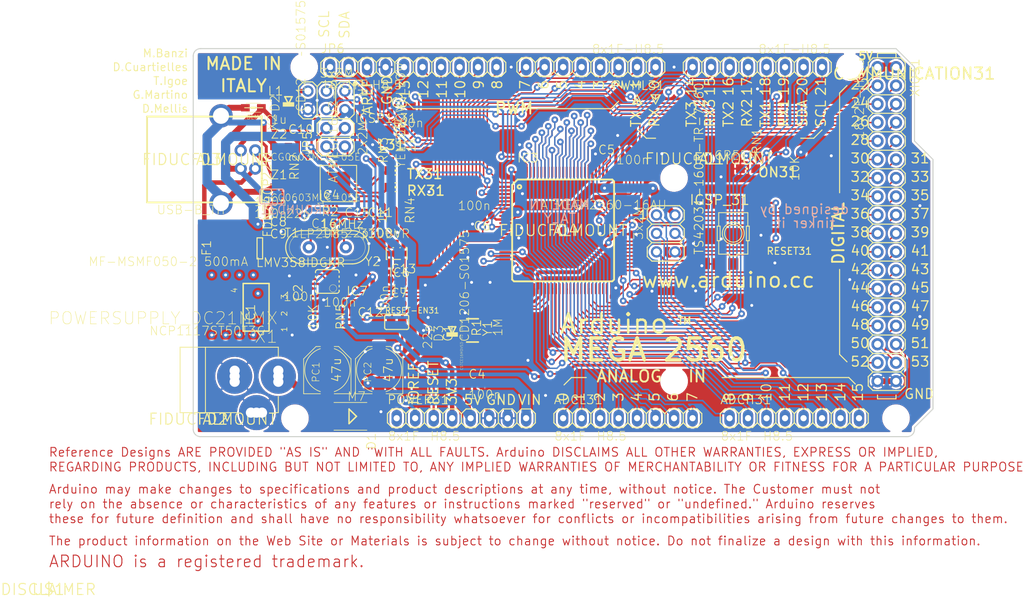
<source format=kicad_pcb>
(kicad_pcb (version 20221018) (generator pcbnew)
  (title_block (title "Arduino Mega 2560 Rev. 3") (rev "1.0") (comment 1 "Converted to KiCad by Prof. Mayhem") (comment 2 "1/22/2018"))
  (layers (0 "F.Cu" signal "Top") (31 "B.Cu" signal "Bottom") (34 "B.Paste" user) (35 "F.Paste" user) (36 "B.SilkS" user "B.Silkscreen") (37 "F.SilkS" user "F.Silkscreen") (38 "B.Mask" user) (39 "F.Mask" user) (44 "Edge.Cuts" user))
  (net 0 "")
  (net 1 "+5V")
  (net 2 "GND")
  (net 3 "+3V3")
  (net 4 "Net-(IC3-Pad4)")
  (net 5 "Net-(IC3-Pad8)")
  (net 6 "Net-(IC3-Pad9)")
  (net 7 "Net-(IC3-Pad14)")
  (net 8 "Net-(IC3-Pad27)")
  (net 9 "Net-(IC3-Pad28)")
  (net 10 "Net-(IC3-Pad29)")
  (net 11 "Net-(IC3-Pad47)")
  (net 12 "Net-(IC3-Pad48)")
  (net 13 "Net-(IC3-Pad49)")
  (net 14 "Net-(IC3-Pad65)")
  (net 15 "Net-(IC3-Pad66)")
  (net 16 "Net-(IC3-Pad67)")
  (net 17 "Net-(IC3-Pad68)")
  (net 18 "Net-(IC3-Pad69)")
  (net 19 "Net-(IC3-Pad79)")
  (net 20 "Net-(IC4-Pad5)")
  (net 21 "Net-(IC4-Pad6)")
  (net 22 "Net-(IC4-Pad7)")
  (net 23 "Net-(IC4-Pad12)")
  (net 24 "Net-(IC4-Pad14)")
  (net 25 "Net-(IC4-Pad22)")
  (net 26 "Net-(IC4-Pad23)")
  (net 27 "Net-(IC4-Pad25)")
  (net 28 "Net-(IC4-Pad26)")
  (net 29 "Net-(IC6-Pad4)")
  (net 30 "Net-(RN1-Pad1)")
  (net 31 "Net-(RN1-Pad4)")
  (net 32 "Net-(RN1-Pad5)")
  (net 33 "Net-(RN1-Pad8)")
  (net 34 "Net-(RN2-Pad2)")
  (net 35 "Net-(RN2-Pad3)")
  (net 36 "Net-(RN2-Pad6)")
  (net 37 "Net-(RN2-Pad7)")
  (net 38 "Net-(RN3-Pad3)")
  (net 39 "Net-(RN3-Pad6)")
  (net 40 "/ADC8")
  (net 41 "/ADC9")
  (net 42 "/ADC10")
  (net 43 "/ADC11")
  (net 44 "/ADC12")
  (net 45 "/ADC13")
  (net 46 "/ADC14")
  (net 47 "/ADC15")
  (net 48 "/ADC0")
  (net 49 "/ADC1")
  (net 50 "/ADC2")
  (net 51 "/ADC3")
  (net 52 "/ADC4")
  (net 53 "/ADC5")
  (net 54 "/ADC6")
  (net 55 "/ADC7")
  (net 56 "/RESET")
  (net 57 "/VIN")
  (net 58 "/AREF")
  (net 59 "/DTR")
  (net 60 "/USBVCC")
  (net 61 "/VUCAP")
  (net 62 "/UGND")
  (net 63 "/CMP")
  (net 64 "/XT1")
  (net 65 "/XT2")
  (net 66 "/SCL")
  (net 67 "/SDA")
  (net 68 "/RXD1")
  (net 69 "/TXD1")
  (net 70 "/RXD2")
  (net 71 "/TXD2")
  (net 72 "/RXD3")
  (net 73 "/TXD3")
  (net 74 "/PWRIN")
  (net 75 "/RESET2")
  (net 76 "/XVCC")
  (net 77 "/PG5")
  (net 78 "/PE0")
  (net 79 "/PE1")
  (net 80 "/PE3")
  (net 81 "/PE4")
  (net 82 "/PE5")
  (net 83 "/PH3")
  (net 84 "/PH4")
  (net 85 "/PH5")
  (net 86 "/PH6")
  (net 87 "/PB0")
  (net 88 "/PB1")
  (net 89 "/PB2")
  (net 90 "/PB3")
  (net 91 "/PB4")
  (net 92 "/PB5")
  (net 93 "/PB6")
  (net 94 "/PB7")
  (net 95 "/XTAL2")
  (net 96 "/XTAL1")
  (net 97 "/PL0")
  (net 98 "/PL1")
  (net 99 "/PL2")
  (net 100 "/PL3")
  (net 101 "/PL4")
  (net 102 "/PL5")
  (net 103 "/PL6")
  (net 104 "/PL7")
  (net 105 "/PD7")
  (net 106 "/PG0")
  (net 107 "/PG1")
  (net 108 "/PC0")
  (net 109 "/PC1")
  (net 110 "/PC2")
  (net 111 "/PC3")
  (net 112 "/PC4")
  (net 113 "/PC5")
  (net 114 "/PC6")
  (net 115 "/PC7")
  (net 116 "/PG2")
  (net 117 "/PA7")
  (net 118 "/PA6")
  (net 119 "/PA5")
  (net 120 "/PA4")
  (net 121 "/PA3")
  (net 122 "/PA2")
  (net 123 "/PA1")
  (net 124 "/PA0")
  (net 125 "/M8TXD")
  (net 126 "/M8RXD")
  (net 127 "/RXL")
  (net 128 "/TXL")
  (net 129 "/SCK2")
  (net 130 "/MOSI2")
  (net 131 "/MISO2")
  (net 132 "/8PB4")
  (net 133 "/8PB5")
  (net 134 "/8PB6")
  (net 135 "/8PB7")
  (net 136 "/RD+")
  (net 137 "/RD-")
  (net 138 "/GATE_CMD")
  (net 139 "/L13")
  (net 140 "/USHIELD")
  (net 141 "/N$2")
  (net 142 "/N$3")
  (net 143 "Net-(POWER31-Pad1)")
  (net 144 "Net-(RESET31-Pad5)")
  (net 145 "/D+")
  (net 146 "/D-")
  (net 147 "/N$55")
  (net 148 "/N$54")
  (footprint "2X03" (layer "F.Cu") (at 162.5981 103.7336 -90)
    (fp_text reference "ICSP_31")
    (fp_text value "3x2M")
  )
  (footprint "1X08" (layer "F.Cu") (at 152.3111 80.8736 180)
    (fp_text reference "PWML31")
    (fp_text value "8x1F-H8.5")
  )
  (footprint "PANASONIC_D" (layer "F.Cu") (at 116.1161 122.5296 90)
    (fp_text reference "PC1")
    (fp_text value "47u")
  )
  (footprint "PANASONIC_D" (layer "F.Cu") (at 123.2281 122.5296 90)
    (fp_text reference "PC2")
    (fp_text value "47u")
  )
  (footprint "CHIP-LED0805" (layer "F.Cu") (at 173.9011 94.8436 90)
    (fp_text reference "ON31")
    (fp_text value "GREEN")
  )
  (footprint "SMB" (layer "F.Cu") (at 119.2911 128.8796 180)
    (fp_text reference "D1")
    (fp_text value "M7")
  )
  (footprint "POWERSUPPLY_DC-21MM" (layer "F.Cu") (at 103.0351 123.2916 90)
    (fp_text reference "X1")
    (fp_text value "POWERSUPPLY_DC21MMX")
  )
  (footprint "FIDUCIA-MOUNT" (layer "F.Cu") (at 168.5417 93.4814)
    (fp_text reference "FD1")
    (fp_text value "FIDUCIALMOUNT")
  )
  (footprint "FIDUCIA-MOUNT" (layer "F.Cu") (at 100.3681 129.2606)
    (fp_text reference "FD2")
    (fp_text value "FIDUCIALMOUNT")
  )
  (footprint "FIDUCIA-MOUNT" (layer "F.Cu") (at 99.4791 93.5736)
    (fp_text reference "FD3")
    (fp_text value "FIDUCIALMOUNT")
  )
  (footprint "SOT223" (layer "F.Cu") (at 106.3371 113.8936 90)
    (fp_text reference "IC1")
    (fp_text value "NCP1117ST50T3G")
  )
  (footprint "C0603-ROUND" (layer "F.Cu") (at 125.6411 87.2236)
    (fp_text reference "C3")
    (fp_text value "100n")
  )
  (footprint "C0603-ROUND" (layer "F.Cu") (at 137.7461 101.2546 180)
    (fp_text reference "C6")
    (fp_text value "100n")
  )
  (footprint "C0603-ROUND" (layer "F.Cu") (at 112.0521 114.0206 -90)
    (fp_text reference "C2")
    (fp_text value "100n")
  )
  (footprint "1X08" (layer "F.Cu") (at 157.3911 129.1336)
    (fp_text reference "ADCL31")
    (fp_text value "8x1F-H8.5")
  )
  (footprint "1X08" (layer "F.Cu") (at 175.1711 80.8736 180)
    (fp_text reference "COMMUNICATION31")
    (fp_text value "8x1F-H8.5")
  )
  (footprint "TQFP100" (layer "F.Cu") (at 148.5011 103.3272)
    (fp_text reference "IC3")
    (fp_text value "ATMEGA2560-16AU")
  )
  (footprint "C0603-ROUND" (layer "F.Cu") (at 156.6291 92.3036)
    (fp_text reference "C5")
    (fp_text value "100n")
  )
  (footprint "C0603-ROUND" (layer "F.Cu") (at 136.3091 124.5616)
    (fp_text reference "C4")
    (fp_text value "100n")
  )
  (footprint "1X08" (layer "F.Cu") (at 180.2511 129.1336)
    (fp_text reference "ADCH31")
    (fp_text value "8x1F-H8.5")
  )
  (footprint "C0603-ROUND" (layer "F.Cu") (at 131.2291 117.0686 -90)
    (fp_text reference "C1")
    (fp_text value "22p")
  )
  (footprint "C0603-ROUND" (layer "F.Cu") (at 109.7661 100.6856 180)
    (fp_text reference "C8")
    (fp_text value "100n")
  )
  (footprint "C0603-ROUND" (layer "F.Cu") (at 125.6411 110.0836)
    (fp_text reference "C13")
    (fp_text value "1u")
  )
  (footprint "CHIP-LED0805" (layer "F.Cu") (at 125.6411 97.3836 90)
    (fp_text reference "RX31")
    (fp_text value "YELLOW")
  )
  (footprint "CHIP-LED0805" (layer "F.Cu") (at 125.6411 95.0976 90)
    (fp_text reference "TX31")
    (fp_text value "YELLOW")
  )
  (footprint "PN61729" (layer "F.Cu") (at 101.5111 93.5736 -90)
    (fp_text reference "X2")
    (fp_text value "USB-B_TH")
  )
  (footprint "L1812" (layer "F.Cu") (at 102.1461 105.0036 90)
    (fp_text reference "F1")
    (fp_text value "MF-MSMF050-2 500mA")
  )
  (footprint "C0603-ROUND" (layer "F.Cu") (at 109.7661 102.3366 180)
    (fp_text reference "C9")
    (fp_text value "100n")
  )
  (footprint "CHIP-LED0805" (layer "F.Cu") (at 125.6411 89.5096 90)
    (fp_text reference "L31")
    (fp_text value "YELLOW")
  )
  (footprint "C0603-ROUND" (layer "F.Cu") (at 125.6411 113.3856)
    (fp_text reference "C7")
    (fp_text value "100n")
  )
  (footprint "SOT-23" (layer "F.Cu") (at 106.8451 105.7656 -90)
    (fp_text reference "T1")
    (fp_text value "FDN340P")
  )
  (footprint "C0603-ROUND" (layer "F.Cu") (at 119.2911 114.5286 180)
    (fp_text reference "C12")
    (fp_text value "100n")
  )
  (footprint "C0603-ROUND" (layer "F.Cu") (at 122.4661 102.3366)
    (fp_text reference "C11")
    (fp_text value "100n")
  )
  (footprint "SJ" (layer "F.Cu") (at 125.6411 115.9256)
    (fp_text reference "RESET-EN31")
    (fp_text value "~")
  )
  (footprint "C0603-ROUND" (layer "F.Cu") (at 109.7661 89.3826 180)
    (fp_text reference "C10")
    (fp_text value "1u")
  )
  (footprint "MLF32" (layer "F.Cu") (at 117.6401 96.8756 90)
    (fp_text reference "IC4")
    (fp_text value "ATMEGA16U2-MU")
  )
  (footprint "2X03" (layer "F.Cu") (at 115.9891 85.4456 180)
    (fp_text reference "ICSP1_31")
    (fp_text value "3x2M")
  )
  (footprint "0805" (layer "F.Cu") (at 105.9561 86.4616 180)
    (fp_text reference "L1")
    (fp_text value "BLM21")
  )
  (footprint "CT%2fCN0603" (layer "F.Cu") (at 109.7661 97.3836)
    (fp_text reference "Z1")
    (fp_text value "CG0603MLC-05E")
  )
  (footprint "CT%2fCN0603" (layer "F.Cu") (at 109.7661 91.7956)
    (fp_text reference "Z2")
    (fp_text value "CG0603MLC-05E")
  )
  (footprint "RESONATOR" (layer "F.Cu") (at 136.0551 117.0686 -90)
    (fp_text reference "Y1")
    (fp_text value "CSTCE16M0V53-R0 16MHZ")
  )
  (footprint "R0603-ROUND" (layer "F.Cu") (at 138.2141 117.0686 90)
    (fp_text reference "R1")
    (fp_text value "1M")
  )
  (footprint "CAY16" (layer "F.Cu") (at 125.6411 100.5586 90)
    (fp_text reference "RN4")
    (fp_text value "1k")
  )
  (footprint "CAT16" (layer "F.Cu") (at 116.1161 115.1636 90)
    (fp_text reference "RN5")
    (fp_text value "10K")
  )
  (footprint "CAT16" (layer "F.Cu") (at 178.3461 94.8436 -90)
    (fp_text reference "RN1")
    (fp_text value "10K")
  )
  (footprint "CAY16" (layer "F.Cu") (at 125.6411 92.3036 -90)
    (fp_text reference "RN3")
    (fp_text value "1k")
  )
  (footprint "FIDUCIA-MOUNT" (layer "F.Cu") (at 148.5011 103.3272)
    (fp_text reference "FD4")
    (fp_text value "FIDUCIALMOUNT")
  )
  (footprint "CAY16" (layer "F.Cu") (at 109.7661 94.5896 90)
    (fp_text reference "RN2")
    (fp_text value "22R")
  )
  (footprint "TS42" (layer "F.Cu") (at 171.8691 103.7336 90)
    (fp_text reference "RESET31")
    (fp_text value "TS42031-160R-TR-7260")
  )
  (footprint "R0603-ROUND" (layer "F.Cu") (at 116.1161 102.3366)
    (fp_text reference "R2")
    (fp_text value "1M")
  )
  (footprint "SOT23-DBV" (layer "F.Cu") (at 125.6411 106.5022 180)
    (fp_text reference "IC6")
    (fp_text value "LP2985-33DBVR")
  )
  (footprint "QS" (layer "F.Cu") (at 116.1161 105.6386 180)
    (fp_text reference "Y2")
    (fp_text value "16MHz")
  )
  (footprint "C0603-ROUND" (layer "F.Cu") (at 112.9411 102.3366 180)
    (fp_text reference "C14")
    (fp_text value "22p")
  )
  (footprint "C0603-ROUND" (layer "F.Cu") (at 119.2911 102.3366)
    (fp_text reference "C15")
    (fp_text value "22p")
  )
  (footprint "2X02" (layer "F.Cu") (at 117.2591 90.5256 90)
    (fp_text reference "JP5")
    (fp_text value "2x2M - NM")
  )
  (footprint "MSOP08" (layer "F.Cu") (at 116.1161 110.3376 90)
    (fp_text reference "IC7")
    (fp_text value "LMV358IDGKR")
  )
  (footprint "MINIMELF" (layer "F.Cu") (at 133.2611 117.0686 90)
    (fp_text reference "D3")
    (fp_text value "CD1206-S01575")
  )
  (footprint "2X18" (layer "F.Cu") (at 192.9511 102.4636 -90)
    (fp_text reference "XIO31")
    (fp_text value "18x2F-H8.5")
  )
  (footprint "1X10" (layer "F.Cu") (at 127.9271 80.8736)
    (fp_text reference "JP6")
    (fp_text value "10x1F-H8.5")
  )
  (footprint "1X08" (layer "F.Cu") (at 134.5311 129.1336)
    (fp_text reference "POWER31")
    (fp_text value "8x1F-H8.5")
  )
  (footprint "MINIMELF" (layer "F.Cu") (at 110.7821 85.4456 90)
    (fp_text reference "D2")
    (fp_text value "CD1206-S01575")
  )
  (footprint "DISCLAIMER" (layer "F.Cu") (at 77.8011 152.6736)
    (fp_text reference "U$1")
    (fp_text value "DISCLAIMER")
  )
  (footprint "Arduino_MEGA_2560-Rev3:VPAD_VPAC0" (layer "F.Cu") (at 174.4 113.6)
    (fp_text reference "")
    (fp_text value "")
  )
  (footprint "Arduino_MEGA_2560-Rev3:VPAD_VPAC0" (layer "F.Cu") (at 166.7 111.6)
    (fp_text reference "")
    (fp_text value "")
  )
  (footprint "Arduino_MEGA_2560-Rev3:VPAD_VPAC0" (layer "F.Cu") (at 160.7 111.7)
    (fp_text reference "")
    (fp_text value "")
  )
  (footprint "Arduino_MEGA_2560-Rev3:VPAD_VPAC0" (layer "F.Cu") (at 177.8 107.95)
    (fp_text reference "")
    (fp_text value "")
  )
  (footprint "Arduino_MEGA_2560-Rev3:VPAD_VPAC0" (layer "F.Cu") (at 187.96 109.982)
    (fp_text reference "")
    (fp_text value "")
  )
  (footprint "Arduino_MEGA_2560-Rev3:VPAD_VPAC0" (layer "F.Cu") (at 175.768 104.14)
    (fp_text reference "")
    (fp_text value "")
  )
  (footprint "Arduino_MEGA_2560-Rev3:VPAD_VPAC0" (layer "F.Cu") (at 168.402 104.394)
    (fp_text reference "")
    (fp_text value "")
  )
  (footprint "Arduino_MEGA_2560-Rev3:VPAD_VPAC0" (layer "F.Cu") (at 170.688 105.41)
    (fp_text reference "")
    (fp_text value "")
  )
  (footprint "Arduino_MEGA_2560-Rev3:VPAD_VPAC0" (layer "F.Cu") (at 167.64 108.204)
    (fp_text reference "")
    (fp_text value "")
  )
  (footprint "Arduino_MEGA_2560-Rev3:VPAD_VPAC0" (layer "F.Cu") (at 185.42 93.218)
    (fp_text reference "")
    (fp_text value "")
  )
  (footprint "Arduino_MEGA_2560-Rev3:VPAD_VPAC0" (layer "F.Cu") (at 197.612 100.076)
    (fp_text reference "")
    (fp_text value "")
  )
  (footprint "Arduino_MEGA_2560-Rev3:VPAD_VPAC0" (layer "F.Cu") (at 197.612 115.062)
    (fp_text reference "")
    (fp_text value "")
  )
  (footprint "Arduino_MEGA_2560-Rev3:VPAD_VPAC0" (layer "F.Cu") (at 175.26 84.074)
    (fp_text reference "")
    (fp_text value "")
  )
  (footprint "Arduino_MEGA_2560-Rev3:VPAD_VPAC0" (layer "F.Cu") (at 163.83 81.026)
    (fp_text reference "")
    (fp_text value "")
  )
  (footprint "Arduino_MEGA_2560-Rev3:VPAD_VPAC0" (layer "F.Cu") (at 155.956 90.424)
    (fp_text reference "")
    (fp_text value "")
  )
  (footprint "Arduino_MEGA_2560-Rev3:VPAD_VPAC0" (layer "F.Cu") (at 162.052 92.964)
    (fp_text reference "")
    (fp_text value "")
  )
  (footprint "Arduino_MEGA_2560-Rev3:VPAD_VPAC0" (layer "F.Cu") (at 142.494 91.694)
    (fp_text reference "")
    (fp_text value "")
  )
  (footprint "Arduino_MEGA_2560-Rev3:VPAD_VPAC0" (layer "F.Cu") (at 141.224 81.026)
    (fp_text reference "")
    (fp_text value "")
  )
  (footprint "Arduino_MEGA_2560-Rev3:VPAD_VPAC0" (layer "F.Cu") (at 170.18 96.266)
    (fp_text reference "")
    (fp_text value "")
  )
  (footprint "Arduino_MEGA_2560-Rev3:VPAD_VPAC0" (layer "F.Cu") (at 130.048 98.298)
    (fp_text reference "")
    (fp_text value "")
  )
  (footprint "Arduino_MEGA_2560-Rev3:VPAD_VPAC0" (layer "F.Cu") (at 122.682 88.646)
    (fp_text reference "")
    (fp_text value "")
  )
  (footprint "Arduino_MEGA_2560-Rev3:VPAD_VPAC0" (layer "F.Cu") (at 111.506 99.568)
    (fp_text reference "")
    (fp_text value "")
  )
  (footprint "Arduino_MEGA_2560-Rev3:VPAD_VPAC0" (layer "F.Cu") (at 109.728 103.886)
    (fp_text reference "")
    (fp_text value "")
  )
  (footprint "Arduino_MEGA_2560-Rev3:VPAD_VPAC0" (layer "F.Cu") (at 116.078 105.918)
    (fp_text reference "")
    (fp_text value "")
  )
  (footprint "Arduino_MEGA_2560-Rev3:VPAD_VPAC0" (layer "F.Cu") (at 121.92 105.41)
    (fp_text reference "")
    (fp_text value "")
  )
  (footprint "Arduino_MEGA_2560-Rev3:VPAD_VPAC0" (layer "F.Cu") (at 123.19 107.696)
    (fp_text reference "")
    (fp_text value "")
  )
  (footprint "Arduino_MEGA_2560-Rev3:VPAD_VPAC0" (layer "F.Cu") (at 110.998 109.728)
    (fp_text reference "")
    (fp_text value "")
  )
  (footprint "Arduino_MEGA_2560-Rev3:VPAD_VPAC0" (layer "F.Cu") (at 111.252 118.11)
    (fp_text reference "")
    (fp_text value "")
  )
  (footprint "Arduino_MEGA_2560-Rev3:VPAD_VPAC0" (layer "F.Cu") (at 120.142 109.728)
    (fp_text reference "")
    (fp_text value "")
  )
  (footprint "Arduino_MEGA_2560-Rev3:VPAD_VPAC0" (layer "F.Cu") (at 121.352 120.31)
    (fp_text reference "")
    (fp_text value "")
  )
  (footprint "Arduino_MEGA_2560-Rev3:VPAD_VPAC0" (layer "F.Cu") (at 123.452 128.61)
    (fp_text reference "")
    (fp_text value "")
  )
  (footprint "Arduino_MEGA_2560-Rev3:VPAD_VPAC0" (layer "F.Cu") (at 146.052 126.41)
    (fp_text reference "")
    (fp_text value "")
  )
  (footprint "Arduino_MEGA_2560-Rev3:VPAD_VPAC0" (layer "F.Cu") (at 143.842 121.428)
    (fp_text reference "")
    (fp_text value "")
  )
  (footprint "Arduino_MEGA_2560-Rev3:VPAD_VPAC0" (layer "F.Cu") (at 135.142 115.028)
    (fp_text reference "")
    (fp_text value "")
  )
  (footprint "Arduino_MEGA_2560-Rev3:VPAD_VPAC0" (layer "F.Cu") (at 129.742 111.228)
    (fp_text reference "")
    (fp_text value "")
  )
  (footprint "Arduino_MEGA_2560-Rev3:VPAD_VPAC0" (layer "F.Cu") (at 130.042 115.628)
    (fp_text reference "")
    (fp_text value "")
  )
  (footprint "Arduino_MEGA_2560-Rev3:VPAD_VPAC0" (layer "F.Cu") (at 135.442 107.328)
    (fp_text reference "")
    (fp_text value "")
  )
  (footprint "Arduino_MEGA_2560-Rev3:VPAD_VPAC0" (layer "F.Cu") (at 135.942 110.728)
    (fp_text reference "")
    (fp_text value "")
  )
  (footprint "Arduino_MEGA_2560-Rev3:VPAD_VPAC0" (layer "F.Cu") (at 138.542 110.728)
    (fp_text reference "")
    (fp_text value "")
  )
  (footprint "Arduino_MEGA_2560-Rev3:VPAD_VPAC0" (layer "F.Cu") (at 136.142 102.728)
    (fp_text reference "")
    (fp_text value "")
  )
  (footprint "Arduino_MEGA_2560-Rev3:VPAD_VPAC0" (layer "F.Cu") (at 155.742 111.428)
    (fp_text reference "")
    (fp_text value "")
  )
  (footprint "Arduino_MEGA_2560-Rev3:VPAD_VPAC0" (layer "F.Cu") (at 158.642 104.128)
    (fp_text reference "")
    (fp_text value "")
  )
  (footprint "Arduino_MEGA_2560-Rev3:VPAD_VPAC0" (layer "F.Cu") (at 142.442 104.628)
    (fp_text reference "")
    (fp_text value "")
  )
  (footprint "Arduino_MEGA_2560-Rev3:VPAD_VPAC0" (layer "F.Cu") (at 114.648 85.798)
    (fp_text reference "")
    (fp_text value "")
  )
  (footprint "Arduino_MEGA_2560-Rev3:VPAD_VPAC0" (layer "F.Cu") (at 167.52 99.718)
    (fp_text reference "")
    (fp_text value "")
  )
  (footprint "Arduino_MEGA_2560-Rev3:VPAD_VPAC0" (layer "F.Cu") (at 100.198 109.628)
    (fp_text reference "")
    (fp_text value "")
  )
  (footprint "Arduino_MEGA_2560-Rev3:VPAD_VPAC0" (layer "F.Cu") (at 102.198 109.628)
    (fp_text reference "")
    (fp_text value "")
  )
  (footprint "Arduino_MEGA_2560-Rev3:VPAD_VPAC0" (layer "F.Cu") (at 104.098 109.528)
    (fp_text reference "")
    (fp_text value "")
  )
  (footprint "Arduino_MEGA_2560-Rev3:VPAD_VPAC0" (layer "F.Cu") (at 105.998 109.528)
    (fp_text reference "")
    (fp_text value "")
  )
  (footprint "Arduino_MEGA_2560-Rev3:VPAD_VPAC0" (layer "F.Cu") (at 106.598 112.028)
    (fp_text reference "")
    (fp_text value "")
  )
  (footprint "Arduino_MEGA_2560-Rev3:VPAD_VPAC0" (layer "F.Cu") (at 106.598 115.828)
    (fp_text reference "")
    (fp_text value "")
  )
  (footprint "Arduino_MEGA_2560-Rev3:VPAD_VPAC0" (layer "F.Cu") (at 100.298 117.628)
    (fp_text reference "")
    (fp_text value "")
  )
  (footprint "Arduino_MEGA_2560-Rev3:VPAD_VPAC0" (layer "F.Cu") (at 102.098 117.628)
    (fp_text reference "")
    (fp_text value "")
  )
  (footprint "Arduino_MEGA_2560-Rev3:VPAD_VPAC0" (layer "F.Cu") (at 104.098 117.828)
    (fp_text reference "")
    (fp_text value "")
  )
  (footprint "Arduino_MEGA_2560-Rev3:VPAD_VPAC0" (layer "F.Cu") (at 105.898 117.628)
    (fp_text reference "")
    (fp_text value "")
  )
  (footprint "" (layer "F.Cu") (at 194.2211 129.1336)
    (fp_text reference "@HOLE0" hide)
    (fp_text value "")
  )
  (footprint "" (layer "F.Cu") (at 112.9411 80.8736)
    (fp_text reference "@HOLE1" hide)
    (fp_text value "")
  )
  (footprint "" (layer "F.Cu") (at 111.6711 129.1336)
    (fp_text reference "@HOLE3" hide)
    (fp_text value "")
  )
  (footprint "" (layer "F.Cu") (at 163.7411 96.1136)
    (fp_text reference "@HOLE4" hide)
    (fp_text value "")
  )
  (footprint "" (layer "F.Cu") (at 163.7411 124.0536)
    (fp_text reference "@HOLE5" hide)
    (fp_text value "")
  )
  (footprint "" (layer "F.Cu") (at 187.8711 80.8736)
    (fp_text reference "@HOLE2" hide)
    (fp_text value "")
  )
  (footprint "SJ" (layer "B.Cu") (at 108.4961 98.6536)
    (fp_text reference "GROUND31")
    (fp_text value "~")
  )
  (gr_line (start 161.8361 84.6836) (end 161.2011 85.9536) (stroke (width 0.15)) (layer "F.SilkS"))
  (gr_line (start 158.7881 89.5096) (end 159.9311 90.6526) (stroke (width 0.15)) (layer "F.SilkS"))
  (gr_line (start 160.5661 84.6836) (end 161.2011 84.6836) (stroke (width 0.15)) (layer "F.SilkS"))
  (gr_line (start 182.9181 90.6526) (end 184.0611 89.5096) (stroke (width 0.15)) (layer "F.SilkS"))
  (gr_line (start 158.6611 84.6836) (end 159.2961 85.9536) (stroke (width 0.15)) (layer "F.SilkS"))
  (gr_circle (center 119.9261 83.1596) (end 120.1057 83.1596) (stroke (width 0.3048)) (fill none) (layer "F.SilkS"))
  (gr_line (start 187.7441 123.5456) (end 188.6331 124.4346) (stroke (width 0.15)) (layer "F.SilkS"))
  (gr_line (start 159.9311 90.6526) (end 161.2011 90.6526) (stroke (width 0.15)) (layer "F.SilkS"))
  (gr_line (start 160.5661 84.6836) (end 161.2011 85.3186) (stroke (width 0.15)) (layer "F.SilkS"))
  (gr_line (start 158.6611 85.9536) (end 159.2961 85.9536) (stroke (width 0.15)) (layer "F.SilkS"))
  (gr_line (start 194.2211 126.4666) (end 194.2211 125.9586) (stroke (width 0.15)) (layer "F.SilkS"))
  (gr_line (start 158.0261 85.9536) (end 158.6611 85.3186) (stroke (width 0.15)) (layer "F.SilkS"))
  (gr_line (start 186.4741 84.4296) (end 187.4901 83.4136) (stroke (width 0.15)) (layer "F.SilkS"))
  (gr_line (start 151.6761 123.5456) (end 149.6441 123.5456) (stroke (width 0.15)) (layer "F.SilkS"))
  (gr_line (start 158.6611 85.3186) (end 158.6611 85.9536) (stroke (width 0.15)) (layer "F.SilkS"))
  (gr_line (start 161.8361 84.6836) (end 161.2011 84.6836) (stroke (width 0.15)) (layer "F.SilkS"))
  (gr_line (start 159.2961 85.9536) (end 158.6611 85.3186) (stroke (width 0.15)) (layer "F.SilkS"))
  (gr_line (start 127.9271 86.5886) (end 127.0381 85.6996) (stroke (width 0.15)) (layer "F.SilkS"))
  (gr_line (start 181.1401 90.6526) (end 182.9181 90.6526) (stroke (width 0.15)) (layer "F.SilkS"))
  (gr_line (start 191.6811 79.6036) (end 191.6811 78.9686) (stroke (width 0.15)) (layer "F.SilkS"))
  (gr_line (start 143.9291 86.5886) (end 155.1051 86.5886) (stroke (width 0.15)) (layer "F.SilkS"))
  (gr_line (start 149.6441 123.5456) (end 148.6281 124.5616) (stroke (width 0.15)) (layer "F.SilkS"))
  (gr_line (start 161.2011 85.9536) (end 160.5661 84.6836) (stroke (width 0.15)) (layer "F.SilkS"))
  (gr_line (start 155.1051 86.5886) (end 156.1211 85.5726) (stroke (width 0.15)) (layer "F.SilkS"))
  (gr_line (start 191.6811 125.9586) (end 191.6811 126.4666) (stroke (width 0.15)) (layer "F.SilkS"))
  (gr_line (start 161.2011 85.3186) (end 161.8361 84.6836) (stroke (width 0.15)) (layer "F.SilkS"))
  (gr_line (start 186.4741 120.3706) (end 187.4901 121.3866) (stroke (width 0.15)) (layer "F.SilkS"))
  (gr_line (start 186.4741 98.1456) (end 186.4741 84.4296) (stroke (width 0.15)) (layer "F.SilkS"))
  (gr_line (start 191.6811 126.4666) (end 194.2211 126.4666) (stroke (width 0.15)) (layer "F.SilkS"))
  (gr_line (start 194.2211 78.9686) (end 194.2211 79.6036) (stroke (width 0.15)) (layer "F.SilkS"))
  (gr_line (start 158.0261 85.9536) (end 158.6611 84.6836) (stroke (width 0.15)) (layer "F.SilkS"))
  (gr_line (start 170.3451 123.5456) (end 187.7441 123.5456) (stroke (width 0.15)) (layer "F.SilkS"))
  (gr_line (start 161.2011 84.6836) (end 161.2011 85.3186) (stroke (width 0.15)) (layer "F.SilkS"))
  (gr_line (start 186.4741 108.6866) (end 186.4741 120.3706) (stroke (width 0.15)) (layer "F.SilkS"))
  (gr_line (start 138.3411 86.5886) (end 127.9271 86.5886) (stroke (width 0.15)) (layer "F.SilkS"))
  (gr_line (start 158.6611 85.9536) (end 158.0261 85.9536) (stroke (width 0.15)) (layer "F.SilkS"))
  (gr_line (start 191.6811 78.9686) (end 194.2211 78.9686) (stroke (width 0.15)) (layer "F.SilkS"))
  (gr_line (start 196.7611 80.8736) (end 196.7611 91.0336) (stroke (width 0.15)) (layer "Edge.Cuts"))
  (gr_line (start 199.3011 93.5736) (end 199.3011 127.8636) (stroke (width 0.15)) (layer "Edge.Cuts"))
  (gr_line (start 98.7011 78.3336) (end 194.2211 78.3336) (stroke (width 0.15)) (layer "Edge.Cuts"))
  (gr_arc (start 98.7011 131.6736) (mid 97.993993 131.380707) (end 97.7011 130.6736) (stroke (width 0.15)) (layer "Edge.Cuts"))
  (gr_line (start 196.7611 91.0336) (end 199.3011 93.5736) (stroke (width 0.15)) (layer "Edge.Cuts"))
  (gr_line (start 97.7011 130.6736) (end 97.7011 79.3336) (stroke (width 0.15)) (layer "Edge.Cuts"))
  (gr_arc (start 97.7011 79.3336) (mid 97.993993 78.626493) (end 98.7011 78.3336) (stroke (width 0.15)) (layer "Edge.Cuts"))
  (gr_arc (start 196.7611 130.6736) (mid 196.468207 131.380707) (end 195.7611 131.6736) (stroke (width 0.15)) (layer "Edge.Cuts"))
  (gr_line (start 194.2211 78.3336) (end 196.7611 80.8736) (stroke (width 0.15)) (layer "Edge.Cuts"))
  (gr_line (start 196.7611 130.4036) (end 196.7611 130.6736) (stroke (width 0.15)) (layer "Edge.Cuts"))
  (gr_line (start 195.7611 131.6736) (end 98.7011 131.6736) (stroke (width 0.15)) (layer "Edge.Cuts"))
  (gr_line (start 199.3011 127.8636) (end 196.7611 130.4036) (stroke (width 0.15)) (layer "Edge.Cuts"))
  (gr_text "MEGAXL-Rev3b" (at 99.6457 127.764 90) (layer "F.Cu") (effects (font (size 0.77216 0.77216) (thickness 0.12192)) (justify left bottom)))
  (gr_text "designed by" (at 187.8711 101.1936) (layer "B.SilkS") (effects (font (size 1.35128 1.35128) (thickness 0.170688)) (justify left bottom mirror)))
  (gr_text "ITALY" (at 151.0411 102.4636) (layer "B.SilkS") (effects (font (size 1.35128 1.35128) (thickness 0.170688)) (justify left bottom mirror)))
  (gr_text "tinker it" (at 185.9661 103.0986) (layer "B.SilkS") (effects (font (size 1.35128 1.35128) (thickness 0.170688)) (justify left bottom mirror)))
  (gr_text "MADE IN" (at 152.3111 100.5586) (layer "B.SilkS") (effects (font (size 1.35128 1.35128) (thickness 0.170688)) (justify left bottom mirror)))
  (gr_text "44" (at 187.8711 111.9886) (layer "F.SilkS") (effects (font (size 1.35128 1.35128) (thickness 0.170688)) (justify left bottom)))
  (gr_text "SDA" (at 182.1561 89.2556 90) (layer "F.SilkS") (effects (font (size 1.35128 1.35128) (thickness 0.170688)) (justify left bottom)))
  (gr_text "52" (at 187.8711 122.1486) (layer "F.SilkS") (effects (font (size 1.35128 1.35128) (thickness 0.170688)) (justify left bottom)))
  (gr_text "5" (at 149.1361 84.0486 90) (layer "F.SilkS") (effects (font (size 1.35128 1.35128) (thickness 0.170688)) (justify left bottom)))
  (gr_text "9" (at 137.7061 84.0486 90) (layer "F.SilkS") (effects (font (size 1.35128 1.35128) (thickness 0.170688)) (justify left bottom)))
  (gr_text "50" (at 187.8711 119.6086) (layer "F.SilkS") (effects (font (size 1.35128 1.35128) (thickness 0.170688)) (justify left bottom)))
  (gr_text "0" (at 149.2631 126.9746 90) (layer "F.SilkS") (effects (font (size 1.35128 1.35128) (thickness 0.170688)) (justify left bottom)))
  (gr_text "VIN" (at 142.1887 127.402) (layer "F.SilkS") (effects (font (size 1.35128 1.35128) (thickness 0.170688)) (justify left bottom)))
  (gr_text "17" (at 174.5361 84.9376 90) (layer "F.SilkS") (effects (font (size 1.35128 1.35128) (thickness 0.170688)) (justify left bottom)))
  (gr_text "36" (at 187.8711 101.8286) (layer "F.SilkS") (effects (font (size 1.35128 1.35128) (thickness 0.170688)) (justify left bottom)))
  (gr_text "DIGITAL" (at 187.2361 108.1786 90) (layer "F.SilkS") (effects (font (size 1.59258 1.59258) (thickness 0.25146)) (justify left bottom)))
  (gr_text "TX3" (at 166.9161 89.2556 90) (layer "F.SilkS") (effects (font (size 1.35128 1.35128) (thickness 0.170688)) (justify left bottom)))
  (gr_text "14" (at 166.9161 84.9376 90) (layer "F.SilkS") (effects (font (size 1.35128 1.35128) (thickness 0.170688)) (justify left bottom)))
  (gr_text "10" (at 177.2031 126.9746 90) (layer "F.SilkS") (effects (font (size 1.35128 1.35128) (thickness 0.14224)) (justify left bottom)))
  (gr_text "41" (at 196.1261 106.9086) (layer "F.SilkS") (effects (font (size 1.35128 1.35128) (thickness 0.170688)) (justify left bottom)))
  (gr_text "18" (at 177.0761 84.9376 90) (layer "F.SilkS") (effects (font (size 1.35128 1.35128) (thickness 0.170688)) (justify left bottom)))
  (gr_text "RX" (at 161.8361 89.2556 90) (layer "F.SilkS") (effects (font (size 1.35128 1.35128) (thickness 0.170688)) (justify left bottom)))
  (gr_text "3" (at 154.2161 84.0486 90) (layer "F.SilkS") (effects (font (size 1.35128 1.35128) (thickness 0.170688)) (justify left bottom)))
  (gr_text "RX3" (at 169.4561 89.2556 90) (layer "F.SilkS") (effects (font (size 1.35128 1.35128) (thickness 0.170688)) (justify left bottom)))
  (gr_text "RESET" (at 131.4533 127.4196 90) (layer "F.SilkS") (effects (font (size 1.35128 1.35128) (thickness 0.170688)) (justify left bottom)))
  (gr_text "RX1" (at 179.6161 89.2556 90) (layer "F.SilkS") (effects (font (size 1.35128 1.35128) (thickness 0.170688)) (justify left bottom)))
  (gr_text "AREF" (at 122.4363 87.4908 90) (layer "F.SilkS") (effects (font (size 1.35128 1.35128) (thickness 0.170688)) (justify left bottom)))
  (gr_text "15" (at 169.4561 84.9376 90) (layer "F.SilkS") (effects (font (size 1.35128 1.35128) (thickness 0.170688)) (justify left bottom)))
  (gr_text "1" (at 159.2961 84.0486 90) (layer "F.SilkS") (effects (font (size 1.35128 1.35128) (thickness 0.170688)) (justify left bottom)))
  (gr_text "D.Mellis" (at 97.0661 85.9536) (layer "F.SilkS") (effects (font (size 1.08585 1.08585) (thickness 0.13716)) (justify right top)))
  (gr_text "26" (at 187.8711 89.1286) (layer "F.SilkS") (effects (font (size 1.35128 1.35128) (thickness 0.170688)) (justify left bottom)))
  (gr_text "6" (at 146.5961 84.0486 90) (layer "F.SilkS") (effects (font (size 1.35128 1.35128) (thickness 0.170688)) (justify left bottom)))
  (gr_text "38" (at 187.8711 104.3686) (layer "F.SilkS") (effects (font (size 1.35128 1.35128) (thickness 0.170688)) (justify left bottom)))
  (gr_text "34" (at 187.8711 99.2886) (layer "F.SilkS") (effects (font (size 1.35128 1.35128) (thickness 0.170688)) (justify left bottom)))
  (gr_text "2" (at 154.3431 126.9746 90) (layer "F.SilkS") (effects (font (size 1.35128 1.35128) (thickness 0.170688)) (justify left bottom)))
  (gr_text "40" (at 187.8711 106.9086) (layer "F.SilkS") (effects (font (size 1.35128 1.35128) (thickness 0.170688)) (justify left bottom)))
  (gr_text "37" (at 196.1261 101.8286) (layer "F.SilkS") (effects (font (size 1.35128 1.35128) (thickness 0.170688)) (justify left bottom)))
  (gr_text "39" (at 196.1261 104.3686) (layer "F.SilkS") (effects (font (size 1.35128 1.35128) (thickness 0.170688)) (justify left bottom)))
  (gr_text "3" (at 156.8831 126.9746 90) (layer "F.SilkS") (effects (font (size 1.35128 1.35128) (thickness 0.170688)) (justify left bottom)))
  (gr_text "12" (at 130.0861 85.3186 90) (layer "F.SilkS") (effects (font (size 1.35128 1.35128) (thickness 0.170688)) (justify left bottom)))
  (gr_text "16" (at 171.9961 84.9376 90) (layer "F.SilkS") (effects (font (size 1.35128 1.35128) (thickness 0.170688)) (justify left bottom)))
  (gr_text "5" (at 161.8361 126.9746 90) (layer "F.SilkS") (effects (font (size 1.35128 1.35128) (thickness 0.170688)) (justify left bottom)))
  (gr_text "MEGA 2560" (at 147.8661 121.5136) (layer "F.SilkS") (effects (font (size 3.01625 3.01625) (thickness 0.47625)) (justify left bottom)))
  (gr_text "30" (at 187.8711 94.2086) (layer "F.SilkS") (effects (font (size 1.35128 1.35128) (thickness 0.170688)) (justify left bottom)))
  (gr_text "Arduino" (at 147.8661 117.7036) (layer "F.SilkS") (effects (font (size 2.6543 2.6543) (thickness 0.33528)) (justify left bottom)))
  (gr_text "2" (at 156.7561 84.0486 90) (layer "F.SilkS") (effects (font (size 1.35128 1.35128) (thickness 0.170688)) (justify left bottom)))
  (gr_text "7" (at 167.0431 126.9746 90) (layer "F.SilkS") (effects (font (size 1.35128 1.35128) (thickness 0.170688)) (justify left bottom)))
  (gr_text "1" (at 160.1767 100.4438) (layer "F.SilkS") (effects (font (size 1.2065 1.2065) (thickness 0.1905)) (justify right top)))
  (gr_text "IOREF" (at 128.7863 127.4196 90) (layer "F.SilkS") (effects (font (size 1.35128 1.35128) (thickness 0.170688)) (justify left bottom)))
  (gr_text "0" (at 161.8361 84.0486 90) (layer "F.SilkS") (effects (font (size 1.35128 1.35128) (thickness 0.170688)) (justify left bottom)))
  (gr_text "51" (at 196.1261 119.6086) (layer "F.SilkS") (effects (font (size 1.35128 1.35128) (thickness 0.170688)) (justify left bottom)))
  (gr_text "12" (at 182.2831 126.9746 90) (layer "F.SilkS") (effects (font (size 1.35128 1.35128) (thickness 0.170688)) (justify left bottom)))
  (gr_text "11" (at 132.6261 85.3186 90) (layer "F.SilkS") (effects (font (size 1.35128 1.35128) (thickness 0.170688)) (justify left bottom)))
  (gr_text "GND" (at 125.1141 86.1954 90) (layer "F.SilkS") (effects (font (size 1.35128 1.35128) (thickness 0.170688)) (justify left bottom)))
  (gr_text "13" (at 127.5461 85.3186 90) (layer "F.SilkS") (effects (font (size 1.35128 1.35128) (thickness 0.170688)) (justify left bottom)))
  (gr_text "20" (at 182.1561 84.9376 90) (layer "F.SilkS") (effects (font (size 1.35128 1.35128) (thickness 0.170688)) (justify left bottom)))
  (gr_text "GND" (at 195.2371 126.5936) (layer "F.SilkS") (effects (font (size 1.35128 1.35128) (thickness 0.170688)) (justify left bottom)))
  (gr_text "ITALY" (at 101.2571 84.4296) (layer "F.SilkS") (effects (font (size 1.6891 1.6891) (thickness 0.2667)) (justify left bottom)))
  (gr_text "10" (at 135.1661 85.3186 90) (layer "F.SilkS") (effects (font (size 1.35128 1.35128) (thickness 0.170688)) (justify left bottom)))
  (gr_text "ANALOG   IN" (at 152.9461 124.3076) (layer "F.SilkS") (effects (font (size 1.59258 1.59258) (thickness 0.25146)) (justify left bottom)))
  (gr_text "53" (at 196.1261 122.1486) (layer "F.SilkS") (effects (font (size 1.35128 1.35128) (thickness 0.170688)) (justify left bottom)))
  (gr_text "14" (at 187.3631 126.9746 90) (layer "F.SilkS") (effects (font (size 1.35128 1.35128) (thickness 0.170688)) (justify left bottom)))
  (gr_text "1" (at 151.5491 126.9746 90) (layer "F.SilkS") (effects (font (size 1.35128 1.35128) (thickness 0.170688)) (justify left bottom)))
  (gr_text "42" (at 187.8711 109.4486) (layer "F.SilkS") (effects (font (size 1.35128 1.35128) (thickness 0.170688)) (justify left bottom)))
  (gr_text "GND" (at 137.8199 127.402) (layer "F.SilkS") (effects (font (size 1.35128 1.35128) (thickness 0.170688)) (justify left bottom)))
  (gr_text "48" (at 187.8711 117.0686) (layer "F.SilkS") (effects (font (size 1.35128 1.35128) (thickness 0.170688)) (justify left bottom)))
  (gr_text "31" (at 196.1261 94.2086) (layer "F.SilkS") (effects (font (size 1.35128 1.35128) (thickness 0.170688)) (justify left bottom)))
  (gr_text "SCL" (at 116.4673 76.9498 90) (layer "F.SilkS") (effects (font (size 1.35128 1.35128) (thickness 0.14224)) (justify left bottom)))
  (gr_text "28" (at 187.8711 91.6686) (layer "F.SilkS") (effects (font (size 1.35128 1.35128) (thickness 0.170688)) (justify left bottom)))
  (gr_text "19" (at 179.6161 84.9376 90) (layer "F.SilkS") (effects (font (size 1.35128 1.35128) (thickness 0.170688)) (justify left bottom)))
  (gr_text "PWM" (at 138.9761 87.4776) (layer "F.SilkS") (effects (font (size 1.59258 1.59258) (thickness 0.25146)) (justify left bottom)))
  (gr_text "5V" (at 134.7719 127.402) (layer "F.SilkS") (effects (font (size 1.35128 1.35128) (thickness 0.170688)) (justify left bottom)))
  (gr_text "T.Igoe" (at 97.0661 82.1436) (layer "F.SilkS") (effects (font (size 1.08585 1.08585) (thickness 0.13716)) (justify right top)))
  (gr_text "46" (at 187.8711 114.5286) (layer "F.SilkS") (effects (font (size 1.35128 1.35128) (thickness 0.170688)) (justify left bottom)))
  (gr_text "35" (at 196.1261 99.2886) (layer "F.SilkS") (effects (font (size 1.35128 1.35128) (thickness 0.170688)) (justify left bottom)))
  (gr_text "M.Banzi" (at 97.0661 78.3336) (layer "F.SilkS") (effects (font (size 1.08585 1.08585) (thickness 0.13716)) (justify right top)))
  (gr_text "33" (at 196.1261 96.7486) (layer "F.SilkS") (effects (font (size 1.35128 1.35128) (thickness 0.170688)) (justify left bottom)))
  (gr_text "D.Cuartielles" (at 97.0661 80.2386) (layer "F.SilkS") (effects (font (size 1.08585 1.08585) (thickness 0.13716)) (justify right top)))
  (gr_text "TX" (at 159.2961 89.2556 90) (layer "F.SilkS") (effects (font (size 1.35128 1.35128) (thickness 0.170688)) (justify left bottom)))
  (gr_text "TM" (at 164.1221 116.3066) (layer "F.SilkS") (effects (font (size 0.9652 0.9652) (thickness 0.2032)) (justify left bottom)))
  (gr_text "SDA" (at 119.2613 77.0768 90) (layer "F.SilkS") (effects (font (size 1.35128 1.35128) (thickness 0.14224)) (justify left bottom)))
  (gr_text "21" (at 184.6961 84.9376 90) (layer "F.SilkS") (effects (font (size 1.35128 1.35128) (thickness 0.170688)) (justify left bottom)))
  (gr_text "6" (at 164.3761 126.9746 90) (layer "F.SilkS") (effects (font (size 1.35128 1.35128) (thickness 0.170688)) (justify left bottom)))
  (gr_text "32" (at 187.8711 96.7486) (layer "F.SilkS") (effects (font (size 1.35128 1.35128) (thickness 0.170688)) (justify left bottom)))
  (gr_text "11" (at 179.7431 126.9746 90) (layer "F.SilkS") (effects (font (size 1.35128 1.35128) (thickness 0.170688)) (justify left bottom)))
  (gr_text "22" (at 187.8711 84.0486) (layer "F.SilkS") (effects (font (size 1.35128 1.35128) (thickness 0.170688)) (justify left bottom)))
  (gr_text "49" (at 196.1261 117.0686) (layer "F.SilkS") (effects (font (size 1.35128 1.35128) (thickness 0.170688)) (justify left bottom)))
  (gr_text "13" (at 184.8231 126.9746 90) (layer "F.SilkS") (effects (font (size 1.35128 1.35128) (thickness 0.170688)) (justify left bottom)))
  (gr_text "4" (at 151.6761 84.0486 90) (layer "F.SilkS") (effects (font (size 1.35128 1.35128) (thickness 0.170688)) (justify left bottom)))
  (gr_text "15" (at 189.7761 126.9746 90) (layer "F.SilkS") (effects (font (size 1.35128 1.35128) (thickness 0.170688)) (justify left bottom)))
  (gr_text "4" (at 159.4231 126.9746 90) (layer "F.SilkS") (effects (font (size 1.35128 1.35128) (thickness 0.170688)) (justify left bottom)))
  (gr_text "TX2" (at 171.9961 89.2556 90) (layer "F.SilkS") (effects (font (size 1.35128 1.35128) (thickness 0.170688)) (justify left bottom)))
  (gr_text "5V" (at 191.1731 78.7146) (layer "F.SilkS") (effects (font (size 1.06172 1.06172) (thickness 0.22352)) (justify right top)))
  (gr_text "8" (at 172.1231 126.9746 90) (layer "F.SilkS") (effects (font (size 1.35128 1.35128) (thickness 0.170688)) (justify left bottom)))
  (gr_text "RX2" (at 174.5361 89.2556 90) (layer "F.SilkS") (effects (font (size 1.35128 1.35128) (thickness 0.170688)) (justify left bottom)))
  (gr_text "9" (at 174.6631 126.9746 90) (layer "F.SilkS") (effects (font (size 1.35128 1.35128) (thickness 0.170688)) (justify left bottom)))
  (gr_text "MADE IN" (at 99.2251 81.3816) (layer "F.SilkS") (effects (font (size 1.6891 1.6891) (thickness 0.2667)) (justify left bottom)))
  (gr_text "43" (at 196.1261 109.4486) (layer "F.SilkS") (effects (font (size 1.35128 1.35128) (thickness 0.170688)) (justify left bottom)))
  (gr_text "24" (at 187.8711 86.5886) (layer "F.SilkS") (effects (font (size 1.35128 1.35128) (thickness 0.170688)) (justify left bottom)))
  (gr_text "45" (at 196.1261 111.9886) (layer "F.SilkS") (effects (font (size 1.35128 1.35128) (thickness 0.170688)) (justify left bottom)))
  (gr_text "7" (at 144.0561 84.0486 90) (layer "F.SilkS") (effects (font (size 1.35128 1.35128) (thickness 0.170688)) (justify left bottom)))
  (gr_text "8" (at 140.2461 84.0486 90) (layer "F.SilkS") (effects (font (size 1.35128 1.35128) (thickness 0.170688)) (justify left bottom)))
  (gr_text "www.arduino.cc" (at 159.1691 111.3536) (layer "F.SilkS") (effects (font (size 2.07518 2.07518) (thickness 0.262128)) (justify left bottom)))
  (gr_text "G.Martino" (at 97.0661 84.0486) (layer "F.SilkS") (effects (font (size 1.08585 1.08585) (thickness 0.13716)) (justify right top)))
  (gr_text "SCL" (at 184.6961 89.2556 90) (layer "F.SilkS") (effects (font (size 1.35128 1.35128) (thickness 0.170688)) (justify left bottom)))
  (gr_text "TX1" (at 177.0761 89.2556 90) (layer "F.SilkS") (effects (font (size 1.35128 1.35128) (thickness 0.170688)) (justify left bottom)))
  (gr_text "3V3" (at 133.9933 127.4196 90) (layer "F.SilkS") (effects (font (size 1.35128 1.35128) (thickness 0.170688)) (justify left bottom)))
  (gr_text "47" (at 196.1261 114.5286) (layer "F.SilkS") (effects (font (size 1.35128 1.35128) (thickness 0.170688)) (justify left bottom)))
  (segment (start 139.2957 101.8272) (end 138.6351 101.2546) (width 0.3048) (layer "F.Cu") (net 1))
  (segment (start 125.7681 103.6066) (end 125.6411 103.7336) (width 0.6096) (layer "F.Cu") (net 1))
  (segment (start 123.2281 120.7516) (end 123.2281 120.1296) (width 1.27) (layer "F.Cu") (net 1))
  (segment (start 125.7681 103.6066) (end 126.5911 104.4296) (width 0.508) (layer "F.Cu") (net 1))
  (segment (start 125.6411 100.3046) (end 125.4951 100.1586) (width 0.254) (layer "F.Cu") (net 1))
  (segment (start 125.4951 100.1586) (end 124.9661 100.1586) (width 0.254) (layer "F.Cu") (net 1))
  (segment (start 131.9911 118.9736) (end 132.1961 118.7686) (width 0.3048) (layer "F.Cu") (net 1))
  (segment (start 179.8511 94.4436) (end 179.0211 94.4436) (width 0.3048) (layer "F.Cu") (net 1))
  (segment (start 118.5291 86.7156) (end 117.2591 87.9856) (width 0.3048) (layer "F.Cu") (net 1))
  (segment (start 115.9321 116.3636) (end 116.1161 116.1796) (width 0.254) (layer "F.Cu") (net 1))
  (segment (start 112.9411 101.3206) (end 113.7031 100.5586) (width 0.4064) (layer "F.Cu") (net 1))
  (segment (start 181.0131 96.8756) (end 181.0131 96.7486) (width 0.8128) (layer "F.Cu") (net 1))
  (segment (start 126.9111 125.1966) (end 126.9111 126.7206) (width 1.27) (layer "F.Cu") (net 1))
  (segment (start 123.2281 102.5856) (end 123.3551 102.3366) (width 0.4064) (layer "F.Cu") (net 1))
  (segment (start 113.7031 99.0346) (end 114.1121 98.6256) (width 0.254) (layer "F.Cu") (net 1))
  (segment (start 129.3241 118.4656) (end 129.6271 118.7686) (width 0.3048) (layer "F.Cu") (net 1))
  (segment (start 122.2121 103.4796) (end 121.6651 103.4796) (width 0.4064) (layer "F.Cu") (net 1))
  (segment (start 116.2241 115.5636) (end 116.7911 115.5636) (width 0.254) (layer "F.Cu") (net 1))
  (segment (start 152.5651 96.5708) (end 152.5143 96.52) (width 0.3048) (layer "F.Cu") (net 1))
  (segment (start 163.1061 99.4156) (end 165.0111 99.4156) (width 1.27) (layer "F.Cu") (net 1))
  (segment (start 120.5611 104.7106) (end 120.5611 107.4166) (width 0.4064) (layer "F.Cu") (net 1))
  (segment (start 126.0221 124.6886) (end 126.5301 125.1966) (width 1.27) (layer "F.Cu") (net 1))
  (segment (start 121.6651 103.4796) (end 120.5611 104.7106) (width 0.4064) (layer "F.Cu") (net 1))
  (segment (start 179.8511 95.2436) (end 179.0211 95.2436) (width 0.3048) (layer "F.Cu") (net 1))
  (segment (start 179.8701 94.4626) (end 179.8511 94.4436) (width 0.3048) (layer "F.Cu") (net 1))
  (segment (start 123.3551 102.0826) (end 121.8311 100.5586) (width 0.4064) (layer "F.Cu") (net 1))
  (segment (start 145.0011 109.2656) (end 145.0011 111.3272) (width 0.4064) (layer "F.Cu") (net 1))
  (segment (start 125.8316 122.5931) (end 124.7521 122.0216) (width 1.27) (layer "F.Cu") (net 1))
  (segment (start 112.6871 87.9856) (end 111.8471 87.1456) (width 0.3048) (layer "F.Cu") (net 1))
  (segment (start 129.6271 118.7686) (end 130.1351 118.7686) (width 0.3048) (layer "F.Cu") (net 1))
  (segment (start 122.3391 91.5416) (end 124.1171 91.5416) (width 0.3048) (layer "F.Cu") (net 1))
  (segment (start 180.2511 97.6376) (end 181.0131 96.8756) (width 1.27) (layer "F.Cu") (net 1))
  (segment (start 142.1511 101.1936) (end 142.2471 100.9706) (width 0.4064) (layer "F.Cu") (net 1))
  (segment (start 154.7241 105.0036) (end 155.3591 104.3686) (width 0.3048) (layer "F.Cu") (net 1))
  (segment (start 126.5911 104.4296) (end 126.5911 105.2022) (width 0.508) (layer "F.Cu") (net 1))
  (segment (start 140.5011 101.8272) (end 139.2957 101.8272) (width 0.3048) (layer "F.Cu") (net 1))
  (segment (start 111.8471 87.1456) (end 110.7821 87.1456) (width 0.3048) (layer "F.Cu") (net 1))
  (segment (start 129.3241 119.1006) (end 125.8316 122.5931) (width 1.27) (layer "F.Cu") (net 1))
  (segment (start 160.8455 97.536) (end 161.0741 98.1456) (width 1.27) (layer "F.Cu") (net 1))
  (segment (start 135.4201 127.7366) (end 135.4201 124.5616) (width 0.8128) (layer "F.Cu") (net 1))
  (segment (start 165.0111 99.4156) (end 166.7891 97.6376) (width 1.27) (layer "F.Cu") (net 1))
  (segment (start 120.5611 107.4166) (end 120.3071 107.5436) (width 0.4064) (layer "F.Cu") (net 1))
  (segment (start 155.7401 95.7072) (end 155.7401 92.3036) (width 0.4064) (layer "F.Cu") (net 1))
  (segment (start 142.2471 100.9706) (end 142.2471 100.3356) (width 1.27) (layer "F.Cu") (net 1))
  (segment (start 120.3071 100.4316) (end 117.7671 100.4316) (width 0.3048) (layer "F.Cu") (net 1))
  (segment (start 112.9411 101.3206) (end 111.6711 101.3206) (width 0.3048) (layer "F.Cu") (net 1))
  (segment (start 145.1991 109.0676) (end 145.0011 109.2656) (width 0.508) (layer "F.Cu") (net 1))
  (segment (start 162.3441 99.4156) (end 163.1061 99.4156) (width 1.27) (layer "F.Cu") (net 1))
  (segment (start 181.1401 94.9706) (end 181.1401 92.5576) (width 1.27) (layer "F.Cu") (net 1))
  (segment (start 152.5651 97.3836) (end 152.5651 97.0026) (width 0.6096) (layer "F.Cu") (net 1))
  (segment (start 125.6411 103.0351) (end 125.6411 100.3046) (width 0.254) (layer "F.Cu") (net 1))
  (segment (start 152.5143 96.52) (end 152.5143 96.266) (width 0.3048) (layer "F.Cu") (net 1))
  (segment (start 142.2471 100.3356) (end 142.7861 99.9236) (width 1.27) (layer "F.Cu") (net 1))
  (segment (start 117.7671 100.4316) (end 117.3901 100.0546) (width 0.3048) (layer "F.Cu") (net 1))
  (segment (start 142.1511 101.1936) (end 141.6445 101.8272) (width 0.3048) (layer "F.Cu") (net 1))
  (segment (start 163.1061 100.4316) (end 163.8681 101.1936) (width 0.8128) (layer "F.Cu") (net 1))
  (segment (start 142.7861 99.9236) (end 150.0251 99.9236) (width 1.27) (layer "F.Cu") (net 1))
  (segment (start 154.2161 97.2566) (end 155.7401 95.7072) (width 0.4064) (layer "F.Cu") (net 1))
  (segment (start 124.4391 91.1606) (end 124.9661 91.1036) (width 0.3048) (layer "F.Cu") (net 1))
  (segment (start 124.2441 121.7676) (end 123.2281 120.7516) (width 1.27) (layer "F.Cu") (net 1))
  (segment (start 121.8311 100.5586) (end 120.4341 100.5586) (width 0.4064) (layer "F.Cu") (net 1))
  (segment (start 129.3241 118.4656) (end 129.3241 119.1006) (width 1.27) (layer "F.Cu") (net 1))
  (segment (start 152.4381 97.5106) (end 152.6921 97.5106) (width 1.27) (layer "F.Cu") (net 1))
  (segment (start 179.8701 95.2246) (end 179.8701 94.4626) (width 0.3048) (layer "F.Cu") (net 1))
  (segment (start 154.1907 97.282) (end 154.2161 97.2566) (width 0.4064) (layer "F.Cu") (net 1))
  (segment (start 121.3041 115.5636) (end 121.5771 115.2906) (width 0.3048) (layer "F.Cu") (net 1))
  (segment (start 124.7521 122.0216) (end 124.2441 121.7676) (width 1.27) (layer "F.Cu") (net 1))
  (segment (start 106.9721 113.8936) (end 109.4359 113.8936) (width 0.8128) (layer "F.Cu") (net 1))
  (segment (start 155.3591 104.3686) (end 155.4005 104.3272) (width 0.254) (layer "F.Cu") (net 1))
  (segment (start 191.6811 80.8736) (end 194.2211 80.8736) (width 1.27) (layer "F.Cu") (net 1))
  (segment (start 130.3401 118.9736) (end 131.9911 118.9736) (width 0.3048) (layer "F.Cu") (net 1))
  (segment (start 141.8727 95.3272) (end 142.5011 95.3272) (width 0.3048) (layer "F.Cu") (net 1))
  (segment (start 126.5301 125.1966) (end 126.9111 125.1966) (width 1.27) (layer "F.Cu") (net 1))
  (segment (start 123.3551 102.3366) (end 122.2121 103.4796) (width 0.4064) (layer "F.Cu") (net 1))
  (segment (start 125.7046 103.4796) (end 125.6411 103.0351) (width 0.254) (layer "F.Cu") (net 1))
  (segment (start 120.4341 100.5586) (end 120.3071 100.4316) (width 0.4064) (layer "F.Cu") (net 1))
  (segment (start 126.0221 123.1646) (end 126.0221 124.6886) (width 1.27) (layer "F.Cu") (net 1))
  (segment (start 155.4005 104.3272) (end 156.5011 104.3272) (width 0.3048) (layer "F.Cu") (net 1))
  (segment (start 152.6921 97.5106) (end 154.1907 97.5106) (width 1.27) (layer "F.Cu") (net 1))
  (segment (start 152.5651 97.0026) (end 152.5651 96.5708) (width 0.3048) (layer "F.Cu") (net 1))
  (segment (start 116.7911 115.5636) (end 121.3041 115.5636) (width 0.3048) (layer "F.Cu") (net 1))
  (segment (start 130.1351 118.7686) (end 130.3401 118.9736) (width 0.3048) (layer "F.Cu") (net 1))
  (segment (start 113.0681 111.2266) (end 113.9171 111.2266) (width 0.4064) (layer "F.Cu") (net 1))
  (segment (start 113.9171 111.2266) (end 114.0041 111.3136) (width 0.4064) (layer "F.Cu") (net 1))
  (segment (start 111.6711 101.3206) (end 110.6551 102.3366) (width 0.3048) (layer "F.Cu") (net 1))
  (segment (start 124.6911 105.2022) (end 124.6611 105.0036) (width 0.508) (layer "F.Cu") (net 1))
  (segment (start 112.1791 108.4326) (end 112.1791 110.3376) (width 0.4064) (layer "F.Cu") (net 1))
  (segment (start 142.2781 100.8126) (end 142.1511 101.1936) (width 0.4064) (layer "F.Cu") (net 1))
  (segment (start 124.9661 100.1586) (end 124.9661 99.3586) (width 0.254) (layer "F.Cu") (net 1))
  (segment (start 152.5143 96.266) (end 152.5143 95.4278) (width 0.254) (layer "F.Cu") (net 1))
  (segment (start 116.1161 115.6716) (end 116.2241 115.5636) (width 0.254) (layer "F.Cu") (net 1))
  (segment (start 117.2591 87.9856) (end 112.6871 87.9856) (width 0.3048) (layer "F.Cu") (net 1))
  (segment (start 125.8316 122.5931) (end 126.0221 123.1646) (width 1.27) (layer "F.Cu") (net 1))
  (segment (start 120.3071 107.5436) (end 113.0681 107.5436) (width 0.4064) (layer "F.Cu") (net 1))
  (segment (start 125.7681 103.6066) (end 125.7046 103.4796) (width 0.254) (layer "F.Cu") (net 1))
  (segment (start 124.6911 104.0486) (end 124.6911 105.2022) (width 0.508) (layer "F.Cu") (net 1))
  (segment (start 181.0131 96.7486) (end 181.0131 95.2246) (width 1.27) (layer "F.Cu") (net 1))
  (segment (start 141.3891 94.9706) (end 141.8727 95.3272) (width 0.3048) (layer "F.Cu") (net 1))
  (segment (start 124.1171 91.5416) (end 124.4391 91.1606) (width 0.3048) (layer "F.Cu") (net 1))
  (segment (start 125.6411 103.7336) (end 125.0061 103.7336) (width 0.508) (layer "F.Cu") (net 1))
  (segment (start 113.0681 107.5436) (end 112.1791 108.4326) (width 0.4064) (layer "F.Cu") (net 1))
  (segment (start 161.0741 98.1456) (end 162.3441 99.4156) (width 1.27) (layer "F.Cu") (net 1))
  (segment (start 141.6445 101.8272) (end 140.5011 101.8272) (width 0.3048) (layer "F.Cu") (net 1))
  (segment (start 135.8011 129.1336) (end 135.4201 127.7366) (width 0.8128) (layer "F.Cu") (net 1))
  (segment (start 152.5143 95.4278) (end 152.4889 95.4024) (width 0.254) (layer "F.Cu") (net 1))
  (segment (start 113.7031 100.5586) (end 113.7031 99.0346) (width 0.4064) (layer "F.Cu") (net 1))
  (segment (start 115.4411 116.3636) (end 115.9321 116.3636) (width 0.254) (layer "F.Cu") (net 1))
  (segment (start 125.0061 103.7336) (end 124.6911 104.0486) (width 0.508) (layer "F.Cu") (net 1))
  (segment (start 107.8103 104.8258) (end 107.8611 104.8258) (width 0.8128) (layer "F.Cu") (net 1))
  (segment (start 166.7891 97.6376) (end 180.2511 97.6376) (width 1.27) (layer "F.Cu") (net 1))
  (segment (start 150.0251 99.9236) (end 152.4381 97.5106) (width 1.27) (layer "F.Cu") (net 1))
  (segment (start 181.0131 95.2246) (end 179.8701 95.2246) (width 0.3048) (layer "F.Cu") (net 1))
  (segment (start 163.1061 99.4156) (end 163.1061 100.4316) (width 0.8128) (layer "F.Cu") (net 1))
  (segment (start 154.1907 97.5106) (end 154.1907 97.282) (width 0.4064) (layer "F.Cu") (net 1))
  (segment (start 179.8701 95.2246) (end 179.8511 95.2436) (width 0.3048) (layer "F.Cu") (net 1))
  (segment (start 152.4889 95.4024) (end 152.5133 95.378) (width 0.254) (layer "F.Cu") (net 1))
  (segment (start 152.5133 95.378) (end 152.5011 95.3272) (width 0.254) (layer "F.Cu") (net 1))
  (segment (start 154.7241 105.0036) (end 150.6601 109.0676) (width 0.508) (layer "F.Cu") (net 1))
  (segment (start 129.3241 117.0686) (end 129.3241 118.4656) (width 1.27) (layer "F.Cu") (net 1))
  (segment (start 114.1121 98.6256) (end 115.1901 98.6256) (width 0.254) (layer "F.Cu") (net 1))
  (segment (start 112.1791 110.3376) (end 113.0681 111.2266) (width 0.4064) (layer "F.Cu") (net 1))
  (segment (start 132.1961 118.7686) (end 133.2611 118.7686) (width 0.3048) (layer "F.Cu") (net 1))
  (segment (start 150.6601 109.0676) (end 145.1991 109.0676) (width 0.508) (layer "F.Cu") (net 1))
  (segment (start 123.3551 102.3366) (end 123.3551 102.0826) (width 0.4064) (layer "F.Cu") (net 1))
  (segment (start 124.6911 104.0486) (end 123.2281 102.5856) (width 0.4064) (layer "F.Cu") (net 1))
  (segment (start 181.0131 95.2246) (end 181.1401 94.9706) (width 1.27) (layer "F.Cu") (net 1))
  (segment (start 117.3901 100.0546) (end 117.3901 99.3256) (width 0.3048) (layer "F.Cu") (net 1))
  (segment (start 116.1161 116.1796) (end 116.1161 115.6716) (width 0.254) (layer "F.Cu") (net 1))
  (segment (start 152.6921 97.5106) (end 152.5651 97.3836) (width 0.6096) (layer "F.Cu") (net 1))
  (segment (start 107.8103 104.8258) (end 106.5911 103.7336) (width 0.8128) (layer "F.Cu") (net 1))
  (via (at 106.5911 102.4636) (size 0.9144) (drill 0.4064) (layers "F.Cu" "B.Cu") (net 1))
  (via (at 154.7241 105.0036) (size 0.9144) (drill 0.4064) (layers "F.Cu" "B.Cu") (net 1))
  (via (at 142.2781 100.8126) (size 0.9144) (drill 0.4064) (layers "F.Cu" "B.Cu") (net 1))
  (via (at 122.3391 91.5416) (size 0.9144) (drill 0.4064) (layers "F.Cu" "B.Cu") (net 1))
  (via (at 129.3241 117.0686) (size 0.9144) (drill 0.4064) (layers "F.Cu" "B.Cu") (net 1))
  (via (at 141.3891 94.9706) (size 0.9144) (drill 0.4064) (layers "F.Cu" "B.Cu") (net 1))
  (via (at 154.1907 97.5106) (size 0.9144) (drill 0.4064) (layers "F.Cu" "B.Cu") (net 1))
  (via (at 112.9411 101.3206) (size 0.9144) (drill 0.4064) (layers "F.Cu" "B.Cu") (net 1))
  (via (at 160.8455 97.536) (size 0.9144) (drill 0.4064) (layers "F.Cu" "B.Cu") (net 1))
  (via (at 181.1401 92.5576) (size 0.9144) (drill 0.4064) (layers "F.Cu" "B.Cu") (net 1))
  (via (at 120.3071 100.4316) (size 0.9144) (drill 0.4064) (layers "F.Cu" "B.Cu") (net 1))
  (via (at 126.9111 126.7206) (size 0.9144) (drill 0.4064) (layers "F.Cu" "B.Cu") (net 1))
  (via (at 121.5771 115.2906) (size 0.9144) (drill 0.4064) (layers "F.Cu" "B.Cu") (net 1))
  (via (at 125.7681 103.6066) (size 0.9144) (drill 0.4064) (layers "F.Cu" "B.Cu") (net 1))
  (segment (start 185.0771 88.6206) (end 185.0771 87.3506) (width 1.27) (layer "B.Cu") (net 1))
  (segment (start 126.9111 126.7206) (end 133.8961 126.7206) (width 1.27) (layer "B.Cu") (net 1))
  (segment (start 141.3891 100.0506) (end 141.3891 94.9706) (width 0.4064) (layer "B.Cu") (net 1))
  (segment (start 154.1907 97.5106) (end 160.8201 97.5106) (width 1.27) (layer "B.Cu") (net 1))
  (segment (start 121.3231 90.3986) (end 121.1961 90.5256) (width 0.6096) (layer "B.Cu") (net 1))
  (segment (start 114.5921 89.8906) (end 114.5921 88.3666) (width 0.6096) (layer "B.Cu") (net 1))
  (segment (start 139.2301 104.2416) (end 140.6271 102.8446) (width 1.27) (layer "B.Cu") (net 1))
  (segment (start 190.5381 82.2706) (end 190.6651 81.8896) (width 1.016) (layer "B.Cu") (net 1))
  (segment (start 105.9561 99.9236) (end 105.9561 101.8286) (width 1.27) (layer "B.Cu") (net 1))
  (segment (start 130.4671 108.9406) (end 135.1661 104.2416) (width 1.27) (layer "B.Cu") (net 1))
  (segment (start 120.3071 100.4316) (end 113.8301 100.4316) (width 0.6096) (layer "B.Cu") (net 1))
  (segment (start 125.7681 103.6066) (end 124.8791 102.7176) (width 1.27) (layer "B.Cu") (net 1))
  (segment (start 112.8141 92.3036) (end 113.5761 93.0656) (width 0.6096) (layer "B.Cu") (net 1))
  (segment (start 133.8961 126.7206) (end 135.1661 127.9906) (width 1.27) (layer "B.Cu") (net 1))
  (segment (start 121.3231 90.3986) (end 120.5611 89.6366) (width 1.27) (layer "B.Cu") (net 1))
  (segment (start 112.8141 90.3986) (end 103.0351 90.3986) (width 1.27) (layer "B.Cu") (net 1))
  (segment (start 121.1961 90.5256) (end 114.4651 90.5256) (width 0.4064) (layer "B.Cu") (net 1))
  (segment (start 118.6561 86.8426) (end 118.5291 86.7156) (width 1.27) (layer "B.Cu") (net 1))
  (segment (start 160.8201 97.5106) (end 160.8455 97.536) (width 0.6096) (layer "B.Cu") (net 1))
  (segment (start 127.8001 108.9406) (end 127.6731 108.9406) (width 1.27) (layer "B.Cu") (net 1))
  (segment (start 142.2781 100.9396) (end 141.3891 100.0506) (width 0.4064) (layer "B.Cu") (net 1))
  (segment (start 190.6651 81.8896) (end 191.6811 80.8736) (width 1.27) (layer "B.Cu") (net 1))
  (segment (start 141.2621 100.8126) (end 142.2781 100.8126) (width 1.27) (layer "B.Cu") (net 1))
  (segment (start 112.8141 90.3986) (end 112.8141 92.3036) (width 0.6096) (layer "B.Cu") (net 1))
  (segment (start 114.4651 90.5256) (end 114.3381 90.3986) (width 0.4064) (layer "B.Cu") (net 1))
  (segment (start 120.3071 100.4316) (end 120.3071 98.7806) (width 0.6096) (layer "B.Cu") (net 1))
  (segment (start 103.0351 90.3986) (end 102.1461 91.2876) (width 1.27) (layer "B.Cu") (net 1))
  (segment (start 140.6271 102.8446) (end 140.6271 101.4476) (width 1.27) (layer "B.Cu") (net 1))
  (segment (start 115.4811 93.9546) (end 114.9731 93.9546) (width 0.6096) (layer "B.Cu") (net 1))
  (segment (start 120.3071 98.7806) (end 115.4811 93.9546) (width 0.6096) (layer "B.Cu") (net 1))
  (segment (start 114.5921 88.3666) (end 114.9731 87.9856) (width 0.6096) (layer "B.Cu") (net 1))
  (segment (start 113.8301 100.4316) (end 112.9411 101.3206) (width 0.6096) (layer "B.Cu") (net 1))
  (segment (start 135.1661 104.2416) (end 139.2301 104.2416) (width 1.27) (layer "B.Cu") (net 1))
  (segment (start 157.7721 101.5746) (end 154.7241 104.6226) (width 0.4064) (layer "B.Cu") (net 1))
  (segment (start 102.1461 96.1136) (end 105.9561 99.9236) (width 1.27) (layer "B.Cu") (net 1))
  (segment (start 188.7601 83.6676) (end 188.8871 83.6676) (width 1.27) (layer "B.Cu") (net 1))
  (segment (start 121.5771 115.2906) (end 127.8001 115.2906) (width 0.4064) (layer "B.Cu") (net 1))
  (segment (start 113.9571 90.3986) (end 114.5921 89.8906) (width 0.6096) (layer "B.Cu") (net 1))
  (segment (start 102.1461 91.2876) (end 102.1461 96.1136) (width 1.27) (layer "B.Cu") (net 1))
  (segment (start 159.8041 98.3996) (end 159.8041 100.9396) (width 0.8128) (layer "B.Cu") (net 1))
  (segment (start 122.3391 91.5416) (end 121.3231 90.5256) (width 1.27) (layer "B.Cu") (net 1))
  (segment (start 159.1691 101.5746) (end 157.7721 101.5746) (width 0.4064) (layer "B.Cu") (net 1))
  (segment (start 120.5611 88.4936) (end 119.2911 87.2236) (width 1.27) (layer "B.Cu") (net 1))
  (segment (start 118.5291 86.7156) (end 118.5291 87.3506) (width 0.6096) (layer "B.Cu") (net 1))
  (segment (start 118.5291 87.3506) (end 117.8941 87.9856) (width 0.6096) (layer "B.Cu") (net 1))
  (segment (start 142.2781 100.8126) (end 142.2781 100.9396) (width 0.4064) (layer "B.Cu") (net 1))
  (segment (start 127.8001 115.2906) (end 127.8001 115.6716) (width 1.27) (layer "B.Cu") (net 1))
  (segment (start 121.3231 90.5256) (end 121.3231 90.3986) (width 1.27) (layer "B.Cu") (net 1))
  (segment (start 185.0771 87.3506) (end 188.7601 83.6676) (width 1.27) (layer "B.Cu") (net 1))
  (segment (start 140.6271 101.4476) (end 141.2621 100.8126) (width 1.27) (layer "B.Cu") (net 1))
  (segment (start 189.3951 83.4136) (end 190.5381 82.2706) (width 1.016) (layer "B.Cu") (net 1))
  (segment (start 127.8001 108.9406) (end 130.4671 108.9406) (width 1.27) (layer "B.Cu") (net 1))
  (segment (start 127.6731 105.3846) (end 126.6571 104.4956) (width 1.27) (layer "B.Cu") (net 1))
  (segment (start 126.6571 104.4956) (end 125.7681 103.6066) (width 1.27) (layer "B.Cu") (net 1))
  (segment (start 135.1661 127.9906) (end 135.8011 129.1336) (width 1.27) (layer "B.Cu") (net 1))
  (segment (start 127.6731 108.9406) (end 127.6731 105.3846) (width 1.27) (layer "B.Cu") (net 1))
  (segment (start 120.5611 89.6366) (end 120.5611 88.4936) (width 1.27) (layer "B.Cu") (net 1))
  (segment (start 113.9571 90.3986) (end 112.8141 90.3986) (width 1.27) (layer "B.Cu") (net 1))
  (segment (start 154.7241 104.6226) (end 154.7241 105.0036) (width 0.4064) (layer "B.Cu") (net 1))
  (segment (start 127.8001 115.6716) (end 129.3241 117.0686) (width 1.27) (layer "B.Cu") (net 1))
  (segment (start 188.8871 83.6676) (end 189.3951 83.4136) (width 1.016) (layer "B.Cu") (net 1))
  (segment (start 127.8001 115.2906) (end 127.8001 108.9406) (width 1.27) (layer "B.Cu") (net 1))
  (segment (start 159.8041 100.9396) (end 159.1691 101.5746) (width 0.8128) (layer "B.Cu") (net 1))
  (segment (start 114.3381 90.3986) (end 113.9571 90.3986) (width 0.4064) (layer "B.Cu") (net 1))
  (segment (start 113.5761 93.0656) (end 114.0841 93.0656) (width 0.6096) (layer "B.Cu") (net 1))
  (segment (start 181.1401 92.5576) (end 185.0771 88.6206) (width 1.27) (layer "B.Cu") (net 1))
  (segment (start 114.9731 87.9856) (end 117.8941 87.9856) (width 0.4064) (layer "B.Cu") (net 1))
  (segment (start 119.2911 87.2236) (end 118.6561 86.8426) (width 1.27) (layer "B.Cu") (net 1))
  (segment (start 160.8455 97.536) (end 159.8041 98.3996) (width 0.8128) (layer "B.Cu") (net 1))
  (segment (start 126.9111 126.7206) (end 128.1811 127.9906) (width 0.4064) (layer "B.Cu") (net 1))
  (segment (start 114.9731 93.9546) (end 114.0841 93.0656) (width 0.6096) (layer "B.Cu") (net 1))
  (segment (start 105.9561 101.8286) (end 106.5911 102.4636) (width 1.27) (layer "B.Cu") (net 1))
  (segment (start 124.8791 102.7176) (end 124.8791 94.0816) (width 1.27) (layer "B.Cu") (net 1))
  (segment (start 128.1811 127.9906) (end 128.1811 129.1336) (width 0.4064) (layer "B.Cu") (net 1))
  (segment (start 124.8791 94.0816) (end 122.3391 91.5416) (width 1.27) (layer "B.Cu") (net 1))
  (segment (start 142.0241 102.3112) (end 142.1003 102.3112) (width 0.3048) (layer "F.Cu") (net 2))
  (segment (start 157.6197 103.8352) (end 157.6451 103.8606) (width 0.3048) (layer "F.Cu") (net 2))
  (segment (start 142.1257 102.3112) (end 142.7861 102.9716) (width 0.6096) (layer "F.Cu") (net 2))
  (segment (start 137.5791 125.1966) (end 137.1981 124.5616) (width 0.4064) (layer "F.Cu") (net 2))
  (segment (start 152.0327 95.3272) (end 152.0011 95.2956) (width 0.2032) (layer "F.Cu") (net 2))
  (segment (start 142.0241 102.3366) (end 142.0495 102.3112) (width 0.3048) (layer "F.Cu") (net 2))
  (segment (start 145.5039 112.1918) (end 144.6911 113.0046) (width 0.2032) (layer "F.Cu") (net 2))
  (segment (start 153.7843 103.8352) (end 153.7589 103.8098) (width 0.3048) (layer "F.Cu") (net 2))
  (segment (start 116.8901 100.4436) (end 116.8901 99.3256) (width 0.3048) (layer "F.Cu") (net 2))
  (segment (start 152.0011 95.3272) (end 152.0327 95.3272) (width 0.2032) (layer "F.Cu") (net 2))
  (segment (start 116.5225 97.9932) (end 116.8901 98.3608) (width 0.3048) (layer "F.Cu") (net 2))
  (segment (start 152.0327 95.3272) (end 152.0571 95.3516) (width 0.2032) (layer "F.Cu") (net 2))
  (segment (start 153.7081 103.8606) (end 153.5811 103.7336) (width 0.4064) (layer "F.Cu") (net 2))
  (segment (start 117.6401 101.1936) (end 116.8901 100.4436) (width 0.3048) (layer "F.Cu") (net 2))
  (segment (start 152.0011 96.4236) (end 151.9301 96.4946) (width 0.2032) (layer "F.Cu") (net 2))
  (segment (start 136.0551 102.4476) (end 136.3091 101.1936) (width 0.3048) (layer "F.Cu") (net 2))
  (segment (start 116.7911 113.9636) (end 116.7911 113.6796) (width 0.3048) (layer "F.Cu") (net 2))
  (segment (start 142.0495 102.3112) (end 142.1257 102.3112) (width 0.3048) (layer "F.Cu") (net 2))
  (segment (start 116.7911 113.6796) (end 116.2431 113.1316) (width 0.3048) (layer "F.Cu") (net 2))
  (segment (start 191.6811 124.0536) (end 194.2211 124.0536) (width 0.8128) (layer "F.Cu") (net 2))
  (segment (start 156.5195 103.8272) (end 156.5275 103.8352) (width 0.3048) (layer "F.Cu") (net 2))
  (segment (start 116.8882 98.3488) (end 116.5225 97.9932) (width 0.3048) (layer "F.Cu") (net 2))
  (segment (start 145.5039 110.2868) (end 145.5801 110.2106) (width 0.2032) (layer "F.Cu") (net 2))
  (segment (start 137.9601 127.7366) (end 137.9601 125.5776) (width 0.4064) (layer "F.Cu") (net 2))
  (segment (start 152.0011 95.2956) (end 152.0011 94.3916) (width 0.2032) (layer "F.Cu") (net 2))
  (segment (start 145.5039 112.1918) (end 145.5039 111.3244) (width 0.2032) (layer "F.Cu") (net 2))
  (segment (start 145.5801 110.2106) (end 150.5331 110.2106) (width 0.2032) (layer "F.Cu") (net 2))
  (segment (start 120.1801 102.2096) (end 119.1641 101.1936) (width 0.3048) (layer "F.Cu") (net 2))
  (segment (start 152.0011 94.3916) (end 152.9461 93.4466) (width 0.3048) (layer "F.Cu") (net 2))
  (segment (start 153.7843 103.8352) (end 156.5091 103.8352) (width 0.3048) (layer "F.Cu") (net 2))
  (segment (start 152.0011 96.4236) (end 152.0011 95.3272) (width 0.2032) (layer "F.Cu") (net 2))
  (segment (start 142.0241 102.3112) (end 142.0241 102.3366) (width 0.3048) (layer "F.Cu") (net 2))
  (segment (start 156.5091 103.8352) (end 157.6197 103.8352) (width 0.3048) (layer "F.Cu") (net 2))
  (segment (start 143.0909 96.5708) (end 142.9893 96.4692) (width 0.3048) (layer "F.Cu") (net 2))
  (segment (start 116.8882 99.342) (end 116.8882 98.3488) (width 0.3048) (layer "F.Cu") (net 2))
  (segment (start 145.5039 111.3244) (end 145.5039 110.2868) (width 0.2032) (layer "F.Cu") (net 2))
  (segment (start 115.8621 113.1316) (end 115.6081 112.8776) (width 0.3048) (layer "F.Cu") (net 2))
  (segment (start 140.5011 102.3272) (end 140.5603 102.3272) (width 0.3048) (layer "F.Cu") (net 2))
  (segment (start 140.5603 102.3272) (end 140.5763 102.3112) (width 0.3048) (layer "F.Cu") (net 2))
  (segment (start 117.6401 98.3488) (end 117.6401 96.8756) (width 0.3048) (layer "F.Cu") (net 2))
  (segment (start 116.2431 113.1316) (end 115.8621 113.1316) (width 0.3048) (layer "F.Cu") (net 2))
  (segment (start 142.9131 96.7486) (end 143.0909 96.5708) (width 0.4064) (layer "F.Cu") (net 2))
  (segment (start 137.9601 125.5776) (end 137.5791 125.1966) (width 0.4064) (layer "F.Cu") (net 2))
  (segment (start 153.7589 103.8098) (end 153.7081 103.8606) (width 0.4064) (layer "F.Cu") (net 2))
  (segment (start 140.5763 102.3112) (end 142.0241 102.3112) (width 0.3048) (layer "F.Cu") (net 2))
  (segment (start 145.5039 111.3244) (end 145.5011 111.3272) (width 0.2032) (layer "F.Cu") (net 2))
  (segment (start 142.9893 96.4692) (end 143.0011 95.3272) (width 0.3048) (layer "F.Cu") (net 2))
  (segment (start 156.5091 103.8352) (end 156.5011 103.8272) (width 0.3048) (layer "F.Cu") (net 2))
  (segment (start 153.5811 103.7336) (end 153.5811 103.8606) (width 0.6096) (layer "F.Cu") (net 2))
  (segment (start 142.9131 98.2726) (end 142.9131 96.7486) (width 0.4064) (layer "F.Cu") (net 2))
  (segment (start 116.5225 97.9932) (end 116.935 97.9932) (width 0.3048) (layer "F.Cu") (net 2))
  (segment (start 152.9461 93.4466) (end 152.9461 92.8116) (width 0.3048) (layer "F.Cu") (net 2))
  (segment (start 119.1641 101.1936) (end 117.6401 101.1936) (width 0.3048) (layer "F.Cu") (net 2))
  (segment (start 116.5225 97.9932) (end 117.6401 98.3488) (width 0.3048) (layer "F.Cu") (net 2))
  (segment (start 109.4359 116.205) (end 109.5121 116.1796) (width 0.3048) (layer "F.Cu") (net 2))
  (segment (start 120.1801 102.3366) (end 120.1801 102.2096) (width 0.3048) (layer "F.Cu") (net 2))
  (segment (start 156.5011 103.8272) (end 156.5195 103.8272) (width 0.3048) (layer "F.Cu") (net 2))
  (segment (start 137.9601 127.7366) (end 138.3411 129.1336) (width 0.4064) (layer "F.Cu") (net 2))
  (via (at 115.6081 112.8776) (size 0.9144) (drill 0.4064) (layers "F.Cu" "B.Cu") (net 2))
  (via (at 116.5225 97.9932) (size 0.9144) (drill 0.4064) (layers "F.Cu" "B.Cu") (net 2))
  (via (at 153.5811 103.7336) (size 0.9144) (drill 0.4064) (layers "F.Cu" "B.Cu") (net 2))
  (via (at 142.7861 102.9716) (size 0.9144) (drill 0.4064) (layers "F.Cu" "B.Cu") (net 2))
  (via (at 152.9461 92.8116) (size 0.9144) (drill 0.4064) (layers "F.Cu" "B.Cu") (net 2))
  (via (at 158.5341 100.3046) (size 0.9144) (drill 0.4064) (layers "F.Cu" "B.Cu") (net 2))
  (via (at 142.9131 98.2726) (size 0.9144) (drill 0.4064) (layers "F.Cu" "B.Cu") (net 2))
  (segment (start 156.6799 101.1936) (end 157.5689 100.3046) (width 0.8128) (layer "B.Cu") (net 2))
  (segment (start 153.5811 103.7336) (end 154.0891 103.7336) (width 0.8128) (layer "B.Cu") (net 2))
  (segment (start 152.9461 93.7006) (end 152.1841 94.4626) (width 0.4064) (layer "B.Cu") (net 2))
  (segment (start 191.4271 123.7996) (end 191.6811 124.0536) (width 0.8128) (layer "B.Cu") (net 2))
  (segment (start 152.9461 92.8116) (end 152.9461 93.7006) (width 0.4064) (layer "B.Cu") (net 2))
  (segment (start 153.5811 103.7336) (end 152.1841 102.3366) (width 0.4064) (layer "B.Cu") (net 2))
  (segment (start 140.8811 129.1336) (end 140.8811 126.5936) (width 1.016) (layer "B.Cu") (net 2))
  (segment (start 156.6291 101.1936) (end 156.6799 101.1936) (width 0.8128) (layer "B.Cu") (net 2))
  (segment (start 142.7861 102.9716) (end 142.7861 102.5906) (width 0.4064) (layer "B.Cu") (net 2))
  (segment (start 157.5689 100.3046) (end 158.5341 100.3046) (width 0.8128) (layer "B.Cu") (net 2))
  (segment (start 154.0891 103.7336) (end 156.6291 101.1936) (width 0.8128) (layer "B.Cu") (net 2))
  (segment (start 122.3391 109.7026) (end 122.3391 110.7186) (width 0.6096) (layer "F.Cu") (net 3))
  (segment (start 122.8471 111.2266) (end 126.1491 111.2266) (width 0.6096) (layer "F.Cu") (net 3))
  (segment (start 133.2611 122.4026) (end 133.2611 129.1336) (width 0.6096) (layer "F.Cu") (net 3))
  (segment (start 126.5301 110.0836) (end 126.5911 110.0566) (width 0.6096) (layer "F.Cu") (net 3))
  (segment (start 112.8141 109.7026) (end 113.1251 110.0136) (width 0.3048) (layer "F.Cu") (net 3))
  (segment (start 126.1491 111.2266) (end 126.6571 110.7186) (width 0.6096) (layer "F.Cu") (net 3))
  (segment (start 120.8151 108.1786) (end 122.3391 109.7026) (width 0.3048) (layer "F.Cu") (net 3))
  (segment (start 126.6571 110.1226) (end 126.5301 110.0836) (width 0.6096) (layer "F.Cu") (net 3))
  (segment (start 126.5911 110.0566) (end 126.5911 107.8022) (width 0.4064) (layer "F.Cu") (net 3))
  (segment (start 122.3391 110.7186) (end 122.8471 111.2266) (width 0.6096) (layer "F.Cu") (net 3))
  (segment (start 113.1251 110.0136) (end 114.0041 110.0136) (width 0.3048) (layer "F.Cu") (net 3))
  (segment (start 113.4491 108.1786) (end 120.8151 108.1786) (width 0.3048) (layer "F.Cu") (net 3))
  (segment (start 112.8141 108.8136) (end 113.4491 108.1786) (width 0.3048) (layer "F.Cu") (net 3))
  (segment (start 126.6571 110.7186) (end 126.6571 110.1226) (width 0.6096) (layer "F.Cu") (net 3))
  (segment (start 132.3721 121.5136) (end 133.2611 122.4026) (width 0.6096) (layer "F.Cu") (net 3))
  (segment (start 112.8141 109.7026) (end 112.8141 108.8136) (width 0.3048) (layer "F.Cu") (net 3))
  (via (at 132.3721 121.5136) (size 0.9144) (drill 0.4064) (layers "F.Cu" "B.Cu") (net 3))
  (via (at 122.3391 109.7026) (size 0.9144) (drill 0.4064) (layers "F.Cu" "B.Cu") (net 3))
  (segment (start 131.6101 121.1326) (end 131.9911 121.5136) (width 0.6096) (layer "B.Cu") (net 3))
  (segment (start 121.9581 110.0836) (end 118.6561 113.3856) (width 0.6096) (layer "B.Cu") (net 3))
  (segment (start 120.1801 117.9576) (end 125.6411 117.9576) (width 0.6096) (layer "B.Cu") (net 3))
  (segment (start 118.6561 113.3856) (end 118.6561 116.4336) (width 0.6096) (layer "B.Cu") (net 3))
  (segment (start 131.9911 121.5136) (end 132.3721 121.5136) (width 0.6096) (layer "B.Cu") (net 3))
  (segment (start 121.9581 109.9566) (end 121.9581 110.0836) (width 0.6096) (layer "B.Cu") (net 3))
  (segment (start 128.8161 121.1326) (end 131.6101 121.1326) (width 0.6096) (layer "B.Cu") (net 3))
  (segment (start 122.3391 109.7026) (end 121.9581 109.9566) (width 0.6096) (layer "B.Cu") (net 3))
  (segment (start 125.6411 117.9576) (end 128.8161 121.1326) (width 0.6096) (layer "B.Cu") (net 3))
  (segment (start 118.6561 116.4336) (end 120.1801 117.9576) (width 0.6096) (layer "B.Cu") (net 3))
  (segment (start 148.3741 91.4146) (end 148.3741 92.8116) (width 0.2032) (layer "F.Cu") (net 40))
  (segment (start 148.0011 93.1846) (end 148.0011 95.3272) (width 0.2032) (layer "F.Cu") (net 40))
  (segment (start 148.1201 91.1606) (end 148.3741 91.4146) (width 0.2032) (layer "F.Cu") (net 40))
  (segment (start 148.3741 92.8116) (end 148.0011 93.1846) (width 0.2032) (layer "F.Cu") (net 40))
  (via (at 148.1201 91.1606) (size 0.9144) (drill 0.4064) (layers "F.Cu" "B.Cu") (net 40))
  (segment (start 161.8361 125.9586) (end 162.5981 126.7206) (width 0.2032) (layer "B.Cu") (net 40))
  (segment (start 167.6781 126.7206) (end 169.4561 128.4986) (width 0.2032) (layer "B.Cu") (net 40))
  (segment (start 162.5981 126.7206) (end 167.6781 126.7206) (width 0.2032) (layer "B.Cu") (net 40))
  (segment (start 148.3741 92.8116) (end 148.3741 91.4146) (width 0.2032) (layer "B.Cu") (net 40))
  (segment (start 160.9471 125.9586) (end 161.8361 125.9586) (width 0.2032) (layer "B.Cu") (net 40))
  (segment (start 151.0411 116.8146) (end 151.0411 108.1786) (width 0.2032) (layer "B.Cu") (net 40))
  (segment (start 171.3611 128.4986) (end 171.3611 129.1336) (width 0.2032) (layer "B.Cu") (net 40))
  (segment (start 159.4231 125.1966) (end 151.0411 116.8146) (width 0.2032) (layer "B.Cu") (net 40))
  (segment (start 159.4231 125.1966) (end 160.1851 125.1966) (width 0.2032) (layer "B.Cu") (net 40))
  (segment (start 169.4561 128.4986) (end 171.3611 128.4986) (width 0.2032) (layer "B.Cu") (net 40))
  (segment (start 147.9931 105.1306) (end 147.9931 93.1926) (width 0.2032) (layer "B.Cu") (net 40))
  (segment (start 147.9931 93.1926) (end 148.3741 92.8116) (width 0.2032) (layer "B.Cu") (net 40))
  (segment (start 151.0411 108.1786) (end 147.9931 105.1306) (width 0.2032) (layer "B.Cu") (net 40))
  (segment (start 148.3741 91.4146) (end 148.1201 91.1606) (width 0.2032) (layer "B.Cu") (net 40))
  (segment (start 160.1851 125.1966) (end 160.9471 125.9586) (width 0.2032) (layer "B.Cu") (net 40))
  (segment (start 149.0091 89.0016) (end 148.8821 89.1286) (width 0.2032) (layer "F.Cu") (net 41))
  (segment (start 148.8821 92.9386) (end 148.5011 93.3196) (width 0.2032) (layer "F.Cu") (net 41))
  (segment (start 148.8821 89.1286) (end 148.8821 92.9386) (width 0.2032) (layer "F.Cu") (net 41))
  (segment (start 148.5011 93.3196) (end 148.5011 95.3272) (width 0.2032) (layer "F.Cu") (net 41))
  (segment (start 149.0091 88.4936) (end 149.0091 89.0016) (width 0.2032) (layer "F.Cu") (net 41))
  (via (at 149.0091 88.4936) (size 0.9144) (drill 0.4064) (layers "F.Cu" "B.Cu") (net 41))
  (segment (start 151.5491 116.5606) (end 151.5491 108.0516) (width 0.2032) (layer "B.Cu") (net 41))
  (segment (start 148.8821 92.9386) (end 148.8821 89.1286) (width 0.2032) (layer "B.Cu") (net 41))
  (segment (start 164.2491 120.6246) (end 170.7261 127.1016) (width 0.2032) (layer "B.Cu") (net 41))
  (segment (start 155.6131 120.6246) (end 164.2491 120.6246) (width 0.2032) (layer "B.Cu") (net 41))
  (segment (start 173.1391 127.1016) (end 173.9011 127.8636) (width 0.2032) (layer "B.Cu") (net 41))
  (segment (start 149.0091 89.0016) (end 149.0091 88.4936) (width 0.2032) (layer "B.Cu") (net 41))
  (segment (start 170.7261 127.1016) (end 173.1391 127.1016) (width 0.2032) (layer "B.Cu") (net 41))
  (segment (start 148.5011 93.3196) (end 148.8821 92.9386) (width 0.2032) (layer "B.Cu") (net 41))
  (segment (start 173.9011 127.8636) (end 173.9011 129.1336) (width 0.2032) (layer "B.Cu") (net 41))
  (segment (start 148.8821 89.1286) (end 149.0091 89.0016) (width 0.2032) (layer "B.Cu") (net 41))
  (segment (start 148.5011 105.0036) (end 148.5011 93.3196) (width 0.2032) (layer "B.Cu") (net 41))
  (segment (start 155.6131 120.6246) (end 151.5491 116.5606) (width 0.2032) (layer "B.Cu") (net 41))
  (segment (start 151.5491 108.0516) (end 148.5011 105.0036) (width 0.2032) (layer "B.Cu") (net 41))
  (segment (start 149.0011 93.4546) (end 149.0011 95.3272) (width 0.2032) (layer "F.Cu") (net 42))
  (segment (start 149.6441 89.6366) (end 149.6441 90.2716) (width 0.2032) (layer "F.Cu") (net 42))
  (segment (start 149.6441 90.2716) (end 149.3901 90.5256) (width 0.2032) (layer "F.Cu") (net 42))
  (segment (start 149.3901 90.5256) (end 149.3901 93.0656) (width 0.2032) (layer "F.Cu") (net 42))
  (segment (start 149.3901 93.0656) (end 149.0011 93.4546) (width 0.2032) (layer "F.Cu") (net 42))
  (via (at 149.6441 89.6366) (size 0.9144) (drill 0.4064) (layers "F.Cu" "B.Cu") (net 42))
  (segment (start 170.8531 126.4666) (end 175.5521 126.4666) (width 0.2032) (layer "B.Cu") (net 42))
  (segment (start 149.6441 90.2716) (end 149.6441 89.6366) (width 0.2032) (layer "B.Cu") (net 42))
  (segment (start 175.5521 126.4666) (end 176.4411 127.3556) (width 0.2032) (layer "B.Cu") (net 42))
  (segment (start 149.0091 104.8766) (end 149.0091 93.4466) (width 0.2032) (layer "B.Cu") (net 42))
  (segment (start 152.0571 116.3066) (end 152.0571 107.9246) (width 0.2032) (layer "B.Cu") (net 42))
  (segment (start 164.3761 119.9896) (end 170.8531 126.4666) (width 0.2032) (layer "B.Cu") (net 42))
  (segment (start 155.7401 119.9896) (end 164.3761 119.9896) (width 0.2032) (layer "B.Cu") (net 42))
  (segment (start 149.0091 93.4466) (end 149.3901 93.0656) (width 0.2032) (layer "B.Cu") (net 42))
  (segment (start 155.7401 119.9896) (end 152.0571 116.3066) (width 0.2032) (layer "B.Cu") (net 42))
  (segment (start 176.4411 127.3556) (end 176.4411 129.1336) (width 0.2032) (layer "B.Cu") (net 42))
  (segment (start 152.0571 107.9246) (end 149.0091 104.8766) (width 0.2032) (layer "B.Cu") (net 42))
  (segment (start 149.3901 93.0656) (end 149.3901 90.5256) (width 0.2032) (layer "B.Cu") (net 42))
  (segment (start 149.3901 90.5256) (end 149.6441 90.2716) (width 0.2032) (layer "B.Cu") (net 42))
  (segment (start 150.4061 90.1446) (end 149.8981 90.6526) (width 0.2032) (layer "F.Cu") (net 43))
  (segment (start 149.8981 90.6526) (end 149.8981 93.1926) (width 0.2032) (layer "F.Cu") (net 43))
  (segment (start 149.5011 93.5896) (end 149.5011 95.3272) (width 0.2032) (layer "F.Cu") (net 43))
  (segment (start 150.4061 89.2556) (end 150.4061 90.1446) (width 0.2032) (layer "F.Cu") (net 43))
  (segment (start 150.0251 88.8746) (end 150.4061 89.2556) (width 0.2032) (layer "F.Cu") (net 43))
  (segment (start 150.0251 87.6046) (end 150.0251 88.8746) (width 0.2032) (layer "F.Cu") (net 43))
  (segment (start 149.8981 93.1926) (end 149.5011 93.5896) (width 0.2032) (layer "F.Cu") (net 43))
  (via (at 150.0251 87.6046) (size 0.9144) (drill 0.4064) (layers "F.Cu" "B.Cu") (net 43))
  (segment (start 164.5031 119.3546) (end 170.9801 125.8316) (width 0.2032) (layer "B.Cu") (net 43))
  (segment (start 149.8981 93.1926) (end 149.8981 90.6526) (width 0.2032) (layer "B.Cu") (net 43))
  (segment (start 150.4061 89.2556) (end 150.0251 88.8746) (width 0.2032) (layer "B.Cu") (net 43))
  (segment (start 152.5651 116.0526) (end 152.5651 107.7976) (width 0.2032) (layer "B.Cu") (net 43))
  (segment (start 149.8981 90.6526) (end 150.4061 90.1446) (width 0.2032) (layer "B.Cu") (net 43))
  (segment (start 149.5171 104.7496) (end 149.5171 93.5736) (width 0.2032) (layer "B.Cu") (net 43))
  (segment (start 178.9811 127.6096) (end 178.9811 129.1336) (width 0.2032) (layer "B.Cu") (net 43))
  (segment (start 155.8671 119.3546) (end 152.5651 116.0526) (width 0.2032) (layer "B.Cu") (net 43))
  (segment (start 149.5171 93.5736) (end 149.8981 93.1926) (width 0.2032) (layer "B.Cu") (net 43))
  (segment (start 170.9801 125.8316) (end 177.2031 125.8316) (width 0.2032) (layer "B.Cu") (net 43))
  (segment (start 150.4061 90.1446) (end 150.4061 89.2556) (width 0.2032) (layer "B.Cu") (net 43))
  (segment (start 155.8671 119.3546) (end 164.5031 119.3546) (width 0.2032) (layer "B.Cu") (net 43))
  (segment (start 177.2031 125.8316) (end 178.9811 127.6096) (width 0.2032) (layer "B.Cu") (net 43))
  (segment (start 150.0251 88.8746) (end 150.0251 87.6046) (width 0.2032) (layer "B.Cu") (net 43))
  (segment (start 152.5651 107.7976) (end 149.5171 104.7496) (width 0.2032) (layer "B.Cu") (net 43))
  (segment (start 150.4061 90.7796) (end 150.4061 93.3196) (width 0.2032) (layer "F.Cu") (net 44))
  (segment (start 150.9141 90.2716) (end 150.4061 90.7796) (width 0.2032) (layer "F.Cu") (net 44))
  (segment (start 150.4061 93.3196) (end 150.0011 93.7246) (width 0.2032) (layer "F.Cu") (net 44))
  (segment (start 150.9141 88.4936) (end 150.9141 90.2716) (width 0.2032) (layer "F.Cu") (net 44))
  (segment (start 150.0011 93.7246) (end 150.0011 95.3272) (width 0.2032) (layer "F.Cu") (net 44))
  (via (at 150.9141 88.4936) (size 0.9144) (drill 0.4064) (layers "F.Cu" "B.Cu") (net 44))
  (segment (start 150.9141 90.2716) (end 150.9141 88.4936) (width 0.2032) (layer "B.Cu") (net 44))
  (segment (start 164.6301 118.7196) (end 171.2341 125.3236) (width 0.2032) (layer "B.Cu") (net 44))
  (segment (start 179.4891 127.2286) (end 181.1401 127.2286) (width 0.2032) (layer "B.Cu") (net 44))
  (segment (start 177.5841 125.3236) (end 179.4891 127.2286) (width 0.2032) (layer "B.Cu") (net 44))
  (segment (start 155.9941 118.7196) (end 153.0731 115.7986) (width 0.2032) (layer "B.Cu") (net 44))
  (segment (start 181.5211 127.6096) (end 181.5211 129.1336) (width 0.2032) (layer "B.Cu") (net 44))
  (segment (start 150.4061 93.3196) (end 150.4061 90.7796) (width 0.2032) (layer "B.Cu") (net 44))
  (segment (start 150.0251 104.6226) (end 150.0251 93.7006) (width 0.2032) (layer "B.Cu") (net 44))
  (segment (start 150.4061 90.7796) (end 150.9141 90.2716) (width 0.2032) (layer "B.Cu") (net 44))
  (segment (start 171.2341 125.3236) (end 177.5841 125.3236) (width 0.2032) (layer "B.Cu") (net 44))
  (segment (start 150.0251 93.7006) (end 150.4061 93.3196) (width 0.2032) (layer "B.Cu") (net 44))
  (segment (start 155.9941 118.7196) (end 164.6301 118.7196) (width 0.2032) (layer "B.Cu") (net 44))
  (segment (start 153.0731 107.6706) (end 150.0251 104.6226) (width 0.2032) (layer "B.Cu") (net 44))
  (segment (start 153.0731 115.7986) (end 153.0731 107.6706) (width 0.2032) (layer "B.Cu") (net 44))
  (segment (start 181.1401 127.2286) (end 181.5211 127.6096) (width 0.2032) (layer "B.Cu") (net 44))
  (segment (start 151.4221 89.2556) (end 151.4221 90.3986) (width 0.2032) (layer "F.Cu") (net 45))
  (segment (start 151.4221 90.3986) (end 150.9141 90.9066) (width 0.2032) (layer "F.Cu") (net 45))
  (segment (start 150.5011 93.8596) (end 150.5011 95.3272) (width 0.2032) (layer "F.Cu") (net 45))
  (segment (start 151.8031 87.4776) (end 151.8031 88.8746) (width 0.2032) (layer "F.Cu") (net 45))
  (segment (start 150.9141 93.4466) (end 150.5011 93.8596) (width 0.2032) (layer "F.Cu") (net 45))
  (segment (start 151.8031 88.8746) (end 151.4221 89.2556) (width 0.2032) (layer "F.Cu") (net 45))
  (segment (start 150.9141 90.9066) (end 150.9141 93.4466) (width 0.2032) (layer "F.Cu") (net 45))
  (via (at 151.8031 87.4776) (size 0.9144) (drill 0.4064) (layers "F.Cu" "B.Cu") (net 45))
  (segment (start 151.8031 88.8746) (end 151.8031 87.4776) (width 0.2032) (layer "B.Cu") (net 45))
  (segment (start 177.9651 124.8156) (end 179.7431 126.5936) (width 0.2032) (layer "B.Cu") (net 45))
  (segment (start 153.5811 115.5446) (end 153.5811 107.5436) (width 0.2032) (layer "B.Cu") (net 45))
  (segment (start 164.8841 118.0846) (end 171.6151 124.8156) (width 0.2032) (layer "B.Cu") (net 45))
  (segment (start 153.5811 107.5436) (end 150.5331 104.4956) (width 0.2032) (layer "B.Cu") (net 45))
  (segment (start 156.1211 118.0846) (end 153.5811 115.5446) (width 0.2032) (layer "B.Cu") (net 45))
  (segment (start 184.0611 127.7366) (end 184.0611 129.1336) (width 0.2032) (layer "B.Cu") (net 45))
  (segment (start 182.9181 126.5936) (end 184.0611 127.7366) (width 0.2032) (layer "B.Cu") (net 45))
  (segment (start 171.6151 124.8156) (end 177.9651 124.8156) (width 0.2032) (layer "B.Cu") (net 45))
  (segment (start 150.9141 90.9066) (end 151.4221 90.3986) (width 0.2032) (layer "B.Cu") (net 45))
  (segment (start 179.7431 126.5936) (end 182.9181 126.5936) (width 0.2032) (layer "B.Cu") (net 45))
  (segment (start 150.9141 93.4466) (end 150.9141 90.9066) (width 0.2032) (layer "B.Cu") (net 45))
  (segment (start 156.1211 118.0846) (end 164.8841 118.0846) (width 0.2032) (layer "B.Cu") (net 45))
  (segment (start 150.5331 104.4956) (end 150.5331 93.8276) (width 0.2032) (layer "B.Cu") (net 45))
  (segment (start 151.4221 90.3986) (end 151.4221 89.2556) (width 0.2032) (layer "B.Cu") (net 45))
  (segment (start 150.5331 93.8276) (end 150.9141 93.4466) (width 0.2032) (layer "B.Cu") (net 45))
  (segment (start 151.4221 89.2556) (end 151.8031 88.8746) (width 0.2032) (layer "B.Cu") (net 45))
  (segment (start 152.3111 89.6366) (end 152.3111 90.2716) (width 0.2032) (layer "F.Cu") (net 46))
  (segment (start 151.4221 91.1606) (end 151.4221 93.5736) (width 0.2032) (layer "F.Cu") (net 46))
  (segment (start 151.4221 93.5736) (end 151.0011 93.9946) (width 0.2032) (layer "F.Cu") (net 46))
  (segment (start 151.0011 93.9946) (end 151.0011 95.3272) (width 0.2032) (layer "F.Cu") (net 46))
  (segment (start 152.3111 90.2716) (end 151.4221 91.1606) (width 0.2032) (layer "F.Cu") (net 46))
  (via (at 152.3111 89.6366) (size 0.9144) (drill 0.4064) (layers "F.Cu" "B.Cu") (net 46))
  (segment (start 154.0891 107.4166) (end 151.0411 104.3686) (width 0.2032) (layer "B.Cu") (net 46))
  (segment (start 151.4221 91.1606) (end 152.3111 90.2716) (width 0.2032) (layer "B.Cu") (net 46))
  (segment (start 151.0411 93.9546) (end 151.4221 93.5736) (width 0.2032) (layer "B.Cu") (net 46))
  (segment (start 154.0891 115.2906) (end 154.0891 107.4166) (width 0.2032) (layer "B.Cu") (net 46))
  (segment (start 179.9971 125.9586) (end 184.9501 125.9586) (width 0.2032) (layer "B.Cu") (net 46))
  (segment (start 151.4221 93.5736) (end 151.4221 91.1606) (width 0.2032) (layer "B.Cu") (net 46))
  (segment (start 152.3111 90.2716) (end 152.3111 89.6366) (width 0.2032) (layer "B.Cu") (net 46))
  (segment (start 151.0411 104.3686) (end 151.0411 93.9546) (width 0.2032) (layer "B.Cu") (net 46))
  (segment (start 186.6011 127.6096) (end 186.6011 129.1336) (width 0.2032) (layer "B.Cu") (net 46))
  (segment (start 184.9501 125.9586) (end 186.6011 127.6096) (width 0.2032) (layer "B.Cu") (net 46))
  (segment (start 171.9961 124.3076) (end 178.3461 124.3076) (width 0.2032) (layer "B.Cu") (net 46))
  (segment (start 178.3461 124.3076) (end 179.9971 125.9586) (width 0.2032) (layer "B.Cu") (net 46))
  (segment (start 156.2481 117.4496) (end 165.1381 117.4496) (width 0.2032) (layer "B.Cu") (net 46))
  (segment (start 165.1381 117.4496) (end 171.9961 124.3076) (width 0.2032) (layer "B.Cu") (net 46))
  (segment (start 156.2481 117.4496) (end 154.0891 115.2906) (width 0.2032) (layer "B.Cu") (net 46))
  (segment (start 151.9301 93.7006) (end 151.5011 94.1296) (width 0.2032) (layer "F.Cu") (net 47))
  (segment (start 151.9301 91.7956) (end 151.9301 93.7006) (width 0.2032) (layer "F.Cu") (net 47))
  (segment (start 151.5011 94.1296) (end 151.5011 95.3272) (width 0.2032) (layer "F.Cu") (net 47))
  (segment (start 152.3111 91.4146) (end 151.9301 91.7956) (width 0.2032) (layer "F.Cu") (net 47))
  (via (at 152.3111 91.4146) (size 0.9144) (drill 0.4064) (layers "F.Cu" "B.Cu") (net 47))
  (segment (start 151.9301 91.7956) (end 152.3111 91.4146) (width 0.2032) (layer "B.Cu") (net 47))
  (segment (start 156.3751 116.8146) (end 165.3921 116.8146) (width 0.2032) (layer "B.Cu") (net 47))
  (segment (start 156.3751 116.8146) (end 154.5971 115.0366) (width 0.2032) (layer "B.Cu") (net 47))
  (segment (start 154.5971 115.0366) (end 154.5971 107.2896) (width 0.2032) (layer "B.Cu") (net 47))
  (segment (start 151.9301 93.7006) (end 151.9301 91.7956) (width 0.2032) (layer "B.Cu") (net 47))
  (segment (start 154.5971 107.2896) (end 151.5491 104.2416) (width 0.2032) (layer "B.Cu") (net 47))
  (segment (start 165.3921 116.8146) (end 172.3771 123.7996) (width 0.2032) (layer "B.Cu") (net 47))
  (segment (start 186.7281 125.3236) (end 189.1411 127.7366) (width 0.2032) (layer "B.Cu") (net 47))
  (segment (start 189.1411 127.7366) (end 189.1411 129.1336) (width 0.2032) (layer "B.Cu") (net 47))
  (segment (start 180.2511 125.3236) (end 186.7281 125.3236) (width 0.2032) (layer "B.Cu") (net 47))
  (segment (start 151.5491 104.2416) (end 151.5491 94.0816) (width 0.2032) (layer "B.Cu") (net 47))
  (segment (start 172.3771 123.7996) (end 178.7271 123.7996) (width 0.2032) (layer "B.Cu") (net 47))
  (segment (start 151.5491 94.0816) (end 151.9301 93.7006) (width 0.2032) (layer "B.Cu") (net 47))
  (segment (start 178.7271 123.7996) (end 180.2511 125.3236) (width 0.2032) (layer "B.Cu") (net 47))
  (segment (start 143.1671 93.3196) (end 144.0011 94.1536) (width 0.2032) (layer "F.Cu") (net 48))
  (segment (start 143.1671 92.8116) (end 143.1671 93.3196) (width 0.2032) (layer "F.Cu") (net 48))
  (segment (start 144.0011 94.1536) (end 144.0011 95.3272) (width 0.2032) (layer "F.Cu") (net 48))
  (via (at 143.1671 92.8116) (size 0.9144) (drill 0.4064) (layers "F.Cu" "B.Cu") (net 48))
  (segment (start 143.9291 106.4006) (end 143.9291 94.0816) (width 0.2032) (layer "B.Cu") (net 48))
  (segment (start 148.5011 129.1336) (end 148.5011 128.3716) (width 0.2032) (layer "B.Cu") (net 48))
  (segment (start 150.4061 126.4666) (end 150.4061 122.2756) (width 0.2032) (layer "B.Cu") (net 48))
  (segment (start 146.8501 118.7196) (end 146.8501 109.3216) (width 0.2032) (layer "B.Cu") (net 48))
  (segment (start 146.8501 109.3216) (end 143.9291 106.4006) (width 0.2032) (layer "B.Cu") (net 48))
  (segment (start 143.1671 93.3196) (end 143.1671 92.8116) (width 0.2032) (layer "B.Cu") (net 48))
  (segment (start 143.9291 94.0816) (end 143.1671 93.3196) (width 0.2032) (layer "B.Cu") (net 48))
  (segment (start 150.4061 122.2756) (end 146.8501 118.7196) (width 0.2032) (layer "B.Cu") (net 48))
  (segment (start 148.5011 128.3716) (end 150.4061 126.4666) (width 0.2032) (layer "B.Cu") (net 48))
  (segment (start 144.5011 94.0186) (end 144.5011 95.3272) (width 0.2032) (layer "F.Cu") (net 49))
  (segment (start 144.1831 92.4306) (end 144.1831 93.7006) (width 0.2032) (layer "F.Cu") (net 49))
  (segment (start 143.8021 91.6686) (end 143.8021 92.0496) (width 0.2032) (layer "F.Cu") (net 49))
  (segment (start 144.1831 93.7006) (end 144.5011 94.0186) (width 0.2032) (layer "F.Cu") (net 49))
  (segment (start 143.8021 92.0496) (end 144.1831 92.4306) (width 0.2032) (layer "F.Cu") (net 49))
  (via (at 143.8021 91.6686) (size 0.9144) (drill 0.4064) (layers "F.Cu" "B.Cu") (net 49))
  (segment (start 143.8021 92.0496) (end 143.8021 91.6686) (width 0.2032) (layer "B.Cu") (net 49))
  (segment (start 147.3327 118.364) (end 147.3327 109.1184) (width 0.2032) (layer "B.Cu") (net 49))
  (segment (start 144.4371 93.9546) (end 144.1831 93.7006) (width 0.2032) (layer "B.Cu") (net 49))
  (segment (start 151.0411 122.0724) (end 147.3327 118.364) (width 0.2032) (layer "B.Cu") (net 49))
  (segment (start 144.1831 93.7006) (end 144.1831 92.4306) (width 0.2032) (layer "B.Cu") (net 49))
  (segment (start 151.0411 129.1336) (end 151.0411 122.0724) (width 0.2032) (layer "B.Cu") (net 49))
  (segment (start 144.4371 106.2228) (end 144.4371 93.9546) (width 0.2032) (layer "B.Cu") (net 49))
  (segment (start 147.3327 109.1184) (end 144.4371 106.2228) (width 0.2032) (layer "B.Cu") (net 49))
  (segment (start 144.1831 92.4306) (end 143.8021 92.0496) (width 0.2032) (layer "B.Cu") (net 49))
  (segment (start 144.9705 93.853) (end 145 95.3272) (width 0.2032) (layer "F.Cu") (net 50))
  (segment (start 144.6911 93.5736) (end 144.9705 93.853) (width 0.2032) (layer "F.Cu") (net 50))
  (segment (start 144.6911 90.7796) (end 144.6911 93.5736) (width 0.2032) (layer "F.Cu") (net 50))
  (via (at 144.6911 90.7796) (size 0.9144) (drill 0.4064) (layers "F.Cu" "B.Cu") (net 50))
  (segment (start 144.9705 106.045) (end 144.9705 93.853) (width 0.2032) (layer "B.Cu") (net 50))
  (segment (start 144.9705 93.853) (end 144.6911 93.5736) (width 0.2032) (layer "B.Cu") (net 50))
  (segment (start 153.5811 123.8758) (end 147.9169 118.2116) (width 0.2032) (layer "B.Cu") (net 50))
  (segment (start 147.9169 108.9914) (end 144.9705 106.045) (width 0.2032) (layer "B.Cu") (net 50))
  (segment (start 147.9169 118.2116) (end 147.9169 108.9914) (width 0.2032) (layer "B.Cu") (net 50))
  (segment (start 144.6911 93.5736) (end 144.6911 90.7796) (width 0.2032) (layer "B.Cu") (net 50))
  (segment (start 153.5811 129.1336) (end 153.5811 123.8758) (width 0.2032) (layer "B.Cu") (net 50))
  (segment (start 145.1991 91.5416) (end 145.1991 93.4466) (width 0.2032) (layer "F.Cu") (net 51))
  (segment (start 145.5011 93.7486) (end 145.5011 95.3272) (width 0.2032) (layer "F.Cu") (net 51))
  (segment (start 145.1991 93.4466) (end 145.5011 93.7486) (width 0.2032) (layer "F.Cu") (net 51))
  (segment (start 145.5801 89.8906) (end 145.5801 91.1606) (width 0.2032) (layer "F.Cu") (net 51))
  (segment (start 145.5801 91.1606) (end 145.1991 91.5416) (width 0.2032) (layer "F.Cu") (net 51))
  (via (at 145.5801 89.8906) (size 0.9144) (drill 0.4064) (layers "F.Cu" "B.Cu") (net 51))
  (segment (start 145.5039 93.8276) (end 145.4531 93.7006) (width 0.2032) (layer "B.Cu") (net 51))
  (segment (start 145.1991 91.5416) (end 145.5801 91.1606) (width 0.2032) (layer "B.Cu") (net 51))
  (segment (start 156.1211 125.6538) (end 148.4503 117.983) (width 0.2032) (layer "B.Cu") (net 51))
  (segment (start 145.1991 93.4466) (end 145.1991 91.5416) (width 0.2032) (layer "B.Cu") (net 51))
  (segment (start 156.2227 128.6256) (end 156.1211 128.524) (width 0.2032) (layer "B.Cu") (net 51))
  (segment (start 156.2227 128.8288) (end 156.2227 128.6256) (width 0.2032) (layer "B.Cu") (net 51))
  (segment (start 148.4503 108.8136) (end 145.5039 105.8672) (width 0.2032) (layer "B.Cu") (net 51))
  (segment (start 156.1211 128.524) (end 156.1211 125.6538) (width 0.2032) (layer "B.Cu") (net 51))
  (segment (start 145.5801 91.1606) (end 145.5801 89.8906) (width 0.2032) (layer "B.Cu") (net 51))
  (segment (start 148.4503 117.983) (end 148.4503 108.8136) (width 0.2032) (layer "B.Cu") (net 51))
  (segment (start 156.1211 128.9304) (end 156.2227 128.8288) (width 0.2032) (layer "B.Cu") (net 51))
  (segment (start 156.1211 129.1336) (end 156.1211 128.9304) (width 0.2032) (layer "B.Cu") (net 51))
  (segment (start 145.5039 105.8672) (end 145.5039 93.8276) (width 0.2032) (layer "B.Cu") (net 51))
  (segment (start 145.4531 93.7006) (end 145.1991 93.4466) (width 0.2032) (layer "B.Cu") (net 51))
  (segment (start 146.4691 89.0016) (end 146.4691 90.1446) (width 0.2032) (layer "F.Cu") (net 52))
  (segment (start 145.7071 93.3196) (end 146.0011 93.6136) (width 0.2032) (layer "F.Cu") (net 52))
  (segment (start 146.0881 90.5256) (end 146.0881 91.2876) (width 0.2032) (layer "F.Cu") (net 52))
  (segment (start 146.4691 90.1446) (end 146.0881 90.5256) (width 0.2032) (layer "F.Cu") (net 52))
  (segment (start 146.0881 91.2876) (end 145.7071 91.6686) (width 0.2032) (layer "F.Cu") (net 52))
  (segment (start 145.7071 91.6686) (end 145.7071 93.3196) (width 0.2032) (layer "F.Cu") (net 52))
  (segment (start 146.0011 93.6136) (end 146.0011 95.3272) (width 0.2032) (layer "F.Cu") (net 52))
  (via (at 146.4691 89.0016) (size 0.9144) (drill 0.4064) (layers "F.Cu" "B.Cu") (net 52))
  (segment (start 146.0881 91.2876) (end 146.0881 90.5256) (width 0.2032) (layer "B.Cu") (net 52))
  (segment (start 148.9583 108.6104) (end 146.0119 105.664) (width 0.2032) (layer "B.Cu") (net 52))
  (segment (start 145.7071 91.6686) (end 146.0881 91.2876) (width 0.2032) (layer "B.Cu") (net 52))
  (segment (start 158.6611 129.1336) (end 158.6611 127.4064) (width 0.2032) (layer "B.Cu") (net 52))
  (segment (start 146.0119 93.6244) (end 145.7071 93.3196) (width 0.2032) (layer "B.Cu") (net 52))
  (segment (start 148.9583 117.7036) (end 148.9583 108.6104) (width 0.2032) (layer "B.Cu") (net 52))
  (segment (start 146.4691 90.1446) (end 146.4691 89.0016) (width 0.2032) (layer "B.Cu") (net 52))
  (segment (start 145.7071 93.3196) (end 145.7071 91.6686) (width 0.2032) (layer "B.Cu") (net 52))
  (segment (start 146.0119 105.664) (end 146.0119 93.6244) (width 0.2032) (layer "B.Cu") (net 52))
  (segment (start 158.6611 129.2352) (end 158.6611 129.1336) (width 0.2032) (layer "B.Cu") (net 52))
  (segment (start 158.6611 127.4064) (end 148.9583 117.7036) (width 0.2032) (layer "B.Cu") (net 52))
  (segment (start 146.0881 90.5256) (end 146.4691 90.1446) (width 0.2032) (layer "B.Cu") (net 52))
  (segment (start 146.5011 93.4786) (end 146.5011 95.3272) (width 0.2032) (layer "F.Cu") (net 53))
  (segment (start 146.5961 91.5416) (end 146.2151 91.9226) (width 0.2032) (layer "F.Cu") (net 53))
  (segment (start 146.9771 89.6366) (end 146.9771 90.2716) (width 0.2032) (layer "F.Cu") (net 53))
  (segment (start 147.3581 89.2556) (end 146.9771 89.6366) (width 0.2032) (layer "F.Cu") (net 53))
  (segment (start 146.2151 91.9226) (end 146.2151 93.1926) (width 0.2032) (layer "F.Cu") (net 53))
  (segment (start 146.2151 93.1926) (end 146.5011 93.4786) (width 0.2032) (layer "F.Cu") (net 53))
  (segment (start 146.5961 90.6526) (end 146.5961 91.5416) (width 0.2032) (layer "F.Cu") (net 53))
  (segment (start 146.9771 90.2716) (end 146.5961 90.6526) (width 0.2032) (layer "F.Cu") (net 53))
  (segment (start 147.3581 88.1126) (end 147.3581 89.2556) (width 0.2032) (layer "F.Cu") (net 53))
  (via (at 147.3581 88.1126) (size 0.9144) (drill 0.4064) (layers "F.Cu" "B.Cu") (net 53))
  (segment (start 146.5961 90.6526) (end 146.9771 90.2716) (width 0.2032) (layer "B.Cu") (net 53))
  (segment (start 146.9771 89.6366) (end 147.3581 89.2556) (width 0.2032) (layer "B.Cu") (net 53))
  (segment (start 149.5171 117.4496) (end 149.5171 108.5596) (width 0.2032) (layer "B.Cu") (net 53))
  (segment (start 161.2011 128.4986) (end 161.2011 129.1336) (width 0.2032) (layer "B.Cu") (net 53))
  (segment (start 146.4691 93.4466) (end 146.2151 93.1926) (width 0.2032) (layer "B.Cu") (net 53))
  (segment (start 146.5961 91.5416) (end 146.5961 90.6526) (width 0.2032) (layer "B.Cu") (net 53))
  (segment (start 159.8041 127.1016) (end 161.2011 128.4986) (width 0.2032) (layer "B.Cu") (net 53))
  (segment (start 146.9771 90.2716) (end 146.9771 89.6366) (width 0.2032) (layer "B.Cu") (net 53))
  (segment (start 159.1691 127.1016) (end 149.5171 117.4496) (width 0.2032) (layer "B.Cu") (net 53))
  (segment (start 159.8041 127.1016) (end 159.1691 127.1016) (width 0.2032) (layer "B.Cu") (net 53))
  (segment (start 146.2151 91.9226) (end 146.5961 91.5416) (width 0.2032) (layer "B.Cu") (net 53))
  (segment (start 146.2151 93.1926) (end 146.2151 91.9226) (width 0.2032) (layer "B.Cu") (net 53))
  (segment (start 147.3581 89.2556) (end 147.3581 88.1126) (width 0.2032) (layer "B.Cu") (net 53))
  (segment (start 149.5171 108.5596) (end 146.4691 105.5116) (width 0.2032) (layer "B.Cu") (net 53))
  (segment (start 146.4691 105.5116) (end 146.4691 93.4466) (width 0.2032) (layer "B.Cu") (net 53))
  (segment (start 146.9771 92.3036) (end 147.0011 92.3276) (width 0.2032) (layer "F.Cu") (net 54))
  (segment (start 147.0011 92.3276) (end 147.0011 95.3272) (width 0.2032) (layer "F.Cu") (net 54))
  (via (at 146.9771 92.3036) (size 0.9144) (drill 0.4064) (layers "F.Cu" "B.Cu") (net 54))
  (segment (start 160.6931 127.2286) (end 161.8361 127.2286) (width 0.2032) (layer "B.Cu") (net 54))
  (segment (start 160.6931 127.2286) (end 159.9311 126.4666) (width 0.2032) (layer "B.Cu") (net 54))
  (segment (start 159.9311 126.4666) (end 159.1691 126.4666) (width 0.2032) (layer "B.Cu") (net 54))
  (segment (start 159.1691 126.4666) (end 150.0251 117.1956) (width 0.2032) (layer "B.Cu") (net 54))
  (segment (start 150.0251 117.1956) (end 150.0251 108.4326) (width 0.2032) (layer "B.Cu") (net 54))
  (segment (start 150.0251 108.4326) (end 146.9771 105.3846) (width 0.2032) (layer "B.Cu") (net 54))
  (segment (start 161.8361 127.2286) (end 163.7411 129.1336) (width 0.2032) (layer "B.Cu") (net 54))
  (segment (start 146.9771 105.3846) (end 146.9771 92.3036) (width 0.2032) (layer "B.Cu") (net 54))
  (segment (start 147.3581 90.5256) (end 147.3581 91.5416) (width 0.2032) (layer "F.Cu") (net 55))
  (segment (start 148.1201 89.3826) (end 148.1201 89.7636) (width 0.2032) (layer "F.Cu") (net 55))
  (segment (start 148.1201 89.7636) (end 147.3581 90.5256) (width 0.2032) (layer "F.Cu") (net 55))
  (segment (start 147.5011 93.0496) (end 147.5011 95.3272) (width 0.2032) (layer "F.Cu") (net 55))
  (segment (start 147.8661 92.0496) (end 147.8661 92.6846) (width 0.2032) (layer "F.Cu") (net 55))
  (segment (start 147.8661 92.6846) (end 147.5011 93.0496) (width 0.2032) (layer "F.Cu") (net 55))
  (segment (start 147.3581 91.5416) (end 147.8661 92.0496) (width 0.2032) (layer "F.Cu") (net 55))
  (via (at 148.1201 89.3826) (size 0.9144) (drill 0.4064) (layers "F.Cu" "B.Cu") (net 55))
  (segment (start 166.2811 128.4986) (end 166.2811 129.1336) (width 0.2032) (layer "B.Cu") (net 55))
  (segment (start 147.8661 92.0496) (end 147.3581 91.5416) (width 0.2032) (layer "B.Cu") (net 55))
  (segment (start 166.2811 128.4986) (end 166.2811 127.7366) (width 0.2032) (layer "B.Cu") (net 55))
  (segment (start 147.3581 91.5416) (end 147.3581 90.5256) (width 0.2032) (layer "B.Cu") (net 55))
  (segment (start 161.8361 126.5936) (end 162.4711 127.2286) (width 0.2032) (layer "B.Cu") (net 55))
  (segment (start 148.1201 89.7636) (end 148.1201 89.3826) (width 0.2032) (layer "B.Cu") (net 55))
  (segment (start 147.4851 105.2576) (end 147.4851 93.0656) (width 0.2032) (layer "B.Cu") (net 55))
  (segment (start 159.1691 125.7046) (end 159.9311 125.7046) (width 0.2032) (layer "B.Cu") (net 55))
  (segment (start 150.5331 108.3056) (end 147.4851 105.2576) (width 0.2032) (layer "B.Cu") (net 55))
  (segment (start 160.8201 126.5936) (end 161.8361 126.5936) (width 0.2032) (layer "B.Cu") (net 55))
  (segment (start 147.8661 92.6846) (end 147.8661 92.0496) (width 0.2032) (layer "B.Cu") (net 55))
  (segment (start 162.4711 127.2286) (end 165.0111 127.2286) (width 0.2032) (layer "B.Cu") (net 55))
  (segment (start 147.3581 90.5256) (end 148.1201 89.7636) (width 0.2032) (layer "B.Cu") (net 55))
  (segment (start 159.9311 125.7046) (end 160.8201 126.5936) (width 0.2032) (layer "B.Cu") (net 55))
  (segment (start 165.0111 127.2286) (end 166.2811 128.4986) (width 0.2032) (layer "B.Cu") (net 55))
  (segment (start 150.5331 117.0686) (end 159.1691 125.7046) (width 0.2032) (layer "B.Cu") (net 55))
  (segment (start 147.4851 93.0656) (end 147.8661 92.6846) (width 0.2032) (layer "B.Cu") (net 55))
  (segment (start 150.5331 117.0686) (end 150.5331 108.3056) (width 0.2032) (layer "B.Cu") (net 55))
  (segment (start 144.5561 123.4106) (end 145.5801 123.4186) (width 0.4064) (layer "F.Cu") (net 56))
  (segment (start 116.7911 116.3636) (end 124.4411 116.3636) (width 0.3048) (layer "F.Cu") (net 56))
  (segment (start 167.1701 105.6386) (end 176.4411 105.6386) (width 0.254) (layer "F.Cu") (net 56))
  (segment (start 150.1267 121.8438) (end 169.7863 121.8438) (width 0.4064) (layer "F.Cu") (net 56))
  (segment (start 124.8791 115.9256) (end 126.4031 115.9256) (width 0.3048) (layer "F.Cu") (net 56))
  (segment (start 176.1871 123.0376) (end 176.3141 122.9106) (width 0.4064) (layer "F.Cu") (net 56))
  (segment (start 161.3281 106.2736) (end 162.5473 107.4928) (width 0.3048) (layer "F.Cu") (net 56))
  (segment (start 162.5473 107.4928) (end 165.3159 107.4928) (width 0.254) (layer "F.Cu") (net 56))
  (segment (start 130.7211 123.7996) (end 130.7211 129.1336) (width 0.3048) (layer "F.Cu") (net 56))
  (segment (start 124.8791 115.9256) (end 125.0061 115.7986) (width 0.254) (layer "F.Cu") (net 56))
  (segment (start 144.5011 112.2294) (end 144.5011 111.3272) (width 0.3048) (layer "F.Cu") (net 56))
  (segment (start 170.9801 123.0376) (end 176.1871 123.0376) (width 0.4064) (layer "F.Cu") (net 56))
  (segment (start 133.2611 115.3686) (end 132.0401 115.3686) (width 0.3048) (layer "F.Cu") (net 56))
  (segment (start 128.5621 112.8776) (end 133.2611 112.8776) (width 0.3048) (layer "F.Cu") (net 56))
  (segment (start 133.2611 112.8776) (end 133.2611 112.6236) (width 0.3048) (layer "F.Cu") (net 56))
  (segment (start 165.3159 107.4928) (end 167.1701 105.6386) (width 0.254) (layer "F.Cu") (net 56))
  (segment (start 132.0401 115.3686) (end 131.2291 116.1796) (width 0.3048) (layer "F.Cu") (net 56))
  (segment (start 147.2311 124.0536) (end 147.6121 123.6726) (width 0.4064) (layer "F.Cu") (net 56))
  (segment (start 125.8561 113.8056) (end 126.4911 113.8056) (width 0.254) (layer "F.Cu") (net 56))
  (segment (start 176.4411 105.6386) (end 177.7111 104.3686) (width 0.254) (layer "F.Cu") (net 56))
  (segment (start 126.4031 115.9256) (end 126.4031 118.8466) (width 0.3048) (layer "F.Cu") (net 56))
  (segment (start 169.7863 121.8438) (end 170.9801 123.0376) (width 0.4064) (layer "F.Cu") (net 56))
  (segment (start 126.4031 115.0366) (end 128.5621 112.8776) (width 0.3048) (layer "F.Cu") (net 56))
  (segment (start 133.2611 112.6236) (end 133.8961 111.9886) (width 0.3048) (layer "F.Cu") (net 56))
  (segment (start 145.5801 123.4186) (end 146.2151 124.0536) (width 0.4064) (layer "F.Cu") (net 56))
  (segment (start 133.2611 112.8776) (end 133.2611 115.3686) (width 0.3048) (layer "F.Cu") (net 56))
  (segment (start 177.7111 99.5426) (end 174.1281 99.5426) (width 0.3048) (layer "F.Cu") (net 56))
  (segment (start 144.2339 112.4966) (end 144.5011 112.2294) (width 0.254) (layer "F.Cu") (net 56))
  (segment (start 126.4031 115.9256) (end 126.4031 115.0366) (width 0.3048) (layer "F.Cu") (net 56))
  (segment (start 126.4031 118.8466) (end 125.7681 119.4816) (width 0.3048) (layer "F.Cu") (net 56))
  (segment (start 129.1971 122.2756) (end 130.7211 123.7996) (width 0.3048) (layer "F.Cu") (net 56))
  (segment (start 141.3891 111.9886) (end 141.8971 112.4966) (width 0.254) (layer "F.Cu") (net 56))
  (segment (start 141.8971 112.4966) (end 144.2339 112.4966) (width 0.254) (layer "F.Cu") (net 56))
  (segment (start 125.0061 115.7986) (end 125.0061 114.6556) (width 0.254) (layer "F.Cu") (net 56))
  (segment (start 146.2151 124.0536) (end 147.2311 124.0536) (width 0.4064) (layer "F.Cu") (net 56))
  (segment (start 174.1281 99.5426) (end 174.1191 99.5336) (width 0.3048) (layer "F.Cu") (net 56))
  (segment (start 125.0061 114.6556) (end 125.8561 113.8056) (width 0.254) (layer "F.Cu") (net 56))
  (segment (start 147.6121 123.6726) (end 148.2471 123.6726) (width 0.4064) (layer "F.Cu") (net 56))
  (segment (start 124.8791 115.9256) (end 125.0061 116.3066) (width 0.3048) (layer "F.Cu") (net 56))
  (segment (start 148.2471 123.6726) (end 150.1267 121.8438) (width 0.4064) (layer "F.Cu") (net 56))
  (segment (start 133.8961 111.9886) (end 141.3891 111.9886) (width 0.3048) (layer "F.Cu") (net 56))
  (segment (start 126.4911 113.8056) (end 126.5301 113.3856) (width 0.3048) (layer "F.Cu") (net 56))
  (segment (start 124.4411 116.3636) (end 124.8791 115.9256) (width 0.3048) (layer "F.Cu") (net 56))
  (via (at 177.7111 99.5426) (size 0.9144) (drill 0.4064) (layers "F.Cu" "B.Cu") (net 56))
  (via (at 125.7681 119.4816) (size 0.9144) (drill 0.4064) (layers "F.Cu" "B.Cu") (net 56))
  (via (at 144.5561 123.4106) (size 0.9144) (drill 0.4064) (layers "F.Cu" "B.Cu") (net 56))
  (via (at 129.1971 122.2756) (size 0.9144) (drill 0.4064) (layers "F.Cu" "B.Cu") (net 56))
  (via (at 177.7111 104.3686) (size 0.9144) (drill 0.4064) (layers "F.Cu" "B.Cu") (net 56))
  (via (at 176.3141 122.9106) (size 0.9144) (drill 0.4064) (layers "F.Cu" "B.Cu") (net 56))
  (segment (start 128.5621 122.2756) (end 129.1971 122.2756) (width 0.3048) (layer "B.Cu") (net 56))
  (segment (start 129.1971 122.2756) (end 129.3241 122.4026) (width 0.3048) (layer "B.Cu") (net 56))
  (segment (start 175.8061 122.9106) (end 175.6791 123.0376) (width 0.3048) (layer "B.Cu") (net 56))
  (segment (start 161.4551 106.4006) (end 161.3281 106.2736) (width 0.3048) (layer "B.Cu") (net 56))
  (segment (start 175.6791 123.0376) (end 172.6311 123.0376) (width 0.3048) (layer "B.Cu") (net 56))
  (segment (start 129.3241 122.4026) (end 143.4211 122.4026) (width 0.3048) (layer "B.Cu") (net 56))
  (segment (start 125.7681 119.4816) (end 128.5621 122.2756) (width 0.3048) (layer "B.Cu") (net 56))
  (segment (start 164.3761 116.3066) (end 161.9631 113.8936) (width 0.254) (layer "B.Cu") (net 56))
  (segment (start 176.3141 122.9106) (end 175.8061 122.9106) (width 0.3048) (layer "B.Cu") (net 56))
  (segment (start 177.7111 104.3686) (end 177.7111 99.5426) (width 0.3048) (layer "B.Cu") (net 56))
  (segment (start 161.9631 106.9086) (end 161.4551 106.4006) (width 0.254) (layer "B.Cu") (net 56))
  (segment (start 165.9001 116.3066) (end 164.3761 116.3066) (width 0.3048) (layer "B.Cu") (net 56))
  (segment (start 172.6311 123.0376) (end 165.9001 116.3066) (width 0.3048) (layer "B.Cu") (net 56))
  (segment (start 143.4211 122.4026) (end 144.5561 123.4106) (width 0.3048) (layer "B.Cu") (net 56))
  (segment (start 161.9631 113.8936) (end 161.9631 106.9086) (width 0.254) (layer "B.Cu") (net 56))
  (segment (start 113.4491 114.5286) (end 113.6841 114.7636) (width 0.3048) (layer "F.Cu") (net 57))
  (segment (start 112.0521 113.1316) (end 110.5341 111.6136) (width 0.8128) (layer "F.Cu") (net 57))
  (segment (start 112.9411 118.3386) (end 112.9411 115.9256) (width 0.8128) (layer "F.Cu") (net 57))
  (segment (start 114.7321 120.1296) (end 112.9411 118.3386) (width 0.8128) (layer "F.Cu") (net 57))
  (segment (start 121.7041 124.3076) (end 120.2941 124.3076) (width 0.8128) (layer "F.Cu") (net 57))
  (segment (start 116.1161 120.1296) (end 114.7321 120.1296) (width 0.8128) (layer "F.Cu") (net 57))
  (segment (start 113.4491 115.4176) (end 113.4491 114.5286) (width 0.8128) (layer "F.Cu") (net 57))
  (segment (start 113.6841 114.7636) (end 115.4411 114.7636) (width 0.3048) (layer "F.Cu") (net 57))
  (segment (start 113.4491 114.5286) (end 112.0521 113.1316) (width 0.8128) (layer "F.Cu") (net 57))
  (segment (start 109.4673 111.6136) (end 109.4359 111.5822) (width 0.2032) (layer "F.Cu") (net 57))
  (segment (start 112.9411 115.9256) (end 113.4491 115.4176) (width 0.8128) (layer "F.Cu") (net 57))
  (segment (start 121.4911 128.8796) (end 121.7041 128.6666) (width 1.016) (layer "F.Cu") (net 57))
  (segment (start 110.5341 111.6136) (end 109.4673 111.6136) (width 0.8128) (layer "F.Cu") (net 57))
  (segment (start 121.7041 128.6666) (end 121.7041 124.3076) (width 1.016) (layer "F.Cu") (net 57))
  (segment (start 120.2941 124.3076) (end 116.1161 120.1296) (width 0.8128) (layer "F.Cu") (net 57))
  (via (at 121.7041 124.3076) (size 0.9144) (drill 0.4064) (layers "F.Cu" "B.Cu") (net 57))
  (segment (start 122.5931 124.3076) (end 142.0241 124.3076) (width 1.27) (layer "B.Cu") (net 57))
  (segment (start 143.4211 125.7046) (end 143.4211 129.1336) (width 1.27) (layer "B.Cu") (net 57))
  (segment (start 122.2121 123.9266) (end 122.5931 124.3076) (width 1.27) (layer "B.Cu") (net 57))
  (segment (start 142.0241 124.3076) (end 143.4211 125.7046) (width 1.27) (layer "B.Cu") (net 57))
  (segment (start 121.7041 124.3076) (end 122.2121 123.9266) (width 1.27) (layer "B.Cu") (net 57))
  (segment (start 124.7521 87.2236) (end 125.4261 86.0806) (width 0.3048) (layer "F.Cu") (net 58))
  (segment (start 143.0401 93.8276) (end 143.5011 94.2886) (width 0.254) (layer "F.Cu") (net 58))
  (segment (start 142.7861 93.8276) (end 143.0401 93.8276) (width 0.254) (layer "F.Cu") (net 58))
  (segment (start 123.2281 87.2236) (end 124.7521 87.2236) (width 0.2032) (layer "F.Cu") (net 58))
  (segment (start 143.5011 94.2886) (end 143.5011 95.3272) (width 0.254) (layer "F.Cu") (net 58))
  (segment (start 125.4261 86.0806) (end 125.8951 85.8266) (width 0.3048) (layer "F.Cu") (net 58))
  (segment (start 142.0241 93.1926) (end 142.7861 93.8276) (width 0.254) (layer "F.Cu") (net 58))
  (segment (start 122.4661 82.5246) (end 121.5771 81.6356) (width 0.2032) (layer "F.Cu") (net 58))
  (segment (start 122.4661 86.4616) (end 122.4661 82.5246) (width 0.2032) (layer "F.Cu") (net 58))
  (segment (start 121.5771 81.6356) (end 121.5771 80.8736) (width 0.2032) (layer "F.Cu") (net 58))
  (segment (start 122.4661 86.4616) (end 123.2281 87.2236) (width 0.2032) (layer "F.Cu") (net 58))
  (segment (start 140.0429 93.1926) (end 142.0241 93.1926) (width 0.254) (layer "F.Cu") (net 58))
  (via (at 140.0429 93.1926) (size 0.9144) (drill 0.4064) (layers "F.Cu" "B.Cu") (net 58))
  (via (at 125.8951 85.8266) (size 0.9144) (drill 0.4064) (layers "F.Cu" "B.Cu") (net 58))
  (segment (start 140.2461 93.0148) (end 140.0429 93.1926) (width 0.3048) (layer "B.Cu") (net 58))
  (segment (start 140.2461 86.9696) (end 140.2461 93.0148) (width 0.3048) (layer "B.Cu") (net 58))
  (segment (start 126.5301 86.3346) (end 139.6111 86.3346) (width 0.3048) (layer "B.Cu") (net 58))
  (segment (start 125.8951 85.8266) (end 126.5301 86.3346) (width 0.3048) (layer "B.Cu") (net 58))
  (segment (start 139.6111 86.3346) (end 140.2461 86.9696) (width 0.3048) (layer "B.Cu") (net 58))
  (segment (start 122.7201 95.8596) (end 121.9541 96.6256) (width 0.254) (layer "F.Cu") (net 59))
  (segment (start 124.7521 113.3856) (end 123.7361 113.3856) (width 0.3048) (layer "F.Cu") (net 59))
  (segment (start 121.9581 93.5036) (end 122.7201 94.2656) (width 0.254) (layer "F.Cu") (net 59))
  (segment (start 121.9581 93.5036) (end 124.9661 93.5036) (width 0.254) (layer "F.Cu") (net 59))
  (segment (start 121.5071 93.5036) (end 121.9581 93.5036) (width 0.254) (layer "F.Cu") (net 59))
  (segment (start 122.7201 94.2656) (end 122.7201 95.8596) (width 0.254) (layer "F.Cu") (net 59))
  (segment (start 121.4501 93.4466) (end 121.5071 93.5036) (width 0.254) (layer "F.Cu") (net 59))
  (segment (start 123.7361 113.3856) (end 123.4821 113.5126) (width 0.3048) (layer "F.Cu") (net 59))
  (segment (start 121.9541 96.6256) (end 120.0901 96.6256) (width 0.254) (layer "F.Cu") (net 59))
  (via (at 121.4501 93.4466) (size 0.9144) (drill 0.4064) (layers "F.Cu" "B.Cu") (net 59))
  (via (at 123.4821 113.5126) (size 0.9144) (drill 0.4064) (layers "F.Cu" "B.Cu") (net 59))
  (segment (start 123.4821 113.5126) (end 123.6091 113.5126) (width 0.254) (layer "B.Cu") (net 59))
  (segment (start 124.8791 112.2426) (end 124.8791 106.2736) (width 0.254) (layer "B.Cu") (net 59))
  (segment (start 122.7201 94.7166) (end 121.4501 93.4466) (width 0.254) (layer "B.Cu") (net 59))
  (segment (start 123.6091 113.5126) (end 124.8791 112.2426) (width 0.254) (layer "B.Cu") (net 59))
  (segment (start 122.7201 104.1146) (end 122.7201 94.7166) (width 0.254) (layer "B.Cu") (net 59))
  (segment (start 124.8791 106.2736) (end 122.7201 104.1146) (width 0.254) (layer "B.Cu") (net 59))
  (segment (start 108.4961 99.5426) (end 110.0201 99.5426) (width 0.4064) (layer "F.Cu") (net 60))
  (segment (start 110.9091 100.4316) (end 112.0521 100.4316) (width 0.3048) (layer "F.Cu") (net 60))
  (segment (start 107.8611 100.1776) (end 108.4961 99.5426) (width 0.4064) (layer "F.Cu") (net 60))
  (segment (start 112.8141 99.6696) (end 112.8141 98.9076) (width 0.254) (layer "F.Cu") (net 60))
  (segment (start 110.6551 100.1776) (end 110.6551 100.6856) (width 0.4064) (layer "F.Cu") (net 60))
  (segment (start 112.0521 100.4316) (end 112.8141 99.6696) (width 0.254) (layer "F.Cu") (net 60))
  (segment (start 104.6665 106.9536) (end 105.8291 105.791) (width 0.6096) (layer "F.Cu") (net 60))
  (segment (start 109.2581 105.791) (end 109.2581 104.4956) (width 0.4064) (layer "F.Cu") (net 60))
  (segment (start 107.8611 103.0986) (end 107.8611 100.1776) (width 0.4064) (layer "F.Cu") (net 60))
  (segment (start 102.1461 106.9536) (end 104.6665 106.9536) (width 0.6096) (layer "F.Cu") (net 60))
  (segment (start 110.6551 100.6856) (end 110.9091 100.4316) (width 0.3048) (layer "F.Cu") (net 60))
  (segment (start 110.0201 99.5426) (end 110.6551 100.1776) (width 0.4064) (layer "F.Cu") (net 60))
  (segment (start 112.8141 98.9076) (end 113.5961 98.1256) (width 0.254) (layer "F.Cu") (net 60))
  (segment (start 109.2581 104.4956) (end 107.8611 103.0986) (width 0.4064) (layer "F.Cu") (net 60))
  (segment (start 113.5961 98.1256) (end 115.1901 98.1256) (width 0.254) (layer "F.Cu") (net 60))
  (segment (start 105.8291 105.791) (end 109.2581 105.791) (width 0.6096) (layer "F.Cu") (net 60))
  (segment (start 114.3501 96.1256) (end 113.4491 95.2246) (width 0.254) (layer "F.Cu") (net 61))
  (segment (start 113.4491 93.4466) (end 112.8141 92.8116) (width 0.254) (layer "F.Cu") (net 61))
  (segment (start 112.8141 92.8116) (end 112.8141 90.1446) (width 0.3048) (layer "F.Cu") (net 61))
  (segment (start 112.8141 90.1446) (end 111.9251 89.2556) (width 0.3048) (layer "F.Cu") (net 61))
  (segment (start 111.9251 89.2556) (end 110.8701 89.2556) (width 0.3048) (layer "F.Cu") (net 61))
  (segment (start 110.8701 89.2556) (end 110.6551 89.3826) (width 0.3048) (layer "F.Cu") (net 61))
  (segment (start 115.1901 96.1256) (end 114.3501 96.1256) (width 0.254) (layer "F.Cu") (net 61))
  (segment (start 113.4491 95.2246) (end 113.4491 93.4466) (width 0.254) (layer "F.Cu") (net 61))
  (segment (start 102.1461 91.1606) (end 105.4481 87.8586) (width 0.8128) (layer "F.Cu") (net 62))
  (segment (start 108.8771 89.3826) (end 108.7891 89.5486) (width 0.6096) (layer "F.Cu") (net 62))
  (segment (start 107.0561 86.4616) (end 108.5801 87.9856) (width 0.6096) (layer "F.Cu") (net 62))
  (segment (start 102.7811 94.8436) (end 104.2011 94.8436) (width 0.8128) (layer "F.Cu") (net 62))
  (segment (start 108.5801 87.9856) (end 108.5801 89.0856) (width 0.6096) (layer "F.Cu") (net 62))
  (segment (start 102.1461 94.2086) (end 102.7811 94.8436) (width 0.8128) (layer "F.Cu") (net 62))
  (segment (start 112.0521 93.0656) (end 112.8141 93.8276) (width 0.4064) (layer "F.Cu") (net 62))
  (segment (start 105.9561 87.8586) (end 106.9721 86.8426) (width 0.8128) (layer "F.Cu") (net 62))
  (segment (start 112.8141 95.3516) (end 114.0881 96.6256) (width 0.254) (layer "F.Cu") (net 62))
  (segment (start 111.5949 90.6018) (end 112.0521 91.1606) (width 0.6096) (layer "F.Cu") (net 62))
  (segment (start 112.8141 93.8276) (end 112.8141 95.3516) (width 0.4064) (layer "F.Cu") (net 62))
  (segment (start 108.5801 89.0856) (end 108.8771 89.3826) (width 0.6096) (layer "F.Cu") (net 62))
  (segment (start 105.4481 87.8586) (end 105.9561 87.8586) (width 0.8128) (layer "F.Cu") (net 62))
  (segment (start 106.9721 86.5456) (end 107.0561 86.4616) (width 0.8128) (layer "F.Cu") (net 62))
  (segment (start 112.0521 91.1606) (end 112.0521 93.0656) (width 0.6096) (layer "F.Cu") (net 62))
  (segment (start 104.2011 94.8436) (end 104.2211 94.8236) (width 0.8128) (layer "F.Cu") (net 62))
  (segment (start 106.9721 86.8426) (end 106.9721 86.5456) (width 0.8128) (layer "F.Cu") (net 62))
  (segment (start 109.8169 90.6018) (end 111.5949 90.6018) (width 0.6096) (layer "F.Cu") (net 62))
  (segment (start 102.1461 94.2086) (end 102.1461 91.1606) (width 0.8128) (layer "F.Cu") (net 62))
  (segment (start 114.0881 96.6256) (end 115.1901 96.6256) (width 0.254) (layer "F.Cu") (net 62))
  (segment (start 108.7891 89.5486) (end 109.8169 90.6018) (width 0.6096) (layer "F.Cu") (net 62))
  (segment (start 109.2581 98.6536) (end 107.8611 98.6536) (width 0.3048) (layer "B.Cu") (net 62))
  (segment (start 104.2211 94.8236) (end 104.2211 95.1406) (width 0.8128) (layer "B.Cu") (net 62))
  (segment (start 104.2211 95.1406) (end 107.7341 98.6536) (width 0.8128) (layer "B.Cu") (net 62))
  (segment (start 115.4411 113.9636) (end 115.9321 113.9636) (width 0.254) (layer "F.Cu") (net 63))
  (segment (start 116.7721 114.7826) (end 116.7911 114.7636) (width 0.3048) (layer "F.Cu") (net 63))
  (segment (start 115.7351 109.8296) (end 115.2691 109.3636) (width 0.2032) (layer "F.Cu") (net 63))
  (segment (start 116.1161 114.1476) (end 116.1161 114.6556) (width 0.254) (layer "F.Cu") (net 63))
  (segment (start 115.9321 113.9636) (end 116.1161 114.1476) (width 0.254) (layer "F.Cu") (net 63))
  (segment (start 115.2691 109.3636) (end 114.0041 109.3636) (width 0.2032) (layer "F.Cu") (net 63))
  (segment (start 116.7911 114.7636) (end 117.5711 114.7636) (width 0.3048) (layer "F.Cu") (net 63))
  (segment (start 116.2431 114.7826) (end 116.7721 114.7826) (width 0.254) (layer "F.Cu") (net 63))
  (segment (start 118.4021 114.5286) (end 118.4021 114.2746) (width 0.2032) (layer "F.Cu") (net 63))
  (segment (start 118.1671 114.7636) (end 118.4021 114.5286) (width 0.3048) (layer "F.Cu") (net 63))
  (segment (start 118.4021 114.2746) (end 115.7351 111.6076) (width 0.2032) (layer "F.Cu") (net 63))
  (segment (start 116.7911 114.7636) (end 118.1671 114.7636) (width 0.3048) (layer "F.Cu") (net 63))
  (segment (start 115.7351 111.6076) (end 115.7351 109.8296) (width 0.2032) (layer "F.Cu") (net 63))
  (segment (start 116.1161 114.6556) (end 116.2431 114.7826) (width 0.254) (layer "F.Cu") (net 63))
  (segment (start 113.8301 105.3846) (end 113.8301 102.3366) (width 0.3048) (layer "F.Cu") (net 64))
  (segment (start 115.8901 101.6736) (end 115.8901 99.3256) (width 0.254) (layer "F.Cu") (net 64))
  (segment (start 115.2271 102.3366) (end 115.5037 102.3366) (width 0.254) (layer "F.Cu") (net 64))
  (segment (start 113.8301 102.3366) (end 115.2271 102.3366) (width 0.4064) (layer "F.Cu") (net 64))
  (segment (start 113.5761 105.6386) (end 113.8301 105.3846) (width 0.3048) (layer "F.Cu") (net 64))
  (segment (start 115.2271 102.3366) (end 115.8901 101.6736) (width 0.254) (layer "F.Cu") (net 64))
  (segment (start 118.6561 105.6386) (end 118.4021 105.3846) (width 0.254) (layer "F.Cu") (net 65))
  (segment (start 116.3901 101.7216) (end 116.3901 99.3256) (width 0.254) (layer "F.Cu") (net 65))
  (segment (start 117.0051 102.3366) (end 116.3901 101.7216) (width 0.254) (layer "F.Cu") (net 65))
  (segment (start 118.4021 105.3846) (end 118.4021 102.3366) (width 0.254) (layer "F.Cu") (net 65))
  (segment (start 118.4021 102.3366) (end 117.0051 102.3366) (width 0.4064) (layer "F.Cu") (net 65))
  (segment (start 179.1081 92.5576) (end 178.6001 92.5576) (width 0.3048) (layer "F.Cu") (net 66))
  (segment (start 178.6001 92.5576) (end 178.3461 92.8116) (width 0.3048) (layer "F.Cu") (net 66))
  (segment (start 178.2381 94.4436) (end 177.6711 94.4436) (width 0.3048) (layer "F.Cu") (net 66))
  (segment (start 172.7581 114.9096) (end 172.3771 115.2906) (width 0.2032) (layer "F.Cu") (net 66))
  (segment (start 139.2301 89.0016) (end 142.7861 89.0016) (width 0.2032) (layer "F.Cu") (net 66))
  (segment (start 178.3461 92.8116) (end 178.3461 94.3356) (width 0.254) (layer "F.Cu") (net 66))
  (segment (start 173.0121 114.7826) (end 172.7581 114.9096) (width 0.2032) (layer "F.Cu") (net 66))
  (segment (start 151.0011 114.3616) (end 151.0011 111.3272) (width 0.2032) (layer "F.Cu") (net 66))
  (segment (start 151.9301 115.2906) (end 151.0011 114.3616) (width 0.2032) (layer "F.Cu") (net 66))
  (segment (start 172.3771 115.2906) (end 151.9301 115.2906) (width 0.2032) (layer "F.Cu") (net 66))
  (segment (start 178.3461 94.3356) (end 178.2381 94.4436) (width 0.254) (layer "F.Cu") (net 66))
  (via (at 139.2301 89.0016) (size 0.9144) (drill 0.4064) (layers "F.Cu" "B.Cu") (net 66))
  (via (at 173.0121 114.7826) (size 0.9144) (drill 0.4064) (layers "F.Cu" "B.Cu") (net 66))
  (via (at 142.7861 89.0016) (size 0.9144) (drill 0.4064) (layers "F.Cu" "B.Cu") (net 66))
  (via (at 179.1081 92.5576) (size 0.9144) (drill 0.4064) (layers "F.Cu" "B.Cu") (net 66))
  (segment (start 168.4401 113.6396) (end 170.2181 115.4176) (width 0.2032) (layer "B.Cu") (net 66))
  (segment (start 148.7551 86.5886) (end 149.8981 85.4456) (width 0.2032) (layer "B.Cu") (net 66))
  (segment (start 168.4401 87.0966) (end 168.4401 113.6396) (width 0.2032) (layer "B.Cu") (net 66))
  (segment (start 158.7881 87.2236) (end 162.5981 83.4136) (width 0.2032) (layer "B.Cu") (net 66))
  (segment (start 173.0121 114.7826) (end 172.8851 114.6556) (width 0.2032) (layer "B.Cu") (net 66))
  (segment (start 116.4971 81.3816) (end 116.4971 80.8736) (width 0.2032) (layer "B.Cu") (net 66))
  (segment (start 172.8851 114.6556) (end 172.8851 97.3836) (width 0.2032) (layer "B.Cu") (net 66))
  (segment (start 153.7081 85.4456) (end 155.4861 87.2236) (width 0.2032) (layer "B.Cu") (net 66))
  (segment (start 181.5211 88.4936) (end 181.5211 84.6836) (width 0.2032) (layer "B.Cu") (net 66))
  (segment (start 162.5981 83.4136) (end 164.7571 83.4136) (width 0.2032) (layer "B.Cu") (net 66))
  (segment (start 145.0721 86.5886) (end 148.7551 86.5886) (width 0.2032) (layer "B.Cu") (net 66))
  (segment (start 172.3771 115.4176) (end 173.0121 114.7826) (width 0.2032) (layer "B.Cu") (net 66))
  (segment (start 130.3401 91.1606) (end 130.3401 89.2556) (width 0.2032) (layer "B.Cu") (net 66))
  (segment (start 127.9271 92.3036) (end 123.3551 87.7316) (width 0.2032) (layer "B.Cu") (net 66))
  (segment (start 137.7061 87.4776) (end 139.2301 89.0016) (width 0.2032) (layer "B.Cu") (net 66))
  (segment (start 170.2181 115.4176) (end 172.3771 115.4176) (width 0.2032) (layer "B.Cu") (net 66))
  (segment (start 179.1081 90.9066) (end 181.5211 88.4936) (width 0.2032) (layer "B.Cu") (net 66))
  (segment (start 181.5211 84.6836) (end 183.4261 82.7786) (width 0.2032) (layer "B.Cu") (net 66))
  (segment (start 119.9261 82.3976) (end 117.5131 82.3976) (width 0.2032) (layer "B.Cu") (net 66))
  (segment (start 183.4261 82.7786) (end 184.0611 82.7786) (width 0.2032) (layer "B.Cu") (net 66))
  (segment (start 184.0611 82.7786) (end 184.0611 80.8736) (width 0.2032) (layer "B.Cu") (net 66))
  (segment (start 155.4861 87.2236) (end 158.7881 87.2236) (width 0.2032) (layer "B.Cu") (net 66))
  (segment (start 117.5131 82.3976) (end 116.4971 81.3816) (width 0.2032) (layer "B.Cu") (net 66))
  (segment (start 129.1971 92.3036) (end 130.3401 91.1606) (width 0.2032) (layer "B.Cu") (net 66))
  (segment (start 172.8851 97.3836) (end 177.7111 92.5576) (width 0.2032) (layer "B.Cu") (net 66))
  (segment (start 123.3551 85.8266) (end 119.9261 82.3976) (width 0.2032) (layer "B.Cu") (net 66))
  (segment (start 149.8981 85.4456) (end 153.7081 85.4456) (width 0.2032) (layer "B.Cu") (net 66))
  (segment (start 143.0401 88.7476) (end 145.0721 86.5886) (width 0.2032) (layer "B.Cu") (net 66))
  (segment (start 142.7861 89.0016) (end 143.0401 88.7476) (width 0.2032) (layer "B.Cu") (net 66))
  (segment (start 164.7571 83.4136) (end 168.4401 87.0966) (width 0.2032) (layer "B.Cu") (net 66))
  (segment (start 179.1081 92.5576) (end 179.1081 90.9066) (width 0.2032) (layer "B.Cu") (net 66))
  (segment (start 127.9271 92.3036) (end 129.1971 92.3036) (width 0.2032) (layer "B.Cu") (net 66))
  (segment (start 177.7111 92.5576) (end 179.1081 92.5576) (width 0.2032) (layer "B.Cu") (net 66))
  (segment (start 123.3551 87.7316) (end 123.3551 85.8266) (width 0.2032) (layer "B.Cu") (net 66))
  (segment (start 132.1181 87.4776) (end 137.7061 87.4776) (width 0.2032) (layer "B.Cu") (net 66))
  (segment (start 130.3401 89.2556) (end 132.1181 87.4776) (width 0.2032) (layer "B.Cu") (net 66))
  (segment (start 176.8221 95.2246) (end 177.6521 95.2246) (width 0.3048) (layer "F.Cu") (net 67))
  (segment (start 176.4411 92.6846) (end 176.4411 94.8436) (width 0.3048) (layer "F.Cu") (net 67))
  (segment (start 171.7421 114.0206) (end 170.9801 114.7826) (width 0.2032) (layer "F.Cu") (net 67))
  (segment (start 139.2301 87.3506) (end 142.7861 87.3506) (width 0.2032) (layer "F.Cu") (net 67))
  (segment (start 170.9801 114.7826) (end 152.1841 114.7826) (width 0.2032) (layer "F.Cu") (net 67))
  (segment (start 151.5011 111.5286) (end 151.5011 111.3272) (width 0.2032) (layer "F.Cu") (net 67))
  (segment (start 151.4983 111.633) (end 151.5011 111.5286) (width 0.2032) (layer "F.Cu") (net 67))
  (segment (start 152.1841 114.7826) (end 151.5491 114.1476) (width 0.2032) (layer "F.Cu") (net 67))
  (segment (start 176.4411 94.8436) (end 176.8221 95.2246) (width 0.3048) (layer "F.Cu") (net 67))
  (segment (start 151.5491 111.7346) (end 151.4983 111.633) (width 0.2032) (layer "F.Cu") (net 67))
  (segment (start 151.5491 114.1476) (end 151.5491 111.7346) (width 0.2032) (layer "F.Cu") (net 67))
  (segment (start 177.6521 95.2246) (end 177.6711 95.2436) (width 0.3048) (layer "F.Cu") (net 67))
  (via (at 142.7861 87.3506) (size 0.9144) (drill 0.4064) (layers "F.Cu" "B.Cu") (net 67))
  (via (at 139.2301 87.3506) (size 0.9144) (drill 0.4064) (layers "F.Cu" "B.Cu") (net 67))
  (via (at 176.4411 92.6846) (size 0.9144) (drill 0.4064) (layers "F.Cu" "B.Cu") (net 67))
  (via (at 171.7421 114.0206) (size 0.9144) (drill 0.4064) (layers "F.Cu" "B.Cu") (net 67))
  (segment (start 168.9481 113.5126) (end 170.3451 114.9096) (width 0.2032) (layer "B.Cu") (net 67))
  (segment (start 149.7711 84.8106) (end 154.0891 84.8106) (width 0.2032) (layer "B.Cu") (net 67))
  (segment (start 171.7421 113.3856) (end 172.3771 112.7506) (width 0.2032) (layer "B.Cu") (net 67))
  (segment (start 128.9431 91.7956) (end 129.8321 90.9066) (width 0.2032) (layer "B.Cu") (net 67))
  (segment (start 170.3451 114.9096) (end 171.4881 114.9096) (width 0.2032) (layer "B.Cu") (net 67))
  (segment (start 148.5011 86.0806) (end 149.7711 84.8106) (width 0.2032) (layer "B.Cu") (net 67))
  (segment (start 138.8491 86.9696) (end 139.2301 87.3506) (width 0.2032) (layer "B.Cu") (net 67))
  (segment (start 171.7421 114.0206) (end 171.7421 113.3856) (width 0.2032) (layer "B.Cu") (net 67))
  (segment (start 144.0561 86.0806) (end 148.5011 86.0806) (width 0.2032) (layer "B.Cu") (net 67))
  (segment (start 123.8631 85.5726) (end 119.1641 80.8736) (width 0.2032) (layer "B.Cu") (net 67))
  (segment (start 172.3771 112.7506) (end 172.3771 96.7486) (width 0.2032) (layer "B.Cu") (net 67))
  (segment (start 123.8631 87.4776) (end 123.8631 85.5726) (width 0.2032) (layer "B.Cu") (net 67))
  (segment (start 155.9941 86.7156) (end 158.6611 86.7156) (width 0.2032) (layer "B.Cu") (net 67))
  (segment (start 171.7421 114.6556) (end 171.7421 114.0206) (width 0.2032) (layer "B.Cu") (net 67))
  (segment (start 164.8841 82.9056) (end 168.9481 86.9696) (width 0.2032) (layer "B.Cu") (net 67))
  (segment (start 128.1811 91.7956) (end 123.8631 87.4776) (width 0.2032) (layer "B.Cu") (net 67))
  (segment (start 162.4711 82.9056) (end 164.8841 82.9056) (width 0.2032) (layer "B.Cu") (net 67))
  (segment (start 158.6611 86.7156) (end 162.4711 82.9056) (width 0.2032) (layer "B.Cu") (net 67))
  (segment (start 142.7861 87.3506) (end 144.0561 86.0806) (width 0.2032) (layer "B.Cu") (net 67))
  (segment (start 154.0891 84.8106) (end 155.9941 86.7156) (width 0.2032) (layer "B.Cu") (net 67))
  (segment (start 131.8641 86.9696) (end 138.8491 86.9696) (width 0.2032) (layer "B.Cu") (net 67))
  (segment (start 176.4411 92.6846) (end 180.2511 88.8746) (width 0.2032) (layer "B.Cu") (net 67))
  (segment (start 168.9481 86.9696) (end 168.9481 113.5126) (width 0.2032) (layer "B.Cu") (net 67))
  (segment (start 180.2511 83.4136) (end 181.5211 82.1436) (width 0.2032) (layer "B.Cu") (net 67))
  (segment (start 180.2511 88.8746) (end 180.2511 83.4136) (width 0.2032) (layer "B.Cu") (net 67))
  (segment (start 129.8321 89.0016) (end 131.8641 86.9696) (width 0.2032) (layer "B.Cu") (net 67))
  (segment (start 181.5211 82.1436) (end 181.5211 80.8736) (width 0.2032) (layer "B.Cu") (net 67))
  (segment (start 119.1641 80.8736) (end 119.0371 80.8736) (width 0.2032) (layer "B.Cu") (net 67))
  (segment (start 129.8321 90.9066) (end 129.8321 89.0016) (width 0.2032) (layer "B.Cu") (net 67))
  (segment (start 171.4881 114.9096) (end 171.7421 114.6556) (width 0.2032) (layer "B.Cu") (net 67))
  (segment (start 128.9431 91.7956) (end 128.1811 91.7956) (width 0.2032) (layer "B.Cu") (net 67))
  (segment (start 172.3771 96.7486) (end 176.4411 92.6846) (width 0.2032) (layer "B.Cu") (net 67))
  (segment (start 152.0571 113.3856) (end 152.0571 111.3536) (width 0.2032) (layer "F.Cu") (net 68))
  (segment (start 152.0307 111.3272) (end 152.0011 111.3272) (width 0.2032) (layer "F.Cu") (net 68))
  (segment (start 152.0571 111.3536) (end 152.0307 111.3272) (width 0.2032) (layer "F.Cu") (net 68))
  (segment (start 152.9969 114.3254) (end 169.6593 114.3254) (width 0.2032) (layer "F.Cu") (net 68))
  (segment (start 152.9969 114.3254) (end 152.0571 113.3856) (width 0.2032) (layer "F.Cu") (net 68))
  (segment (start 169.6593 114.3254) (end 170.3451 113.7666) (width 0.2032) (layer "F.Cu") (net 68))
  (via (at 170.3451 113.7666) (size 0.9144) (drill 0.4064) (layers "F.Cu" "B.Cu") (net 68))
  (segment (start 171.8691 112.1156) (end 171.8691 96.1136) (width 0.2032) (layer "B.Cu") (net 68))
  (segment (start 178.9811 89.0016) (end 178.9811 80.8736) (width 0.2032) (layer "B.Cu") (net 68))
  (segment (start 171.8691 96.1136) (end 178.9811 89.0016) (width 0.2032) (layer "B.Cu") (net 68))
  (segment (start 170.3451 113.7666) (end 171.8691 112.1156) (width 0.2032) (layer "B.Cu") (net 68))
  (segment (start 153.3271 113.7666) (end 168.4401 113.7666) (width 0.2032) (layer "F.Cu") (net 69))
  (segment (start 152.5011 111.4166) (end 152.5011 111.3272) (width 0.2032) (layer "F.Cu") (net 69))
  (segment (start 168.4401 113.7666) (end 169.7101 112.4966) (width 0.2032) (layer "F.Cu") (net 69))
  (segment (start 153.3271 113.7666) (end 152.5651 113.0046) (width 0.2032) (layer "F.Cu") (net 69))
  (segment (start 152.5651 111.4806) (end 152.5011 111.4166) (width 0.2032) (layer "F.Cu") (net 69))
  (segment (start 152.5651 113.0046) (end 152.5651 111.4806) (width 0.2032) (layer "F.Cu") (net 69))
  (via (at 169.7101 112.4966) (size 0.9144) (drill 0.4064) (layers "F.Cu" "B.Cu") (net 69))
  (segment (start 171.3611 94.2086) (end 176.4411 89.1286) (width 0.2032) (layer "B.Cu") (net 69))
  (segment (start 176.4411 89.1286) (end 176.4411 80.8736) (width 0.2032) (layer "B.Cu") (net 69))
  (segment (start 171.3611 111.6076) (end 171.3611 94.2086) (width 0.2032) (layer "B.Cu") (net 69))
  (segment (start 169.7101 112.4966) (end 170.3451 112.4966) (width 0.2032) (layer "B.Cu") (net 69))
  (segment (start 170.3451 112.4966) (end 171.3611 111.6076) (width 0.2032) (layer "B.Cu") (net 69))
  (segment (start 138.7395 102.8272) (end 138.7221 102.8446) (width 0.2032) (layer "F.Cu") (net 70))
  (segment (start 140.5011 102.8272) (end 138.7395 102.8272) (width 0.2032) (layer "F.Cu") (net 70))
  (via (at 138.7221 102.8446) (size 0.9144) (drill 0.4064) (layers "F.Cu" "B.Cu") (net 70))
  (segment (start 149.6441 84.1756) (end 154.3431 84.1756) (width 0.2032) (layer "B.Cu") (net 70))
  (segment (start 138.7221 101.8286) (end 140.6271 99.9236) (width 0.2032) (layer "B.Cu") (net 70))
  (segment (start 143.1671 85.5726) (end 148.2471 85.5726) (width 0.2032) (layer "B.Cu") (net 70))
  (segment (start 171.3611 83.2866) (end 171.7421 82.9056) (width 0.2032) (layer "B.Cu") (net 70))
  (segment (start 140.6271 94.3356) (end 141.3891 93.5736) (width 0.2032) (layer "B.Cu") (net 70))
  (segment (start 173.9011 82.3976) (end 173.9011 80.8736) (width 0.2032) (layer "B.Cu") (net 70))
  (segment (start 154.3431 84.1756) (end 156.3751 86.2076) (width 0.2032) (layer "B.Cu") (net 70))
  (segment (start 156.3751 86.2076) (end 158.4071 86.2076) (width 0.2032) (layer "B.Cu") (net 70))
  (segment (start 158.4071 86.2076) (end 161.3281 83.2866) (width 0.2032) (layer "B.Cu") (net 70))
  (segment (start 173.3931 82.9056) (end 173.9011 82.3976) (width 0.2032) (layer "B.Cu") (net 70))
  (segment (start 138.7221 102.8446) (end 138.7221 101.8286) (width 0.2032) (layer "B.Cu") (net 70))
  (segment (start 161.4043 83.2866) (end 162.2933 82.3976) (width 0.2032) (layer "B.Cu") (net 70))
  (segment (start 162.2933 82.3976) (end 165.0873 82.3976) (width 0.2032) (layer "B.Cu") (net 70))
  (segment (start 161.3281 83.2866) (end 161.4043 83.2866) (width 0.2032) (layer "B.Cu") (net 70))
  (segment (start 140.6271 99.9236) (end 140.6271 94.3356) (width 0.2032) (layer "B.Cu") (net 70))
  (segment (start 165.9763 83.2866) (end 171.3611 83.2866) (width 0.2032) (layer "B.Cu") (net 70))
  (segment (start 171.7421 82.9056) (end 173.3931 82.9056) (width 0.2032) (layer "B.Cu") (net 70))
  (segment (start 141.3891 87.3506) (end 143.1671 85.5726) (width 0.2032) (layer "B.Cu") (net 70))
  (segment (start 148.2471 85.5726) (end 149.6441 84.1756) (width 0.2032) (layer "B.Cu") (net 70))
  (segment (start 141.3891 93.5736) (end 141.3891 87.3506) (width 0.2032) (layer "B.Cu") (net 70))
  (segment (start 165.0873 82.3976) (end 165.9763 83.2866) (width 0.2032) (layer "B.Cu") (net 70))
  (segment (start 137.4521 102.8446) (end 137.4521 103.6066) (width 0.2032) (layer "F.Cu") (net 71))
  (segment (start 137.4521 103.6066) (end 137.5791 103.7336) (width 0.2032) (layer "F.Cu") (net 71))
  (segment (start 139.5095 103.3272) (end 140.5011 103.3272) (width 0.2032) (layer "F.Cu") (net 71))
  (segment (start 139.1031 103.7336) (end 139.5095 103.3272) (width 0.2032) (layer "F.Cu") (net 71))
  (segment (start 137.5791 103.7336) (end 139.1031 103.7336) (width 0.2032) (layer "F.Cu") (net 71))
  (via (at 137.4521 102.8446) (size 0.9144) (drill 0.4064) (layers "F.Cu" "B.Cu") (net 71))
  (segment (start 166.0525 82.7786) (end 170.8531 82.7786) (width 0.2032) (layer "B.Cu") (net 71))
  (segment (start 156.7561 85.6996) (end 158.2801 85.6996) (width 0.2032) (layer "B.Cu") (net 71))
  (segment (start 154.7241 83.6676) (end 156.7561 85.6996) (width 0.2032) (layer "B.Cu") (net 71))
  (segment (start 161.3281 82.7786) (end 162.2171 81.8896) (width 0.2032) (layer "B.Cu") (net 71))
  (segment (start 137.4521 102.8446) (end 137.4521 102.4636) (width 0.2032) (layer "B.Cu") (net 71))
  (segment (start 149.5171 83.6676) (end 154.7241 83.6676) (width 0.2032) (layer "B.Cu") (net 71))
  (segment (start 140.1191 94.2086) (end 140.8811 93.4466) (width 0.2032) (layer "B.Cu") (net 71))
  (segment (start 140.8811 93.4466) (end 140.8811 86.9696) (width 0.2032) (layer "B.Cu") (net 71))
  (segment (start 137.4521 102.4636) (end 140.1191 99.7966) (width 0.2032) (layer "B.Cu") (net 71))
  (segment (start 158.2801 85.6996) (end 161.2011 82.7786) (width 0.2032) (layer "B.Cu") (net 71))
  (segment (start 142.7861 85.0646) (end 148.1201 85.0646) (width 0.2032) (layer "B.Cu") (net 71))
  (segment (start 171.3611 82.1436) (end 171.3611 80.8736) (width 0.2032) (layer "B.Cu") (net 71))
  (segment (start 165.1635 81.8896) (end 166.0525 82.7786) (width 0.2032) (layer "B.Cu") (net 71))
  (segment (start 170.8531 82.7786) (end 171.3611 82.1436) (width 0.2032) (layer "B.Cu") (net 71))
  (segment (start 140.1191 99.7966) (end 140.1191 94.2086) (width 0.2032) (layer "B.Cu") (net 71))
  (segment (start 148.1201 85.0646) (end 149.5171 83.6676) (width 0.2032) (layer "B.Cu") (net 71))
  (segment (start 162.2171 81.8896) (end 165.1635 81.8896) (width 0.2032) (layer "B.Cu") (net 71))
  (segment (start 161.2011 82.7786) (end 161.3281 82.7786) (width 0.2032) (layer "B.Cu") (net 71))
  (segment (start 140.8811 86.9696) (end 142.7861 85.0646) (width 0.2032) (layer "B.Cu") (net 71))
  (segment (start 164.5031 83.9216) (end 166.0271 82.3976) (width 0.2032) (layer "F.Cu") (net 72))
  (segment (start 156.5021 103.3526) (end 156.5011 103.3272) (width 0.2032) (layer "F.Cu") (net 72))
  (segment (start 168.5671 82.3976) (end 168.8211 82.1436) (width 0.2032) (layer "F.Cu") (net 72))
  (segment (start 153.4541 102.2096) (end 154.5971 103.3526) (width 0.2032) (layer "F.Cu") (net 72))
  (segment (start 166.0271 82.3976) (end 168.5671 82.3976) (width 0.2032) (layer "F.Cu") (net 72))
  (segment (start 164.5031 84.3026) (end 164.5031 83.9216) (width 0.2032) (layer "F.Cu") (net 72))
  (segment (start 153.4541 101.9556) (end 153.4541 102.2096) (width 0.2032) (layer "F.Cu") (net 72))
  (segment (start 168.8211 82.1436) (end 168.8211 80.8736) (width 0.2032) (layer "F.Cu") (net 72))
  (segment (start 154.5971 103.3526) (end 156.5021 103.3526) (width 0.2032) (layer "F.Cu") (net 72))
  (via (at 153.4541 101.9556) (size 0.9144) (drill 0.4064) (layers "F.Cu" "B.Cu") (net 72))
  (via (at 164.5031 84.3026) (size 0.9144) (drill 0.4064) (layers "F.Cu" "B.Cu") (net 72))
  (segment (start 153.8351 98.7806) (end 153.1493 98.0694) (width 0.2032) (layer "B.Cu") (net 72))
  (segment (start 154.4701 100.5586) (end 154.4701 99.2886) (width 0.2032) (layer "B.Cu") (net 72))
  (segment (start 153.3271 101.3206) (end 153.7081 100.9396) (width 0.2032) (layer "B.Cu") (net 72))
  (segment (start 164.5031 84.6836) (end 164.5031 84.3026) (width 0.2032) (layer "B.Cu") (net 72))
  (segment (start 153.9621 98.7806) (end 153.8351 98.7806) (width 0.2032) (layer "B.Cu") (net 72))
  (segment (start 154.0891 100.9396) (end 154.4701 100.5586) (width 0.2032) (layer "B.Cu") (net 72))
  (segment (start 153.1493 98.0694) (end 153.1493 96.1644) (width 0.2032) (layer "B.Cu") (net 72))
  (segment (start 153.7081 100.9396) (end 154.0891 100.9396) (width 0.2032) (layer "B.Cu") (net 72))
  (segment (start 153.1493 96.1644) (end 164.5031 84.6836) (width 0.2032) (layer "B.Cu") (net 72))
  (segment (start 153.3271 101.8286) (end 153.3271 101.3206) (width 0.2032) (layer "B.Cu") (net 72))
  (segment (start 154.4701 99.2886) (end 153.9621 98.7806) (width 0.2032) (layer "B.Cu") (net 72))
  (segment (start 153.4541 101.9556) (end 153.3271 101.8286) (width 0.2032) (layer "B.Cu") (net 72))
  (segment (start 165.3921 81.5086) (end 166.0271 80.8736) (width 0.2032) (layer "F.Cu") (net 73))
  (segment (start 165.3921 81.8896) (end 165.3921 81.5086) (width 0.2032) (layer "F.Cu") (net 73))
  (segment (start 153.4541 99.7966) (end 154.9781 101.3206) (width 0.2032) (layer "F.Cu") (net 73))
  (segment (start 154.9781 102.4636) (end 155.3591 102.8446) (width 0.2032) (layer "F.Cu") (net 73))
  (segment (start 156.2481 102.8446) (end 156.3577 102.8272) (width 0.2032) (layer "F.Cu") (net 73))
  (segment (start 166.0271 80.8736) (end 166.2811 80.8736) (width 0.2032) (layer "F.Cu") (net 73))
  (segment (start 162.9791 84.3026) (end 165.3921 81.8896) (width 0.2032) (layer "F.Cu") (net 73))
  (segment (start 154.9781 101.3206) (end 154.9781 102.4636) (width 0.2032) (layer "F.Cu") (net 73))
  (segment (start 155.3591 102.8446) (end 156.2481 102.8446) (width 0.2032) (layer "F.Cu") (net 73))
  (segment (start 156.3577 102.8272) (end 156.5011 102.8272) (width 0.2032) (layer "F.Cu") (net 73))
  (via (at 153.4541 99.7966) (size 0.9144) (drill 0.4064) (layers "F.Cu" "B.Cu") (net 73))
  (via (at 162.9791 84.3026) (size 0.9144) (drill 0.4064) (layers "F.Cu" "B.Cu") (net 73))
  (segment (start 153.4541 99.7966) (end 152.6667 99.0092) (width 0.2032) (layer "B.Cu") (net 73))
  (segment (start 152.6667 95.7834) (end 162.9791 85.4456) (width 0.2032) (layer "B.Cu") (net 73))
  (segment (start 152.6667 99.0092) (end 152.6667 95.7834) (width 0.2032) (layer "B.Cu") (net 73))
  (segment (start 162.9791 85.4456) (end 162.9791 84.3026) (width 0.2032) (layer "B.Cu") (net 73))
  (segment (start 109.3851 123.3678) (end 110.0709 124.0536) (width 1.016) (layer "F.Cu") (net 74))
  (segment (start 111.1631 124.0536) (end 112.9411 125.8316) (width 1.016) (layer "F.Cu") (net 74))
  (segment (start 114.7191 127.6096) (end 115.9891 128.8796) (width 1.016) (layer "F.Cu") (net 74))
  (segment (start 115.9891 128.8796) (end 117.0911 128.8796) (width 1.016) (layer "F.Cu") (net 74))
  (segment (start 114.7191 127.4826) (end 114.7191 127.6096) (width 1.016) (layer "F.Cu") (net 74))
  (segment (start 110.0709 124.0536) (end 111.1631 124.0536) (width 1.016) (layer "F.Cu") (net 74))
  (segment (start 112.9411 125.8316) (end 113.0681 125.8316) (width 1.016) (layer "F.Cu") (net 74))
  (segment (start 113.0681 125.8316) (end 114.7191 127.4826) (width 1.016) (layer "F.Cu") (net 74))
  (segment (start 110.7821 83.7456) (end 111.3391 84.1756) (width 0.6096) (layer "F.Cu") (net 75))
  (segment (start 109.8931 88.3666) (end 109.2581 87.7316) (width 0.3048) (layer "F.Cu") (net 75))
  (segment (start 114.2111 92.7466) (end 115.8901 94.4256) (width 0.254) (layer "F.Cu") (net 75))
  (segment (start 113.8936 91.8591) (end 113.9571 91.9226) (width 0.3048) (layer "F.Cu") (net 75))
  (segment (start 109.2581 85.2696) (end 110.7821 83.7456) (width 0.3048) (layer "F.Cu") (net 75))
  (segment (start 112.0521 88.3666) (end 109.8931 88.3666) (width 0.3048) (layer "F.Cu") (net 75))
  (segment (start 113.8936 91.8591) (end 114.2111 92.1766) (width 0.3048) (layer "F.Cu") (net 75))
  (segment (start 114.2111 92.1766) (end 114.2111 92.5576) (width 0.3048) (layer "F.Cu") (net 75))
  (segment (start 113.9571 90.2716) (end 112.0521 88.3666) (width 0.3048) (layer "F.Cu") (net 75))
  (segment (start 111.3391 84.1756) (end 113.4491 84.1756) (width 0.6096) (layer "F.Cu") (net 75))
  (segment (start 114.2111 116.4336) (end 114.2811 116.3636) (width 0.3048) (layer "F.Cu") (net 75))
  (segment (start 113.9571 91.9226) (end 113.9571 90.2716) (width 0.3048) (layer "F.Cu") (net 75))
  (segment (start 113.4491 84.1756) (end 112.6871 84.1756) (width 0.3048) (layer "F.Cu") (net 75))
  (segment (start 114.2111 92.5576) (end 114.2111 92.7466) (width 0.254) (layer "F.Cu") (net 75))
  (segment (start 109.2581 87.7316) (end 109.2581 85.2696) (width 0.3048) (layer "F.Cu") (net 75))
  (segment (start 115.4411 115.5636) (end 115.0811 115.5636) (width 0.254) (layer "F.Cu") (net 75))
  (segment (start 115.0811 115.5636) (end 114.2111 116.4336) (width 0.254) (layer "F.Cu") (net 75))
  (via (at 113.8936 91.8591) (size 0.9144) (drill 0.4064) (layers "F.Cu" "B.Cu") (net 75))
  (via (at 114.2111 116.4336) (size 0.9144) (drill 0.4064) (layers "F.Cu" "B.Cu") (net 75))
  (segment (start 115.3541 93.1926) (end 114.1476 91.9861) (width 0.3048) (layer "B.Cu") (net 75))
  (segment (start 114.2111 116.4336) (end 114.4651 116.4336) (width 0.3048) (layer "B.Cu") (net 75))
  (segment (start 121.1961 98.5412) (end 115.8475 93.1926) (width 0.3048) (layer "B.Cu") (net 75))
  (segment (start 117.1321 102.5906) (end 118.2751 101.4476) (width 0.3048) (layer "B.Cu") (net 75))
  (segment (start 114.1476 91.9861) (end 113.8936 91.8591) (width 0.3048) (layer "B.Cu") (net 75))
  (segment (start 115.8475 93.1926) (end 115.3541 93.1926) (width 0.3048) (layer "B.Cu") (net 75))
  (segment (start 114.4651 110.4646) (end 117.1321 107.9246) (width 0.3048) (layer "B.Cu") (net 75))
  (segment (start 118.2751 101.4476) (end 120.9421 101.4476) (width 0.3048) (layer "B.Cu") (net 75))
  (segment (start 114.4651 116.4336) (end 114.4651 110.4646) (width 0.3048) (layer "B.Cu") (net 75))
  (segment (start 120.9421 101.4476) (end 121.1961 101.1936) (width 0.3048) (layer "B.Cu") (net 75))
  (segment (start 117.1321 107.9246) (end 117.1321 102.5906) (width 0.3048) (layer "B.Cu") (net 75))
  (segment (start 121.1961 101.1936) (end 121.1961 98.5412) (width 0.3048) (layer "B.Cu") (net 75))
  (segment (start 99.2251 97.1296) (end 99.6061 96.7486) (width 0.6096) (layer "F.Cu") (net 76))
  (segment (start 100.1961 103.0536) (end 102.1461 103.0536) (width 0.6096) (layer "F.Cu") (net 76))
  (segment (start 99.6061 96.7486) (end 104.2961 96.7486) (width 0.6096) (layer "F.Cu") (net 76))
  (segment (start 99.2251 102.0826) (end 99.2251 97.1296) (width 0.6096) (layer "F.Cu") (net 76))
  (segment (start 104.2961 96.7486) (end 106.2211 94.8236) (width 0.6096) (layer "F.Cu") (net 76))
  (segment (start 99.2251 102.0826) (end 100.1961 103.0536) (width 0.6096) (layer "F.Cu") (net 76))
  (segment (start 137.0711 96.6216) (end 137.8331 97.3836) (width 0.2032) (layer "F.Cu") (net 77))
  (segment (start 140.3731 97.3836) (end 140.4295 97.3272) (width 0.2032) (layer "F.Cu") (net 77))
  (segment (start 142.7861 85.1916) (end 145.9611 85.1916) (width 0.2032) (layer "F.Cu") (net 77))
  (segment (start 137.8331 97.3836) (end 140.3731 97.3836) (width 0.2032) (layer "F.Cu") (net 77))
  (segment (start 137.0711 86.4616) (end 138.2141 85.3186) (width 0.2032) (layer "F.Cu") (net 77))
  (segment (start 140.4295 97.3272) (end 140.5011 97.3272) (width 0.2032) (layer "F.Cu") (net 77))
  (segment (start 142.6591 85.3186) (end 142.7861 85.1916) (width 0.2032) (layer "F.Cu") (net 77))
  (segment (start 145.9611 85.1916) (end 147.3581 83.7946) (width 0.2032) (layer "F.Cu") (net 77))
  (segment (start 137.0711 96.6216) (end 137.0711 86.4616) (width 0.2032) (layer "F.Cu") (net 77))
  (segment (start 138.2141 85.3186) (end 142.6591 85.3186) (width 0.2032) (layer "F.Cu") (net 77))
  (via (at 147.3581 83.7946) (size 0.9144) (drill 0.4064) (layers "F.Cu" "B.Cu") (net 77))
  (segment (start 150.9141 80.8736) (end 151.0411 80.8736) (width 0.2032) (layer "B.Cu") (net 77))
  (segment (start 147.9931 83.7946) (end 150.9141 80.8736) (width 0.2032) (layer "B.Cu") (net 77))
  (segment (start 147.3581 83.7946) (end 147.9931 83.7946) (width 0.2032) (layer "B.Cu") (net 77))
  (segment (start 141.6431 97.1296) (end 141.6431 97.6376) (width 0.2032) (layer "F.Cu") (net 78))
  (segment (start 143.4211 86.3346) (end 143.5481 86.2076) (width 0.2032) (layer "F.Cu") (net 78))
  (segment (start 128.2381 94.2786) (end 128.3081 94.2086) (width 0.254) (layer "F.Cu") (net 78))
  (segment (start 126.3351 100.9396) (end 127.4191 100.9396) (width 0.254) (layer "F.Cu") (net 78))
  (segment (start 128.5621 96.2406) (end 128.2381 95.9296) (width 0.254) (layer "F.Cu") (net 78))
  (segment (start 126.3161 100.9586) (end 126.3351 100.9396) (width 0.254) (layer "F.Cu") (net 78))
  (segment (start 128.5621 99.7966) (end 128.5621 96.2406) (width 0.254) (layer "F.Cu") (net 78))
  (segment (start 138.3411 95.2246) (end 138.0871 94.9706) (width 0.2032) (layer "F.Cu") (net 78))
  (segment (start 149.0091 84.5566) (end 154.4701 84.5566) (width 0.2032) (layer "F.Cu") (net 78))
  (segment (start 138.0871 94.9706) (end 138.0871 86.7156) (width 0.2032) (layer "F.Cu") (net 78))
  (segment (start 156.1211 82.9056) (end 159.1691 82.9056) (width 0.2032) (layer "F.Cu") (net 78))
  (segment (start 159.1691 82.9056) (end 161.2011 80.8736) (width 0.2032) (layer "F.Cu") (net 78))
  (segment (start 138.3411 95.2246) (end 139.8651 96.7486) (width 0.2032) (layer "F.Cu") (net 78))
  (segment (start 138.4681 86.3346) (end 143.4211 86.3346) (width 0.2032) (layer "F.Cu") (net 78))
  (segment (start 138.0871 86.7156) (end 138.4681 86.3346) (width 0.2032) (layer "F.Cu") (net 78))
  (segment (start 143.5481 86.2076) (end 147.3581 86.2076) (width 0.2032) (layer "F.Cu") (net 78))
  (segment (start 141.2621 96.7486) (end 141.6431 97.1296) (width 0.2032) (layer "F.Cu") (net 78))
  (segment (start 127.4191 100.9396) (end 128.5621 99.7966) (width 0.254) (layer "F.Cu") (net 78))
  (segment (start 147.3581 86.2076) (end 149.0091 84.5566) (width 0.2032) (layer "F.Cu") (net 78))
  (segment (start 141.6431 97.6376) (end 141.4535 97.8272) (width 0.2032) (layer "F.Cu") (net 78))
  (segment (start 128.2381 95.9296) (end 128.2381 94.2786) (width 0.254) (layer "F.Cu") (net 78))
  (segment (start 154.4701 84.5566) (end 156.1211 82.9056) (width 0.2032) (layer "F.Cu") (net 78))
  (segment (start 139.8651 96.7486) (end 141.2621 96.7486) (width 0.2032) (layer "F.Cu") (net 78))
  (segment (start 141.4535 97.8272) (end 140.5011 97.8272) (width 0.2032) (layer "F.Cu") (net 78))
  (via (at 128.3081 94.2086) (size 0.9144) (drill 0.4064) (layers "F.Cu" "B.Cu") (net 78))
  (via (at 138.3411 95.2246) (size 0.9144) (drill 0.4064) (layers "F.Cu" "B.Cu") (net 78))
  (segment (start 137.3251 94.2086) (end 138.3411 95.2246) (width 0.254) (layer "B.Cu") (net 78))
  (segment (start 128.3081 94.2086) (end 137.3251 94.2086) (width 0.254) (layer "B.Cu") (net 78))
  (segment (start 138.0871 96.4946) (end 137.5791 95.9866) (width 0.2032) (layer "F.Cu") (net 79))
  (segment (start 137.5791 95.9866) (end 137.5791 86.5886) (width 0.2032) (layer "F.Cu") (net 79))
  (segment (start 146.9771 85.6996) (end 148.6281 84.0486) (width 0.2032) (layer "F.Cu") (net 79))
  (segment (start 148.6281 84.0486) (end 154.2161 84.0486) (width 0.2032) (layer "F.Cu") (net 79))
  (segment (start 137.5791 86.5886) (end 138.3411 85.8266) (width 0.2032) (layer "F.Cu") (net 79))
  (segment (start 158.6611 81.1276) (end 158.6611 80.8736) (width 0.2032) (layer "F.Cu") (net 79))
  (segment (start 143.1671 85.6996) (end 146.9771 85.6996) (width 0.2032) (layer "F.Cu") (net 79))
  (segment (start 137.3251 98.1456) (end 137.5791 98.3996) (width 0.2032) (layer "F.Cu") (net 79))
  (segment (start 154.2161 84.0486) (end 155.8671 82.3976) (width 0.2032) (layer "F.Cu") (net 79))
  (segment (start 157.3911 82.3976) (end 158.6611 81.1276) (width 0.2032) (layer "F.Cu") (net 79))
  (segment (start 126.3161 101.7586) (end 127.6161 101.7586) (width 0.254) (layer "F.Cu") (net 79))
  (segment (start 155.8671 82.3976) (end 157.3911 82.3976) (width 0.2032) (layer "F.Cu") (net 79))
  (segment (start 138.3411 85.8266) (end 143.0401 85.8266) (width 0.2032) (layer "F.Cu") (net 79))
  (segment (start 129.1971 100.1776) (end 129.1971 95.3516) (width 0.254) (layer "F.Cu") (net 79))
  (segment (start 143.0401 85.8266) (end 143.1671 85.6996) (width 0.2032) (layer "F.Cu") (net 79))
  (segment (start 137.5791 98.3996) (end 137.6515 98.3272) (width 0.2032) (layer "F.Cu") (net 79))
  (segment (start 127.6161 101.7586) (end 129.1971 100.1776) (width 0.254) (layer "F.Cu") (net 79))
  (segment (start 137.6515 98.3272) (end 140.5011 98.3272) (width 0.2032) (layer "F.Cu") (net 79))
  (via (at 137.3251 98.1456) (size 0.9144) (drill 0.4064) (layers "F.Cu" "B.Cu") (net 79))
  (via (at 129.1971 95.3516) (size 0.9144) (drill 0.4064) (layers "F.Cu" "B.Cu") (net 79))
  (via (at 138.0871 96.4946) (size 0.9144) (drill 0.4064) (layers "F.Cu" "B.Cu") (net 79))
  (segment (start 138.0871 97.3836) (end 137.3251 98.1456) (width 0.2032) (layer "B.Cu") (net 79))
  (segment (start 138.0871 96.4946) (end 138.0871 97.3836) (width 0.2032) (layer "B.Cu") (net 79))
  (segment (start 136.9441 95.3516) (end 138.0871 96.4946) (width 0.254) (layer "B.Cu") (net 79))
  (segment (start 129.1971 95.3516) (end 136.9441 95.3516) (width 0.254) (layer "B.Cu") (net 79))
  (segment (start 142.7861 84.4296) (end 144.3101 84.4296) (width 0.2032) (layer "F.Cu") (net 80))
  (segment (start 137.2367 99.3272) (end 140.5011 99.3272) (width 0.2032) (layer "F.Cu") (net 80))
  (segment (start 136.5631 86.3346) (end 138.0871 84.8106) (width 0.2032) (layer "F.Cu") (net 80))
  (segment (start 144.3101 84.4296) (end 144.9451 83.6676) (width 0.2032) (layer "F.Cu") (net 80))
  (segment (start 136.5631 98.6536) (end 136.5631 86.3346) (width 0.2032) (layer "F.Cu") (net 80))
  (segment (start 137.2367 99.3272) (end 136.5631 98.6536) (width 0.2032) (layer "F.Cu") (net 80))
  (segment (start 142.4051 84.8106) (end 142.7861 84.4296) (width 0.2032) (layer "F.Cu") (net 80))
  (segment (start 138.0871 84.8106) (end 142.4051 84.8106) (width 0.2032) (layer "F.Cu") (net 80))
  (via (at 144.9451 83.6676) (size 0.9144) (drill 0.4064) (layers "F.Cu" "B.Cu") (net 80))
  (segment (start 145.5801 83.6676) (end 148.3741 80.8736) (width 0.2032) (layer "B.Cu") (net 80))
  (segment (start 148.3741 80.8736) (end 148.5011 80.8736) (width 0.2032) (layer "B.Cu") (net 80))
  (segment (start 144.9451 83.6676) (end 145.5801 83.6676) (width 0.2032) (layer "B.Cu") (net 80))
  (segment (start 136.0551 99.1616) (end 136.0551 86.2076) (width 0.2032) (layer "F.Cu") (net 81))
  (segment (start 154.3431 82.9056) (end 156.1211 81.1276) (width 0.2032) (layer "F.Cu") (net 81))
  (segment (start 142.1511 84.3026) (end 143.1671 83.2866) (width 0.2032) (layer "F.Cu") (net 81))
  (segment (start 143.1671 83.2866) (end 144.1831 83.2866) (width 0.2032) (layer "F.Cu") (net 81))
  (segment (start 137.9601 84.3026) (end 142.1511 84.3026) (width 0.2032) (layer "F.Cu") (net 81))
  (segment (start 136.0551 99.1616) (end 136.7207 99.8272) (width 0.2032) (layer "F.Cu") (net 81))
  (segment (start 136.7207 99.8272) (end 140.5011 99.8272) (width 0.2032) (layer "F.Cu") (net 81))
  (segment (start 136.0551 86.2076) (end 137.9601 84.3026) (width 0.2032) (layer "F.Cu") (net 81))
  (segment (start 144.1831 83.2866) (end 144.5641 82.9056) (width 0.2032) (layer "F.Cu") (net 81))
  (segment (start 156.1211 81.1276) (end 156.1211 80.8736) (width 0.2032) (layer "F.Cu") (net 81))
  (segment (start 144.5641 82.9056) (end 154.3431 82.9056) (width 0.2032) (layer "F.Cu") (net 81))
  (segment (start 141.8971 83.7946) (end 142.9131 82.7786) (width 0.2032) (layer "F.Cu") (net 82))
  (segment (start 142.9131 82.7786) (end 144.0561 82.7786) (width 0.2032) (layer "F.Cu") (net 82))
  (segment (start 144.4371 82.3976) (end 153.4541 82.3976) (width 0.2032) (layer "F.Cu") (net 82))
  (segment (start 135.5471 99.4156) (end 135.5471 86.0806) (width 0.2032) (layer "F.Cu") (net 82))
  (segment (start 153.4541 82.3976) (end 153.5811 82.2706) (width 0.2032) (layer "F.Cu") (net 82))
  (segment (start 140.2461 100.3046) (end 140.4775 100.3272) (width 0.2032) (layer "F.Cu") (net 82))
  (segment (start 140.4775 100.3272) (end 140.5011 100.3272) (width 0.2032) (layer "F.Cu") (net 82))
  (segment (start 144.0561 82.7786) (end 144.4371 82.3976) (width 0.2032) (layer "F.Cu") (net 82))
  (segment (start 135.5471 99.4156) (end 136.4361 100.3046) (width 0.2032) (layer "F.Cu") (net 82))
  (segment (start 136.4361 100.3046) (end 140.2461 100.3046) (width 0.2032) (layer "F.Cu") (net 82))
  (segment (start 137.8331 83.7946) (end 141.8971 83.7946) (width 0.2032) (layer "F.Cu") (net 82))
  (segment (start 153.5811 82.2706) (end 153.5811 80.8736) (width 0.2032) (layer "F.Cu") (net 82))
  (segment (start 135.5471 86.0806) (end 137.8331 83.7946) (width 0.2032) (layer "F.Cu") (net 82))
  (segment (start 142.6591 82.3214) (end 143.9291 82.3214) (width 0.2032) (layer "F.Cu") (net 83))
  (segment (start 141.6431 83.2866) (end 142.6591 82.3214) (width 0.2032) (layer "F.Cu") (net 83))
  (segment (start 145.3261 80.8736) (end 145.9611 80.8736) (width 0.2032) (layer "F.Cu") (net 83))
  (segment (start 135.0391 104.2416) (end 135.0391 85.9536) (width 0.2032) (layer "F.Cu") (net 83))
  (segment (start 143.9291 82.3214) (end 145.3261 80.8736) (width 0.2032) (layer "F.Cu") (net 83))
  (segment (start 137.7061 83.2866) (end 141.6431 83.2866) (width 0.2032) (layer "F.Cu") (net 83))
  (segment (start 135.0391 85.9536) (end 137.7061 83.2866) (width 0.2032) (layer "F.Cu") (net 83))
  (segment (start 135.0391 104.2416) (end 135.1247 104.3272) (width 0.2032) (layer "F.Cu") (net 83))
  (segment (start 135.1247 104.3272) (end 140.5011 104.3272) (width 0.2032) (layer "F.Cu") (net 83))
  (segment (start 143.2941 80.8736) (end 143.4211 80.8736) (width 0.2032) (layer "F.Cu") (net 84))
  (segment (start 134.5311 104.4956) (end 134.5311 85.8266) (width 0.2032) (layer "F.Cu") (net 84))
  (segment (start 134.5311 104.4956) (end 134.8627 104.8272) (width 0.2032) (layer "F.Cu") (net 84))
  (segment (start 137.5791 82.7786) (end 141.3891 82.7786) (width 0.2032) (layer "F.Cu") (net 84))
  (segment (start 141.3891 82.7786) (end 143.2941 80.8736) (width 0.2032) (layer "F.Cu") (net 84))
  (segment (start 134.8627 104.8272) (end 140.5011 104.8272) (width 0.2032) (layer "F.Cu") (net 84))
  (segment (start 134.5311 85.8266) (end 137.5791 82.7786) (width 0.2032) (layer "F.Cu") (net 84))
  (segment (start 138.8491 82.2706) (end 139.3571 81.7626) (width 0.2032) (layer "F.Cu") (net 85))
  (segment (start 134.0231 104.7496) (end 134.0231 85.5726) (width 0.2032) (layer "F.Cu") (net 85))
  (segment (start 137.3251 82.2706) (end 138.8491 82.2706) (width 0.2032) (layer "F.Cu") (net 85))
  (segment (start 134.6007 105.3272) (end 140.5011 105.3272) (width 0.2032) (layer "F.Cu") (net 85))
  (segment (start 134.0231 85.5726) (end 137.3251 82.2706) (width 0.2032) (layer "F.Cu") (net 85))
  (segment (start 139.3571 81.7626) (end 139.3571 80.8736) (width 0.2032) (layer "F.Cu") (net 85))
  (segment (start 134.0231 104.7496) (end 134.6007 105.3272) (width 0.2032) (layer "F.Cu") (net 85))
  (segment (start 134.2771 105.7656) (end 140.3731 105.7656) (width 0.2032) (layer "F.Cu") (net 86))
  (segment (start 133.5151 105.0036) (end 133.5151 84.8106) (width 0.2032) (layer "F.Cu") (net 86))
  (segment (start 140.4347 105.8272) (end 140.5011 105.8272) (width 0.2032) (layer "F.Cu") (net 86))
  (segment (start 133.5151 105.0036) (end 134.2771 105.7656) (width 0.2032) (layer "F.Cu") (net 86))
  (segment (start 133.5151 84.8106) (end 136.8171 81.5086) (width 0.2032) (layer "F.Cu") (net 86))
  (segment (start 140.3731 105.7656) (end 140.4347 105.8272) (width 0.2032) (layer "F.Cu") (net 86))
  (segment (start 136.8171 81.5086) (end 136.8171 80.8736) (width 0.2032) (layer "F.Cu") (net 86))
  (segment (start 143.0937 106.3272) (end 140.5011 106.3272) (width 0.2032) (layer "F.Cu") (net 87))
  (segment (start 147.2311 120.1166) (end 147.4851 119.8626) (width 0.2032) (layer "F.Cu") (net 87))
  (segment (start 142.9131 106.2736) (end 143.0937 106.3272) (width 0.2032) (layer "F.Cu") (net 87))
  (segment (start 192.9511 120.2436) (end 194.2211 121.5136) (width 0.2032) (layer "F.Cu") (net 87))
  (segment (start 190.0301 119.8626) (end 190.4111 120.2436) (width 0.2032) (layer "F.Cu") (net 87))
  (segment (start 190.4111 120.2436) (end 192.9511 120.2436) (width 0.2032) (layer "F.Cu") (net 87))
  (segment (start 147.4851 119.8626) (end 190.0301 119.8626) (width 0.2032) (layer "F.Cu") (net 87))
  (segment (start 147.1041 120.1166) (end 147.2311 120.1166) (width 0.2032) (layer "F.Cu") (net 87))
  (via (at 147.1041 120.1166) (size 0.9144) (drill 0.4064) (layers "F.Cu" "B.Cu") (net 87))
  (via (at 142.9131 106.2736) (size 0.9144) (drill 0.4064) (layers "F.Cu" "B.Cu") (net 87))
  (segment (start 146.3421 109.5756) (end 143.0401 106.2736) (width 0.2032) (layer "B.Cu") (net 87))
  (segment (start 147.1041 120.1166) (end 146.3421 119.4816) (width 0.2032) (layer "B.Cu") (net 87))
  (segment (start 143.0401 106.2736) (end 142.9131 106.2736) (width 0.2032) (layer "B.Cu") (net 87))
  (segment (start 146.3421 119.4816) (end 146.3421 109.5756) (width 0.2032) (layer "B.Cu") (net 87))
  (segment (start 146.9311 121.3866) (end 147.2311 121.3866) (width 0.2032) (layer "F.Cu") (net 88))
  (segment (start 171.6151 120.7516) (end 172.5041 120.7516) (width 0.2032) (layer "F.Cu") (net 88))
  (segment (start 172.8851 120.3706) (end 189.2681 120.3706) (width 0.2032) (layer "F.Cu") (net 88))
  (segment (start 172.5041 120.7516) (end 172.8851 120.3706) (width 0.2032) (layer "F.Cu") (net 88))
  (segment (start 138.8947 106.8272) (end 140.5011 106.8272) (width 0.2032) (layer "F.Cu") (net 88))
  (segment (start 190.4111 121.5136) (end 191.6811 121.5136) (width 0.2032) (layer "F.Cu") (net 88))
  (segment (start 171.2341 120.3706) (end 171.6151 120.7516) (width 0.2032) (layer "F.Cu") (net 88))
  (segment (start 189.2681 120.3706) (end 190.4111 121.5136) (width 0.2032) (layer "F.Cu") (net 88))
  (segment (start 138.5951 106.5276) (end 138.8947 106.8272) (width 0.2032) (layer "F.Cu") (net 88))
  (segment (start 148.2471 120.3706) (end 171.2341 120.3706) (width 0.2032) (layer "F.Cu") (net 88))
  (segment (start 147.2311 121.3866) (end 148.2471 120.3706) (width 0.2032) (layer "F.Cu") (net 88))
  (via (at 138.5951 106.5276) (size 0.9144) (drill 0.4064) (layers "F.Cu" "B.Cu") (net 88))
  (via (at 171.6151 120.7516) (size 0.9144) (drill 0.4064) (layers "F.Cu" "B.Cu") (net 88))
  (via (at 146.9311 121.3866) (size 0.9144) (drill 0.4064) (layers "F.Cu" "B.Cu") (net 88))
  (segment (start 145.8341 109.8296) (end 144.3101 108.3056) (width 0.2032) (layer "B.Cu") (net 88))
  (segment (start 164.7011 115.6716) (end 162.3949 113.3654) (width 0.2032) (layer "B.Cu") (net 88))
  (segment (start 162.3949 104.6734) (end 161.4551 103.7336) (width 0.2032) (layer "B.Cu") (net 88))
  (segment (start 145.8341 120.7516) (end 145.8341 109.8296) (width 0.2032) (layer "B.Cu") (net 88))
  (segment (start 166.5351 115.6716) (end 164.7011 115.6716) (width 0.3048) (layer "B.Cu") (net 88))
  (segment (start 143.6751 108.3056) (end 141.8971 106.5276) (width 0.2032) (layer "B.Cu") (net 88))
  (segment (start 141.8971 106.5276) (end 138.5951 106.5276) (width 0.2032) (layer "B.Cu") (net 88))
  (segment (start 144.3101 108.3056) (end 143.6751 108.3056) (width 0.2032) (layer "B.Cu") (net 88))
  (segment (start 161.4551 103.7336) (end 161.3281 103.7336) (width 0.254) (layer "B.Cu") (net 88))
  (segment (start 146.4691 121.3866) (end 146.9311 121.3866) (width 0.2032) (layer "B.Cu") (net 88))
  (segment (start 145.8341 120.7516) (end 146.4691 121.3866) (width 0.2032) (layer "B.Cu") (net 88))
  (segment (start 171.6151 120.7516) (end 166.5351 115.6716) (width 0.3048) (layer "B.Cu") (net 88))
  (segment (start 162.3949 113.3654) (end 162.3949 104.6734) (width 0.2032) (layer "B.Cu") (net 88))
  (segment (start 149.0441 120.8786) (end 170.5991 120.8786) (width 0.2032) (layer "F.Cu") (net 89))
  (segment (start 171.3611 121.6406) (end 173.3931 121.6406) (width 0.2032) (layer "F.Cu") (net 89))
  (segment (start 170.5991 120.8786) (end 171.3611 121.6406) (width 0.2032) (layer "F.Cu") (net 89))
  (segment (start 190.4111 122.7836) (end 194.8561 122.7836) (width 0.2032) (layer "F.Cu") (net 89))
  (segment (start 194.8561 122.7836) (end 195.4911 122.1486) (width 0.2032) (layer "F.Cu") (net 89))
  (segment (start 174.5361 121.5136) (end 175.1711 120.8786) (width 0.2032) (layer "F.Cu") (net 89))
  (segment (start 175.1711 120.8786) (end 188.5061 120.8786) (width 0.2032) (layer "F.Cu") (net 89))
  (segment (start 195.4911 122.1486) (end 195.4911 120.2436) (width 0.2032) (layer "F.Cu") (net 89))
  (segment (start 173.5201 121.5136) (end 174.5361 121.5136) (width 0.2032) (layer "F.Cu") (net 89))
  (segment (start 173.3931 121.6406) (end 173.5201 121.5136) (width 0.2032) (layer "F.Cu") (net 89))
  (segment (start 148.3741 121.5486) (end 149.0441 120.8786) (width 0.2032) (layer "F.Cu") (net 89))
  (segment (start 138.9385 107.3272) (end 140.5011 107.3272) (width 0.2032) (layer "F.Cu") (net 89))
  (segment (start 195.4911 120.2436) (end 194.2211 118.9736) (width 0.2032) (layer "F.Cu") (net 89))
  (segment (start 138.7221 107.5436) (end 138.9385 107.3272) (width 0.2032) (layer "F.Cu") (net 89))
  (segment (start 188.5061 120.8786) (end 190.4111 122.7836) (width 0.2032) (layer "F.Cu") (net 89))
  (segment (start 137.5791 107.5436) (end 138.7221 107.5436) (width 0.2032) (layer "F.Cu") (net 89))
  (via (at 137.5791 107.5436) (size 0.9144) (drill 0.4064) (layers "F.Cu" "B.Cu") (net 89))
  (via (at 173.5201 121.5136) (size 0.9144) (drill 0.4064) (layers "F.Cu" "B.Cu") (net 89))
  (via (at 148.3741 121.5486) (size 0.9144) (drill 0.4064) (layers "F.Cu" "B.Cu") (net 89))
  (segment (start 165.0111 106.9086) (end 165.0111 104.6226) (width 0.254) (layer "B.Cu") (net 89))
  (segment (start 173.5201 121.5136) (end 173.5201 120.3706) (width 0.3048) (layer "B.Cu") (net 89))
  (segment (start 145.3261 121.1326) (end 145.3261 110.0836) (width 0.2032) (layer "B.Cu") (net 89))
  (segment (start 165.0111 104.6226) (end 164.1221 103.7336) (width 0.2032) (layer "B.Cu") (net 89))
  (segment (start 163.3601 108.5596) (end 165.0111 106.9086) (width 0.254) (layer "B.Cu") (net 89))
  (segment (start 167.5511 114.4016) (end 165.1931 114.4016) (width 0.3048) (layer "B.Cu") (net 89))
  (segment (start 143.5481 108.8136) (end 141.7701 107.0356) (width 0.2032) (layer "B.Cu") (net 89))
  (segment (start 138.7221 107.5436) (end 137.5791 107.5436) (width 0.2032) (layer "B.Cu") (net 89))
  (segment (start 163.3601 112.5686) (end 163.3601 108.5596) (width 0.254) (layer "B.Cu") (net 89))
  (segment (start 165.1931 114.4016) (end 163.3601 112.5686) (width 0.254) (layer "B.Cu") (net 89))
  (segment (start 144.0561 108.8136) (end 143.5481 108.8136) (width 0.2032) (layer "B.Cu") (net 89))
  (segment (start 164.1221 103.7336) (end 163.8681 103.7336) (width 0.2032) (layer "B.Cu") (net 89))
  (segment (start 148.3741 121.5486) (end 147.6471 122.2756) (width 0.2032) (layer "B.Cu") (net 89))
  (segment (start 173.5201 120.3706) (end 167.5511 114.4016) (width 0.3048) (layer "B.Cu") (net 89))
  (segment (start 141.7701 107.0356) (end 139.3571 107.0356) (width 0.2032) (layer "B.Cu") (net 89))
  (segment (start 145.3261 110.0836) (end 144.0561 108.8136) (width 0.2032) (layer "B.Cu") (net 89))
  (segment (start 146.4691 122.2756) (end 145.3261 121.1326) (width 0.2032) (layer "B.Cu") (net 89))
  (segment (start 139.3571 107.0356) (end 138.7221 107.5436) (width 0.2032) (layer "B.Cu") (net 89))
  (segment (start 147.6471 122.2756) (end 146.4691 122.2756) (width 0.2032) (layer "B.Cu") (net 89))
  (segment (start 146.7231 123.0376) (end 148.1201 123.0376) (width 0.2032) (layer "F.Cu") (net 90))
  (segment (start 178.7271 122.5296) (end 178.7271 122.9106) (width 0.2032) (layer "F.Cu") (net 90))
  (segment (start 142.2781 108.0516) (end 142.0537 107.8272) (width 0.2032) (layer "F.Cu") (net 90))
  (segment (start 177.7111 121.5136) (end 178.7271 122.5296) (width 0.2032) (layer "F.Cu") (net 90))
  (segment (start 174.7901 122.2756) (end 175.5521 121.5136) (width 0.2032) (layer "F.Cu") (net 90))
  (segment (start 148.1201 123.0376) (end 149.8219 121.3358) (width 0.2032) (layer "F.Cu") (net 90))
  (segment (start 149.8219 121.3358) (end 170.2943 121.3358) (width 0.2032) (layer "F.Cu") (net 90))
  (segment (start 171.2341 122.2756) (end 174.7901 122.2756) (width 0.2032) (layer "F.Cu") (net 90))
  (segment (start 175.5521 121.5136) (end 177.7111 121.5136) (width 0.2032) (layer "F.Cu") (net 90))
  (segment (start 170.2943 121.3358) (end 171.2341 122.2756) (width 0.2032) (layer "F.Cu") (net 90))
  (segment (start 142.0537 107.8272) (end 140.5011 107.8272) (width 0.2032) (layer "F.Cu") (net 90))
  (segment (start 142.2781 108.6866) (end 142.2781 108.0516) (width 0.2032) (layer "F.Cu") (net 90))
  (via (at 142.2781 108.6866) (size 0.9144) (drill 0.4064) (layers "F.Cu" "B.Cu") (net 90))
  (via (at 178.7271 122.9106) (size 0.9144) (drill 0.4064) (layers "F.Cu" "B.Cu") (net 90))
  (via (at 146.7231 123.0376) (size 0.9144) (drill 0.4064) (layers "F.Cu" "B.Cu") (net 90))
  (segment (start 164.8841 115.0366) (end 162.8013 112.9538) (width 0.2032) (layer "B.Cu") (net 90))
  (segment (start 162.6743 104.2924) (end 162.6743 102.5398) (width 0.2032) (layer "B.Cu") (net 90))
  (segment (start 194.8561 120.2436) (end 192.9511 120.2436) (width 0.2032) (layer "B.Cu") (net 90))
  (segment (start 187.3631 124.6886) (end 188.8871 126.2126) (width 0.2032) (layer "B.Cu") (net 90))
  (segment (start 194.6021 126.2126) (end 195.7451 125.0696) (width 0.2032) (layer "B.Cu") (net 90))
  (segment (start 146.4691 123.0376) (end 144.8181 121.3866) (width 0.2032) (layer "B.Cu") (net 90))
  (segment (start 172.6311 120.4976) (end 171.8691 119.7356) (width 0.254) (layer "B.Cu") (net 90))
  (segment (start 143.8021 109.3216) (end 143.4211 109.3216) (width 0.2032) (layer "B.Cu") (net 90))
  (segment (start 146.7231 123.0376) (end 146.4691 123.0376) (width 0.2032) (layer "B.Cu") (net 90))
  (segment (start 167.1701 115.0366) (end 164.8841 115.0366) (width 0.254) (layer "B.Cu") (net 90))
  (segment (start 144.8181 121.3866) (end 144.8181 110.3376) (width 0.2032) (layer "B.Cu") (net 90))
  (segment (start 142.7861 108.6866) (end 142.2781 108.6866) (width 0.2032) (layer "B.Cu") (net 90))
  (segment (start 178.7271 122.4026) (end 178.2191 121.8946) (width 0.254) (layer "B.Cu") (net 90))
  (segment (start 178.8541 122.9106) (end 180.6321 124.6886) (width 0.2032) (layer "B.Cu") (net 90))
  (segment (start 180.6321 124.6886) (end 187.3631 124.6886) (width 0.2032) (layer "B.Cu") (net 90))
  (segment (start 173.2661 122.5296) (end 172.6311 121.8946) (width 0.254) (layer "B.Cu") (net 90))
  (segment (start 192.9511 120.2436) (end 191.6811 118.9736) (width 0.2032) (layer "B.Cu") (net 90))
  (segment (start 195.7451 125.0696) (end 195.7451 121.1326) (width 0.2032) (layer "B.Cu") (net 90))
  (segment (start 162.8013 112.9538) (end 162.8013 104.4194) (width 0.2032) (layer "B.Cu") (net 90))
  (segment (start 172.6311 121.8946) (end 172.6311 120.4976) (width 0.254) (layer "B.Cu") (net 90))
  (segment (start 178.7271 122.9106) (end 178.8541 122.9106) (width 0.2032) (layer "B.Cu") (net 90))
  (segment (start 188.8871 126.2126) (end 194.6021 126.2126) (width 0.2032) (layer "B.Cu") (net 90))
  (segment (start 175.0441 122.5296) (end 173.2661 122.5296) (width 0.254) (layer "B.Cu") (net 90))
  (segment (start 162.6743 102.5398) (end 161.3281 101.1936) (width 0.2032) (layer "B.Cu") (net 90))
  (segment (start 175.6791 121.8946) (end 175.0441 122.5296) (width 0.254) (layer "B.Cu") (net 90))
  (segment (start 178.2191 121.8946) (end 175.6791 121.8946) (width 0.254) (layer "B.Cu") (net 90))
  (segment (start 144.8181 110.3376) (end 143.8021 109.3216) (width 0.2032) (layer "B.Cu") (net 90))
  (segment (start 143.4211 109.3216) (end 142.7861 108.6866) (width 0.2032) (layer "B.Cu") (net 90))
  (segment (start 195.7451 121.1326) (end 194.8561 120.2436) (width 0.2032) (layer "B.Cu") (net 90))
  (segment (start 178.7271 122.9106) (end 178.7271 122.4026) (width 0.254) (layer "B.Cu") (net 90))
  (segment (start 162.8013 104.4194) (end 162.6743 104.2924) (width 0.2032) (layer "B.Cu") (net 90))
  (segment (start 171.8691 119.7356) (end 167.1701 115.0366) (width 0.3048) (layer "B.Cu") (net 90))
  (segment (start 140.6271 108.3056) (end 140.6055 108.3272) (width 0.2032) (layer "F.Cu") (net 91))
  (segment (start 134.2771 82.7786) (end 134.2771 80.8736) (width 0.2032) (layer "F.Cu") (net 91))
  (segment (start 133.0071 84.0486) (end 134.2771 82.7786) (width 0.2032) (layer "F.Cu") (net 91))
  (segment (start 133.0071 107.2896) (end 133.0071 84.0486) (width 0.2032) (layer "F.Cu") (net 91))
  (segment (start 133.0071 107.2896) (end 134.0231 108.3056) (width 0.2032) (layer "F.Cu") (net 91))
  (segment (start 140.6055 108.3272) (end 140.5011 108.3272) (width 0.2032) (layer "F.Cu") (net 91))
  (segment (start 134.0231 108.3056) (end 140.6271 108.3056) (width 0.2032) (layer "F.Cu") (net 91))
  (segment (start 132.4991 107.5436) (end 133.7827 108.8272) (width 0.2032) (layer "F.Cu") (net 92))
  (segment (start 133.7827 108.8272) (end 140.5011 108.8272) (width 0.2032) (layer "F.Cu") (net 92))
  (segment (start 132.4991 107.5436) (end 132.4991 83.1596) (width 0.2032) (layer "F.Cu") (net 92))
  (segment (start 131.7371 82.3976) (end 131.7371 80.8736) (width 0.2032) (layer "F.Cu") (net 92))
  (segment (start 132.4991 83.1596) (end 131.7371 82.3976) (width 0.2032) (layer "F.Cu") (net 92))
  (segment (start 140.6215 109.3272) (end 140.5011 109.3272) (width 0.2032) (layer "F.Cu") (net 93))
  (segment (start 131.9911 107.7976) (end 131.9911 84.0486) (width 0.2032) (layer "F.Cu") (net 93))
  (segment (start 129.4511 81.5086) (end 129.1971 80.8736) (width 0.2032) (layer "F.Cu") (net 93))
  (segment (start 140.6271 109.3216) (end 140.6215 109.3272) (width 0.2032) (layer "F.Cu") (net 93))
  (segment (start 133.5151 109.3216) (end 140.6271 109.3216) (width 0.2032) (layer "F.Cu") (net 93))
  (segment (start 131.9911 84.0486) (end 129.4511 81.5086) (width 0.2032) (layer "F.Cu") (net 93))
  (segment (start 131.9911 107.7976) (end 133.5151 109.3216) (width 0.2032) (layer "F.Cu") (net 93))
  (segment (start 141.9225 111.3282) (end 142.5011 111.3272) (width 0.2032) (layer "F.Cu") (net 94))
  (segment (start 117.5131 110.0836) (end 118.1591 110.0836) (width 0.2032) (layer "F.Cu") (net 94))
  (segment (start 118.1591 110.0836) (end 118.2291 110.0136) (width 0.2032) (layer "F.Cu") (net 94))
  (segment (start 135.2931 111.4542) (end 141.7965 111.4542) (width 0.2032) (layer "F.Cu") (net 94))
  (segment (start 117.1321 111.4806) (end 118.0211 112.3696) (width 0.2032) (layer "F.Cu") (net 94))
  (segment (start 132.8537 111.634) (end 132.8537 111.4542) (width 0.2032) (layer "F.Cu") (net 94))
  (segment (start 132.8537 111.4542) (end 135.2931 111.4542) (width 0.2032) (layer "F.Cu") (net 94))
  (segment (start 130.8481 90.9066) (end 128.5621 90.9066) (width 0.2032) (layer "F.Cu") (net 94))
  (segment (start 117.1321 111.4806) (end 117.1321 110.4646) (width 0.2032) (layer "F.Cu") (net 94))
  (segment (start 132.8537 109.8032) (end 131.4831 108.4326) (width 0.2032) (layer "F.Cu") (net 94))
  (segment (start 131.4831 108.4326) (end 131.4831 91.5416) (width 0.2032) (layer "F.Cu") (net 94))
  (segment (start 132.1181 112.3696) (end 132.8537 111.634) (width 0.2032) (layer "F.Cu") (net 94))
  (segment (start 141.7965 111.4542) (end 141.9225 111.3282) (width 0.2032) (layer "F.Cu") (net 94))
  (segment (start 131.4831 91.5416) (end 130.8481 90.9066) (width 0.2032) (layer "F.Cu") (net 94))
  (segment (start 135.2931 111.4542) (end 135.2667 111.4806) (width 0.2032) (layer "F.Cu") (net 94))
  (segment (start 118.0211 112.3696) (end 132.1181 112.3696) (width 0.2032) (layer "F.Cu") (net 94))
  (segment (start 132.8537 111.4542) (end 132.8537 109.8032) (width 0.2032) (layer "F.Cu") (net 94))
  (segment (start 117.1321 110.4646) (end 117.5131 110.0836) (width 0.2032) (layer "F.Cu") (net 94))
  (via (at 128.5621 90.9066) (size 0.9144) (drill 0.4064) (layers "F.Cu" "B.Cu") (net 94))
  (segment (start 124.3711 84.6836) (end 126.9111 82.1436) (width 0.254) (layer "B.Cu") (net 94))
  (segment (start 126.2761 88.4936) (end 124.3711 86.5886) (width 0.254) (layer "B.Cu") (net 94))
  (segment (start 126.2761 88.6206) (end 126.2761 88.4936) (width 0.254) (layer "B.Cu") (net 94))
  (segment (start 126.9111 82.1436) (end 126.6571 80.8736) (width 0.254) (layer "B.Cu") (net 94))
  (segment (start 128.5621 90.9066) (end 126.2761 88.6206) (width 0.254) (layer "B.Cu") (net 94))
  (segment (start 124.3711 86.5886) (end 124.3711 84.6836) (width 0.254) (layer "B.Cu") (net 94))
  (segment (start 138.7221 115.6716) (end 138.7221 114.5286) (width 0.254) (layer "F.Cu") (net 95))
  (segment (start 139.6111 113.6396) (end 141.0081 113.6396) (width 0.254) (layer "F.Cu") (net 95))
  (segment (start 135.7691 116.1796) (end 135.6581 116.0686) (width 0.254) (layer "F.Cu") (net 95))
  (segment (start 136.0551 116.0686) (end 135.5311 116.0686) (width 0.254) (layer "F.Cu") (net 95))
  (segment (start 141.0081 113.6396) (end 141.1097 113.7412) (width 0.2032) (layer "F.Cu") (net 95))
  (segment (start 138.2141 116.1796) (end 138.7221 115.6716) (width 0.254) (layer "F.Cu") (net 95))
  (segment (start 135.6581 116.0686) (end 136.0551 116.0686) (width 0.254) (layer "F.Cu") (net 95))
  (segment (start 144.7565 113.7412) (end 146.0011 112.4966) (width 0.2032) (layer "F.Cu") (net 95))
  (segment (start 138.7221 114.5286) (end 139.6111 113.6396) (width 0.254) (layer "F.Cu") (net 95))
  (segment (start 141.1097 113.7412) (end 144.7565 113.7412) (width 0.2032) (layer "F.Cu") (net 95))
  (segment (start 135.7691 116.1796) (end 138.2141 116.1796) (width 0.254) (layer "F.Cu") (net 95))
  (segment (start 146.0011 112.4966) (end 146.0011 111.3272) (width 0.2032) (layer "F.Cu") (net 95))
  (segment (start 139.3571 114.7826) (end 139.9921 114.1476) (width 0.254) (layer "F.Cu") (net 96))
  (segment (start 138.5951 117.9576) (end 139.3571 117.1956) (width 0.254) (layer "F.Cu") (net 96))
  (segment (start 139.9921 114.1476) (end 140.2461 114.1476) (width 0.254) (layer "F.Cu") (net 96))
  (segment (start 140.2461 114.1476) (end 145.2311 114.1476) (width 0.2032) (layer "F.Cu") (net 96))
  (segment (start 146.5011 112.8776) (end 146.5011 111.3272) (width 0.2032) (layer "F.Cu") (net 96))
  (segment (start 145.2311 114.1476) (end 146.5011 112.8776) (width 0.2032) (layer "F.Cu") (net 96))
  (segment (start 138.2141 117.9576) (end 138.5951 117.9576) (width 0.254) (layer "F.Cu") (net 96))
  (segment (start 137.5951 118.0686) (end 136.0551 118.0686) (width 0.254) (layer "F.Cu") (net 96))
  (segment (start 138.2141 117.9576) (end 137.5951 118.0686) (width 0.254) (layer "F.Cu") (net 96))
  (segment (start 139.3571 117.1956) (end 139.3571 114.7826) (width 0.254) (layer "F.Cu") (net 96))
  (segment (start 187.9981 119.3546) (end 189.6491 117.7036) (width 0.2032) (layer "F.Cu") (net 97))
  (segment (start 192.9511 117.7036) (end 194.2211 116.4336) (width 0.2032) (layer "F.Cu") (net 97))
  (segment (start 146.9771 111.379) (end 147.0025 111.3536) (width 0.254) (layer "F.Cu") (net 97))
  (segment (start 146.9771 117.4496) (end 146.9771 111.379) (width 0.2032) (layer "F.Cu") (net 97))
  (segment (start 147.0035 111.3272) (end 147.0011 111.3272) (width 0.254) (layer "F.Cu") (net 97))
  (segment (start 148.8821 119.3546) (end 146.9771 117.4496) (width 0.2032) (layer "F.Cu") (net 97))
  (segment (start 147.0025 111.3536) (end 147.0035 111.3272) (width 0.254) (layer "F.Cu") (net 97))
  (segment (start 148.8821 119.3546) (end 187.9981 119.3546) (width 0.2032) (layer "F.Cu") (net 97))
  (segment (start 189.6491 117.7036) (end 192.9511 117.7036) (width 0.2032) (layer "F.Cu") (net 97))
  (segment (start 187.2361 118.8466) (end 189.6491 116.4336) (width 0.2032) (layer "F.Cu") (net 98))
  (segment (start 189.6491 116.4336) (end 191.6811 116.4336) (width 0.2032) (layer "F.Cu") (net 98))
  (segment (start 149.1361 118.8466) (end 187.2361 118.8466) (width 0.2032) (layer "F.Cu") (net 98))
  (segment (start 147.5011 117.2116) (end 147.5011 111.3272) (width 0.2032) (layer "F.Cu") (net 98))
  (segment (start 147.5011 117.2116) (end 149.1361 118.8466) (width 0.2032) (layer "F.Cu") (net 98))
  (segment (start 147.9931 116.6876) (end 147.9931 111.379) (width 0.2032) (layer "F.Cu") (net 99))
  (segment (start 149.6441 118.3386) (end 186.6011 118.3386) (width 0.2032) (layer "F.Cu") (net 99))
  (segment (start 186.6011 118.3386) (end 189.7761 115.1636) (width 0.2032) (layer "F.Cu") (net 99))
  (segment (start 192.9511 115.1636) (end 194.2211 113.8936) (width 0.2032) (layer "F.Cu") (net 99))
  (segment (start 189.7761 115.1636) (end 192.9511 115.1636) (width 0.2032) (layer "F.Cu") (net 99))
  (segment (start 147.9677 111.3536) (end 147.9941 111.3272) (width 0.254) (layer "F.Cu") (net 99))
  (segment (start 147.9931 111.379) (end 147.9677 111.3536) (width 0.254) (layer "F.Cu") (net 99))
  (segment (start 147.9941 111.3272) (end 148.0011 111.3272) (width 0.254) (layer "F.Cu") (net 99))
  (segment (start 147.9931 116.6876) (end 149.6441 118.3386) (width 0.2032) (layer "F.Cu") (net 99))
  (segment (start 185.9661 117.8306) (end 189.9031 113.8936) (width 0.2032) (layer "F.Cu") (net 100))
  (segment (start 150.1521 117.8306) (end 185.9661 117.8306) (width 0.2032) (layer "F.Cu") (net 100))
  (segment (start 189.9031 113.8936) (end 191.6811 113.8936) (width 0.2032) (layer "F.Cu") (net 100))
  (segment (start 150.1521 117.8306) (end 148.5011 116.1796) (width 0.2032) (layer "F.Cu") (net 100))
  (segment (start 148.5011 116.1796) (end 148.5011 111.3272) (width 0.2032) (layer "F.Cu") (net 100))
  (segment (start 149.0091 111.4552) (end 149.0345 111.4298) (width 0.254) (layer "F.Cu") (net 101))
  (segment (start 185.3311 117.3226) (end 190.0301 112.6236) (width 0.2032) (layer "F.Cu") (net 101))
  (segment (start 149.0091 115.9256) (end 149.0091 111.4552) (width 0.2032) (layer "F.Cu") (net 101))
  (segment (start 149.0345 111.4298) (end 149.0011 111.3964) (width 0.254) (layer "F.Cu") (net 101))
  (segment (start 149.0011 111.3964) (end 149.0011 111.3272) (width 0.254) (layer "F.Cu") (net 101))
  (segment (start 150.4061 117.3226) (end 149.0091 115.9256) (width 0.2032) (layer "F.Cu") (net 101))
  (segment (start 150.4061 117.3226) (end 185.3311 117.3226) (width 0.2032) (layer "F.Cu") (net 101))
  (segment (start 190.0301 112.6236) (end 192.9511 112.6236) (width 0.2032) (layer "F.Cu") (net 101))
  (segment (start 192.9511 112.6236) (end 194.2211 111.3536) (width 0.2032) (layer "F.Cu") (net 101))
  (segment (start 150.6601 116.8146) (end 184.6961 116.8146) (width 0.2032) (layer "F.Cu") (net 102))
  (segment (start 150.6601 116.8146) (end 149.5011 115.6556) (width 0.2032) (layer "F.Cu") (net 102))
  (segment (start 149.5011 115.6556) (end 149.5011 111.3272) (width 0.2032) (layer "F.Cu") (net 102))
  (segment (start 190.1571 111.3536) (end 191.6811 111.3536) (width 0.2032) (layer "F.Cu") (net 102))
  (segment (start 184.6961 116.8146) (end 190.1571 111.3536) (width 0.2032) (layer "F.Cu") (net 102))
  (segment (start 184.1881 116.3066) (end 190.4111 110.0836) (width 0.2032) (layer "F.Cu") (net 103))
  (segment (start 190.4111 110.0836) (end 192.9511 110.0836) (width 0.2032) (layer "F.Cu") (net 103))
  (segment (start 150.0251 115.1636) (end 151.1681 116.3066) (width 0.2032) (layer "F.Cu") (net 103))
  (segment (start 149.9743 111.379) (end 150.0011 111.3522) (width 0.254) (layer "F.Cu") (net 103))
  (segment (start 150.0251 111.4298) (end 149.9743 111.379) (width 0.254) (layer "F.Cu") (net 103))
  (segment (start 150.0251 115.1636) (end 150.0251 111.4298) (width 0.2032) (layer "F.Cu") (net 103))
  (segment (start 150.0011 111.3522) (end 150.0011 111.3272) (width 0.254) (layer "F.Cu") (net 103))
  (segment (start 151.1681 116.3066) (end 184.1881 116.3066) (width 0.2032) (layer "F.Cu") (net 103))
  (segment (start 192.9511 110.0836) (end 194.2211 108.8136) (width 0.2032) (layer "F.Cu") (net 103))
  (segment (start 150.5011 114.6236) (end 151.6761 115.7986) (width 0.2032) (layer "F.Cu") (net 104))
  (segment (start 150.5011 114.6236) (end 150.5011 111.3272) (width 0.2032) (layer "F.Cu") (net 104))
  (segment (start 151.6761 115.7986) (end 183.4261 115.7986) (width 0.2032) (layer "F.Cu") (net 104))
  (segment (start 190.4111 108.8136) (end 191.6811 108.8136) (width 0.2032) (layer "F.Cu") (net 104))
  (segment (start 183.4261 115.7986) (end 190.4111 108.8136) (width 0.2032) (layer "F.Cu") (net 104))
  (segment (start 154.5971 113.2586) (end 155.1051 113.2586) (width 0.2032) (layer "F.Cu") (net 105))
  (segment (start 158.0007 110.109) (end 158.0007 110.0836) (width 0.2032) (layer "F.Cu") (net 105))
  (segment (start 155.7401 112.6236) (end 155.8671 112.6236) (width 0.2032) (layer "F.Cu") (net 105))
  (segment (start 155.8671 112.6236) (end 157.3911 111.0996) (width 0.2032) (layer "F.Cu") (net 105))
  (segment (start 154.5011 113.1626) (end 154.5011 111.3272) (width 0.2032) (layer "F.Cu") (net 105))
  (segment (start 154.5011 113.1626) (end 154.5971 113.2586) (width 0.2032) (layer "F.Cu") (net 105))
  (segment (start 158.0007 110.0836) (end 179.3621 110.0836) (width 0.2032) (layer "F.Cu") (net 105))
  (segment (start 155.1051 113.2586) (end 155.7401 112.6236) (width 0.2032) (layer "F.Cu") (net 105))
  (segment (start 157.3911 111.0996) (end 157.3911 110.7186) (width 0.2032) (layer "F.Cu") (net 105))
  (segment (start 179.3621 110.0836) (end 185.7121 103.7336) (width 0.2032) (layer "F.Cu") (net 105))
  (segment (start 185.7121 103.7336) (end 191.6811 103.7336) (width 0.2032) (layer "F.Cu") (net 105))
  (segment (start 157.3911 110.7186) (end 158.0007 110.109) (width 0.2032) (layer "F.Cu") (net 105))
  (segment (start 157.3911 113.2586) (end 167.8051 113.2586) (width 0.2032) (layer "F.Cu") (net 106))
  (segment (start 168.0591 113.0046) (end 168.9481 112.1156) (width 0.2032) (layer "F.Cu") (net 106))
  (segment (start 185.8391 107.5436) (end 192.9511 107.5436) (width 0.2032) (layer "F.Cu") (net 106))
  (segment (start 168.9481 112.1156) (end 169.4561 111.6076) (width 0.2032) (layer "F.Cu") (net 106))
  (segment (start 167.8051 113.2586) (end 168.0591 113.0046) (width 0.2032) (layer "F.Cu") (net 106))
  (segment (start 157.1371 113.0046) (end 157.3911 113.2586) (width 0.2032) (layer "F.Cu") (net 106))
  (segment (start 156.7561 110.2106) (end 156.5011 109.8286) (width 0.2032) (layer "F.Cu") (net 106))
  (segment (start 192.9511 107.5436) (end 194.2211 106.2736) (width 0.2032) (layer "F.Cu") (net 106))
  (segment (start 181.7751 111.6076) (end 185.8391 107.5436) (width 0.2032) (layer "F.Cu") (net 106))
  (segment (start 156.5011 109.8286) (end 156.5011 109.3272) (width 0.2032) (layer "F.Cu") (net 106))
  (segment (start 169.4561 111.6076) (end 181.7751 111.6076) (width 0.2032) (layer "F.Cu") (net 106))
  (segment (start 156.7561 113.0046) (end 157.1371 113.0046) (width 0.2032) (layer "F.Cu") (net 106))
  (via (at 156.7561 110.2106) (size 0.9144) (drill 0.4064) (layers "F.Cu" "B.Cu") (net 106))
  (via (at 156.7561 113.0046) (size 0.9144) (drill 0.4064) (layers "F.Cu" "B.Cu") (net 106))
  (segment (start 156.7561 113.0046) (end 156.7561 110.2106) (width 0.2032) (layer "B.Cu") (net 106))
  (segment (start 158.5341 109.1946) (end 158.1395 108.8272) (width 0.2032) (layer "F.Cu") (net 107))
  (segment (start 158.0261 112.6236) (end 167.2971 112.6236) (width 0.2032) (layer "F.Cu") (net 107))
  (segment (start 157.6451 112.2426) (end 158.0261 112.6236) (width 0.2032) (layer "F.Cu") (net 107))
  (segment (start 181.0131 111.0996) (end 185.8391 106.2736) (width 0.2032) (layer "F.Cu") (net 107))
  (segment (start 157.6451 112.1156) (end 157.6451 112.2426) (width 0.2032) (layer "F.Cu") (net 107))
  (segment (start 168.8211 111.0996) (end 181.0131 111.0996) (width 0.2032) (layer "F.Cu") (net 107))
  (segment (start 158.1395 108.8272) (end 156.5011 108.8272) (width 0.2032) (layer "F.Cu") (net 107))
  (segment (start 167.2971 112.6236) (end 168.8211 111.0996) (width 0.2032) (layer "F.Cu") (net 107))
  (segment (start 185.8391 106.2736) (end 191.6811 106.2736) (width 0.2032) (layer "F.Cu") (net 107))
  (via (at 158.5341 109.1946) (size 0.9144) (drill 0.4064) (layers "F.Cu" "B.Cu") (net 107))
  (via (at 157.6451 112.1156) (size 0.9144) (drill 0.4064) (layers "F.Cu" "B.Cu") (net 107))
  (segment (start 159.0421 109.7026) (end 158.5341 109.1946) (width 0.2032) (layer "B.Cu") (net 107))
  (segment (start 158.2801 112.1156) (end 159.0421 111.3536) (width 0.2032) (layer "B.Cu") (net 107))
  (segment (start 159.0421 111.3536) (end 159.0421 109.7026) (width 0.2032) (layer "B.Cu") (net 107))
  (segment (start 157.6451 112.1156) (end 158.2801 112.1156) (width 0.2032) (layer "B.Cu") (net 107))
  (segment (start 159.1907 108.3272) (end 160.4391 109.5756) (width 0.2032) (layer "F.Cu") (net 108))
  (segment (start 178.7271 109.5756) (end 185.8391 102.4636) (width 0.2032) (layer "F.Cu") (net 108))
  (segment (start 192.9511 102.4636) (end 194.2211 101.1936) (width 0.2032) (layer "F.Cu") (net 108))
  (segment (start 156.5011 108.3272) (end 159.1907 108.3272) (width 0.2032) (layer "F.Cu") (net 108))
  (segment (start 185.8391 102.4636) (end 192.9511 102.4636) (width 0.2032) (layer "F.Cu") (net 108))
  (segment (start 160.4391 109.5756) (end 178.7271 109.5756) (width 0.2032) (layer "F.Cu") (net 108))
  (segment (start 178.2191 109.0676) (end 186.0931 101.1936) (width 0.2032) (layer "F.Cu") (net 109))
  (segment (start 156.5011 107.8272) (end 159.4527 107.8272) (width 0.2032) (layer "F.Cu") (net 109))
  (segment (start 160.5661 109.0676) (end 178.2191 109.0676) (width 0.2032) (layer "F.Cu") (net 109))
  (segment (start 186.0931 101.1936) (end 191.6811 101.1936) (width 0.2032) (layer "F.Cu") (net 109))
  (segment (start 159.4527 107.8272) (end 160.5661 109.0676) (width 0.2032) (layer "F.Cu") (net 109))
  (segment (start 156.5011 107.3272) (end 159.7147 107.3272) (width 0.2032) (layer "F.Cu") (net 110))
  (segment (start 179.7431 106.6546) (end 186.4741 99.9236) (width 0.2032) (layer "F.Cu") (net 110))
  (segment (start 159.7147 107.3272) (end 160.9471 108.5596) (width 0.2032) (layer "F.Cu") (net 110))
  (segment (start 192.9511 99.9236) (end 194.2211 98.6536) (width 0.2032) (layer "F.Cu") (net 110))
  (segment (start 186.4741 99.9236) (end 192.9511 99.9236) (width 0.2032) (layer "F.Cu") (net 110))
  (segment (start 160.9471 108.5596) (end 165.7731 108.5596) (width 0.2032) (layer "F.Cu") (net 110))
  (segment (start 167.6781 106.6546) (end 179.7431 106.6546) (width 0.2032) (layer "F.Cu") (net 110))
  (segment (start 165.7731 108.5596) (end 167.6781 106.6546) (width 0.2032) (layer "F.Cu") (net 110))
  (segment (start 179.2351 106.1466) (end 186.7281 98.6536) (width 0.2032) (layer "F.Cu") (net 111))
  (segment (start 161.2011 108.0516) (end 165.5191 108.0516) (width 0.2032) (layer "F.Cu") (net 111))
  (segment (start 167.4241 106.1466) (end 179.2351 106.1466) (width 0.2032) (layer "F.Cu") (net 111))
  (segment (start 165.5191 108.0516) (end 167.4241 106.1466) (width 0.2032) (layer "F.Cu") (net 111))
  (segment (start 156.5011 106.8272) (end 159.9767 106.8272) (width 0.2032) (layer "F.Cu") (net 111))
  (segment (start 186.7281 98.6536) (end 191.6811 98.6536) (width 0.2032) (layer "F.Cu") (net 111))
  (segment (start 159.9767 106.8272) (end 161.2011 108.0516) (width 0.2032) (layer "F.Cu") (net 111))
  (segment (start 165.0873 105.1941) (end 167.6781 102.5906) (width 0.2032) (layer "F.Cu") (net 112))
  (segment (start 159.5501 106.3244) (end 160.6931 105.1941) (width 0.2032) (layer "F.Cu") (net 112))
  (segment (start 160.6931 105.1941) (end 165.0873 105.1941) (width 0.2032) (layer "F.Cu") (net 112))
  (segment (start 156.5011 106.3272) (end 159.5501 106.3244) (width 0.2032) (layer "F.Cu") (net 112))
  (segment (start 181.5211 102.5906) (end 186.7281 97.3836) (width 0.2032) (layer "F.Cu") (net 112))
  (segment (start 167.6781 102.5906) (end 181.5211 102.5906) (width 0.2032) (layer "F.Cu") (net 112))
  (segment (start 186.7281 97.3836) (end 192.9511 97.3836) (width 0.2032) (layer "F.Cu") (net 112))
  (segment (start 192.9511 97.3836) (end 194.2211 96.1136) (width 0.2032) (layer "F.Cu") (net 112))
  (segment (start 187.1091 96.1136) (end 191.6811 96.1136) (width 0.2032) (layer "F.Cu") (net 113))
  (segment (start 159.3615 105.8272) (end 160.3629 104.8131) (width 0.2032) (layer "F.Cu") (net 113))
  (segment (start 156.5011 105.8272) (end 159.3615 105.8272) (width 0.2032) (layer "F.Cu") (net 113))
  (segment (start 160.3629 104.8131) (end 164.6809 104.8131) (width 0.2032) (layer "F.Cu") (net 113))
  (segment (start 167.5511 101.9556) (end 181.2671 101.9556) (width 0.2032) (layer "F.Cu") (net 113))
  (segment (start 164.6809 104.8131) (end 167.5511 101.9556) (width 0.2032) (layer "F.Cu") (net 113))
  (segment (start 181.2671 101.9556) (end 187.1091 96.1136) (width 0.2032) (layer "F.Cu") (net 113))
  (segment (start 180.8861 101.3206) (end 187.3631 94.8436) (width 0.2032) (layer "F.Cu") (net 114))
  (segment (start 167.3225 101.3206) (end 180.8861 101.3206) (width 0.2032) (layer "F.Cu") (net 114))
  (segment (start 187.3631 94.8436) (end 192.9511 94.8436) (width 0.2032) (layer "F.Cu") (net 114))
  (segment (start 160.4899 102.6541) (end 165.9763 102.6541) (width 0.2032) (layer "F.Cu") (net 114))
  (segment (start 159.2265 105.3272) (end 160.1851 104.3686) (width 0.2032) (layer "F.Cu") (net 114))
  (segment (start 192.9511 94.8436) (end 194.2211 93.5736) (width 0.2032) (layer "F.Cu") (net 114))
  (segment (start 156.5011 105.3272) (end 159.2265 105.3272) (width 0.2032) (layer "F.Cu") (net 114))
  (segment (start 160.1851 102.9716) (end 160.4899 102.6541) (width 0.2032) (layer "F.Cu") (net 114))
  (segment (start 165.9763 102.6541) (end 167.3225 101.3206) (width 0.2032) (layer "F.Cu") (net 114))
  (segment (start 160.1851 104.3686) (end 160.1851 102.9716) (width 0.2032) (layer "F.Cu") (net 114))
  (segment (start 187.6171 93.5736) (end 191.6811 93.5736) (width 0.2032) (layer "F.Cu") (net 115))
  (segment (start 160.2613 102.2731) (end 165.5699 102.2731) (width 0.2032) (layer "F.Cu") (net 115))
  (segment (start 165.5699 102.2731) (end 167.0177 100.8126) (width 0.2032) (layer "F.Cu") (net 115))
  (segment (start 156.5011 104.8272) (end 159.0915 104.8272) (width 0.2032) (layer "F.Cu") (net 115))
  (segment (start 167.0177 100.8126) (end 180.3781 100.8126) (width 0.2032) (layer "F.Cu") (net 115))
  (segment (start 159.6771 104.2416) (end 159.6771 102.8446) (width 0.2032) (layer "F.Cu") (net 115))
  (segment (start 159.0915 104.8272) (end 159.6771 104.2416) (width 0.2032) (layer "F.Cu") (net 115))
  (segment (start 159.6771 102.8446) (end 160.2613 102.2731) (width 0.2032) (layer "F.Cu") (net 115))
  (segment (start 180.3781 100.8126) (end 187.6171 93.5736) (width 0.2032) (layer "F.Cu") (net 115))
  (segment (start 157.6197 99.949) (end 157.4979 99.8272) (width 0.2032) (layer "F.Cu") (net 116))
  (segment (start 185.8391 105.0036) (end 192.9511 105.0036) (width 0.2032) (layer "F.Cu") (net 116))
  (segment (start 158.0261 102.5906) (end 157.6197 102.1842) (width 0.2032) (layer "F.Cu") (net 116))
  (segment (start 158.2801 110.9726) (end 158.7881 110.9726) (width 0.2032) (layer "F.Cu") (net 116))
  (segment (start 157.6197 102.1842) (end 157.6197 99.949) (width 0.2032) (layer "F.Cu") (net 116))
  (segment (start 158.7881 110.9726) (end 159.1691 110.5916) (width 0.2032) (layer "F.Cu") (net 116))
  (segment (start 157.4979 99.8272) (end 156.5011 99.8272) (width 0.2032) (layer "F.Cu") (net 116))
  (segment (start 180.2511 110.5916) (end 185.8391 105.0036) (width 0.2032) (layer "F.Cu") (net 116))
  (segment (start 192.9511 105.0036) (end 194.2211 103.7336) (width 0.2032) (layer "F.Cu") (net 116))
  (segment (start 159.1691 110.5916) (end 180.2511 110.5916) (width 0.2032) (layer "F.Cu") (net 116))
  (via (at 158.0261 102.5906) (size 0.9144) (drill 0.4064) (layers "F.Cu" "B.Cu") (net 116))
  (via (at 158.2801 110.9726) (size 0.9144) (drill 0.4064) (layers "F.Cu" "B.Cu") (net 116))
  (segment (start 157.8991 110.9726) (end 157.6451 110.7186) (width 0.2032) (layer "B.Cu") (net 116))
  (segment (start 157.6451 103.0986) (end 158.0261 102.5906) (width 0.2032) (layer "B.Cu") (net 116))
  (segment (start 158.2801 110.9726) (end 157.8991 110.9726) (width 0.2032) (layer "B.Cu") (net 116))
  (segment (start 157.6451 110.7186) (end 157.6451 103.0986) (width 0.2032) (layer "B.Cu") (net 116))
  (segment (start 161.4551 89.8906) (end 187.7441 89.8906) (width 0.2032) (layer "F.Cu") (net 117))
  (segment (start 156.5011 99.3272) (end 158.2415 99.3272) (width 0.2032) (layer "F.Cu") (net 117))
  (segment (start 159.1691 95.2086) (end 161.0741 93.3036) (width 0.2032) (layer "F.Cu") (net 117))
  (segment (start 187.7441 89.8906) (end 190.1571 92.3036) (width 0.2032) (layer "F.Cu") (net 117))
  (segment (start 159.1691 98.3996) (end 159.1691 95.2086) (width 0.2032) (layer "F.Cu") (net 117))
  (segment (start 190.1571 92.3036) (end 192.9511 92.3036) (width 0.2032) (layer "F.Cu") (net 117))
  (segment (start 158.2415 99.3272) (end 159.1691 98.3996) (width 0.2032) (layer "F.Cu") (net 117))
  (segment (start 161.0741 90.2716) (end 161.4551 89.8906) (width 0.2032) (layer "F.Cu") (net 117))
  (segment (start 192.9511 92.3036) (end 194.2211 91.0336) (width 0.2032) (layer "F.Cu") (net 117))
  (segment (start 161.0741 93.3036) (end 161.0741 90.2716) (width 0.2032) (layer "F.Cu") (net 117))
  (segment (start 160.5661 93.0496) (end 160.5661 89.7636) (width 0.2032) (layer "F.Cu") (net 118))
  (segment (start 158.6611 98.1456) (end 158.6611 94.9546) (width 0.2032) (layer "F.Cu") (net 118))
  (segment (start 160.5661 89.7636) (end 160.9471 89.3826) (width 0.2032) (layer "F.Cu") (net 118))
  (segment (start 156.5011 98.8272) (end 157.9795 98.8272) (width 0.2032) (layer "F.Cu") (net 118))
  (segment (start 158.6611 94.9546) (end 160.5661 93.0496) (width 0.2032) (layer "F.Cu") (net 118))
  (segment (start 188.5061 89.3826) (end 190.1571 91.0336) (width 0.2032) (layer "F.Cu") (net 118))
  (segment (start 160.9471 89.3826) (end 188.5061 89.3826) (width 0.2032) (layer "F.Cu") (net 118))
  (segment (start 190.1571 91.0336) (end 191.6811 91.0336) (width 0.2032) (layer "F.Cu") (net 118))
  (segment (start 157.9795 98.8272) (end 158.6611 98.1456) (width 0.2032) (layer "F.Cu") (net 118))
  (segment (start 160.0581 89.3826) (end 160.5661 88.8746) (width 0.2032) (layer "F.Cu") (net 119))
  (segment (start 157.7175 98.3272) (end 158.1531 97.8916) (width 0.2032) (layer "F.Cu") (net 119))
  (segment (start 158.1531 94.7006) (end 160.0581 92.7956) (width 0.2032) (layer "F.Cu") (net 119))
  (segment (start 160.5661 88.8746) (end 189.2681 88.8746) (width 0.2032) (layer "F.Cu") (net 119))
  (segment (start 158.1531 97.8916) (end 158.1531 94.7006) (width 0.2032) (layer "F.Cu") (net 119))
  (segment (start 189.2681 88.8746) (end 190.1571 89.7636) (width 0.2032) (layer "F.Cu") (net 119))
  (segment (start 156.5011 98.3272) (end 157.7175 98.3272) (width 0.2032) (layer "F.Cu") (net 119))
  (segment (start 192.9511 89.7636) (end 194.2211 88.4936) (width 0.2032) (layer "F.Cu") (net 119))
  (segment (start 190.1571 89.7636) (end 192.9511 89.7636) (width 0.2032) (layer "F.Cu") (net 119))
  (segment (start 160.0581 92.7956) (end 160.0581 89.3826) (width 0.2032) (layer "F.Cu") (net 119))
  (segment (start 190.4111 88.4936) (end 191.6811 88.4936) (width 0.2032) (layer "F.Cu") (net 120))
  (segment (start 156.5011 97.8272) (end 157.4555 97.8272) (width 0.2032) (layer "F.Cu") (net 120))
  (segment (start 160.0581 88.3666) (end 190.2841 88.3666) (width 0.2032) (layer "F.Cu") (net 120))
  (segment (start 159.5501 92.5416) (end 159.5501 88.8746) (width 0.2032) (layer "F.Cu") (net 120))
  (segment (start 190.2841 88.3666) (end 190.4111 88.4936) (width 0.2032) (layer "F.Cu") (net 120))
  (segment (start 159.5501 88.8746) (end 160.0581 88.3666) (width 0.2032) (layer "F.Cu") (net 120))
  (segment (start 157.6451 94.4466) (end 159.5501 92.5416) (width 0.2032) (layer "F.Cu") (net 120))
  (segment (start 157.6451 97.6376) (end 157.6451 94.4466) (width 0.2032) (layer "F.Cu") (net 120))
  (segment (start 157.4555 97.8272) (end 157.6451 97.6376) (width 0.2032) (layer "F.Cu") (net 120))
  (segment (start 159.6771 87.8586) (end 189.2681 87.8586) (width 0.2032) (layer "F.Cu") (net 121))
  (segment (start 189.9031 87.2236) (end 192.9511 87.2236) (width 0.2032) (layer "F.Cu") (net 121))
  (segment (start 189.2681 87.8586) (end 189.9031 87.2236) (width 0.2032) (layer "F.Cu") (net 121))
  (segment (start 159.0421 92.4146) (end 159.0421 88.4936) (width 0.2032) (layer "F.Cu") (net 121))
  (segment (start 156.8125 97.3272) (end 157.1371 97.0026) (width 0.2032) (layer "F.Cu") (net 121))
  (segment (start 159.0421 88.4936) (end 159.6771 87.8586) (width 0.2032) (layer "F.Cu") (net 121))
  (segment (start 157.1371 94.3196) (end 159.0421 92.4146) (width 0.2032) (layer "F.Cu") (net 121))
  (segment (start 156.5011 97.3272) (end 156.8125 97.3272) (width 0.2032) (layer "F.Cu") (net 121))
  (segment (start 192.9511 87.2236) (end 194.2211 85.9536) (width 0.2032) (layer "F.Cu") (net 121))
  (segment (start 157.1371 97.0026) (end 157.1371 94.3196) (width 0.2032) (layer "F.Cu") (net 121))
  (segment (start 154.5011 94.3046) (end 154.9781 93.8276) (width 0.2032) (layer "F.Cu") (net 122))
  (segment (start 189.0141 87.3506) (end 190.4111 85.9536) (width 0.2032) (layer "F.Cu") (net 122))
  (segment (start 190.4111 85.9536) (end 191.6811 85.9536) (width 0.2032) (layer "F.Cu") (net 122))
  (segment (start 154.5011 95.3272) (end 154.5011 94.3046) (width 0.2032) (layer "F.Cu") (net 122))
  (segment (start 156.6291 87.3506) (end 189.0141 87.3506) (width 0.2032) (layer "F.Cu") (net 122))
  (segment (start 154.9781 93.8276) (end 154.9781 89.0016) (width 0.2032) (layer "F.Cu") (net 122))
  (segment (start 154.9781 89.0016) (end 156.6291 87.3506) (width 0.2032) (layer "F.Cu") (net 122))
  (segment (start 156.3751 86.8426) (end 188.5061 86.8426) (width 0.2032) (layer "F.Cu") (net 123))
  (segment (start 192.9511 84.6836) (end 194.2211 83.4136) (width 0.2032) (layer "F.Cu") (net 123))
  (segment (start 188.5061 86.8426) (end 190.6651 84.6836) (width 0.2032) (layer "F.Cu") (net 123))
  (segment (start 190.6651 84.6836) (end 192.9511 84.6836) (width 0.2032) (layer "F.Cu") (net 123))
  (segment (start 154.4701 93.5736) (end 154.4701 88.7476) (width 0.2032) (layer "F.Cu") (net 123))
  (segment (start 154.4701 88.7476) (end 156.3751 86.8426) (width 0.2032) (layer "F.Cu") (net 123))
  (segment (start 154.0011 95.3272) (end 154.0011 94.0426) (width 0.2032) (layer "F.Cu") (net 123))
  (segment (start 154.0011 94.0426) (end 154.4701 93.5736) (width 0.2032) (layer "F.Cu") (net 123))
  (segment (start 153.5011 95.3272) (end 153.5011 93.7806) (width 0.2032) (layer "F.Cu") (net 124))
  (segment (start 190.9191 83.4136) (end 191.6811 83.4136) (width 0.2032) (layer "F.Cu") (net 124))
  (segment (start 156.1211 86.3346) (end 187.9981 86.3346) (width 0.2032) (layer "F.Cu") (net 124))
  (segment (start 187.9981 86.3346) (end 190.9191 83.4136) (width 0.2032) (layer "F.Cu") (net 124))
  (segment (start 153.9621 93.3196) (end 153.9621 88.4936) (width 0.2032) (layer "F.Cu") (net 124))
  (segment (start 153.9621 88.4936) (end 156.1211 86.3346) (width 0.2032) (layer "F.Cu") (net 124))
  (segment (start 153.5011 93.7806) (end 153.9621 93.3196) (width 0.2032) (layer "F.Cu") (net 124))
  (segment (start 119.3901 99.3256) (end 121.7967 99.3256) (width 0.254) (layer "F.Cu") (net 125))
  (segment (start 124.9091 101.7016) (end 124.9661 101.7586) (width 0.3048) (layer "F.Cu") (net 125))
  (segment (start 123.2281 99.9236) (end 123.2281 100.8126) (width 0.3048) (layer "F.Cu") (net 125))
  (segment (start 124.1171 101.7016) (end 124.9091 101.7016) (width 0.3048) (layer "F.Cu") (net 125))
  (segment (start 121.7967 99.3256) (end 121.8959 99.2264) (width 0.254) (layer "F.Cu") (net 125))
  (segment (start 121.8959 99.2264) (end 122.5309 99.2264) (width 0.254) (layer "F.Cu") (net 125))
  (segment (start 123.2281 100.8126) (end 124.1171 101.7016) (width 0.3048) (layer "F.Cu") (net 125))
  (segment (start 122.5309 99.2264) (end 123.2281 99.9236) (width 0.3048) (layer "F.Cu") (net 125))
  (segment (start 124.9471 100.9396) (end 124.9661 100.9586) (width 0.254) (layer "F.Cu") (net 126))
  (segment (start 124.3711 100.9396) (end 124.9471 100.9396) (width 0.3048) (layer "F.Cu") (net 126))
  (segment (start 123.9901 99.7966) (end 123.9901 100.6856) (width 0.3048) (layer "F.Cu") (net 126))
  (segment (start 123.1011 98.7806) (end 123.9901 99.7966) (width 0.3048) (layer "F.Cu") (net 126))
  (segment (start 123.9901 100.6856) (end 124.3711 100.9396) (width 0.3048) (layer "F.Cu") (net 126))
  (segment (start 120.0901 98.6256) (end 122.9461 98.6256) (width 0.254) (layer "F.Cu") (net 126))
  (segment (start 122.9461 98.6256) (end 123.1011 98.7806) (width 0.254) (layer "F.Cu") (net 126))
  (segment (start 123.4621 97.9986) (end 123.9761 97.9986) (width 0.254) (layer "F.Cu") (net 127))
  (segment (start 123.3351 98.1256) (end 123.4621 97.9986) (width 0.254) (layer "F.Cu") (net 127))
  (segment (start 123.9761 97.9986) (end 124.5911 97.3836) (width 0.3048) (layer "F.Cu") (net 127))
  (segment (start 120.0901 98.1256) (end 123.3351 98.1256) (width 0.254) (layer "F.Cu") (net 127))
  (segment (start 121.7161 97.6256) (end 124.4981 94.8436) (width 0.254) (layer "F.Cu") (net 128))
  (segment (start 124.4981 94.8436) (end 124.5911 95.0976) (width 0.254) (layer "F.Cu") (net 128))
  (segment (start 120.0901 97.6256) (end 121.7161 97.6256) (width 0.254) (layer "F.Cu") (net 128))
  (segment (start 117.1321 83.0326) (end 115.9891 84.1756) (width 0.254) (layer "F.Cu") (net 129))
  (segment (start 121.1961 92.4306) (end 121.1961 84.3026) (width 0.254) (layer "F.Cu") (net 129))
  (segment (start 120.0901 95.6256) (end 120.7951 95.6256) (width 0.254) (layer "F.Cu") (net 129))
  (segment (start 119.9261 83.0326) (end 117.1321 83.0326) (width 0.254) (layer "F.Cu") (net 129))
  (segment (start 120.5611 93.8276) (end 120.5611 93.0656) (width 0.254) (layer "F.Cu") (net 129))
  (segment (start 121.1961 84.3026) (end 119.9261 83.0326) (width 0.254) (layer "F.Cu") (net 129))
  (segment (start 120.5611 93.0656) (end 121.1961 92.4306) (width 0.254) (layer "F.Cu") (net 129))
  (segment (start 120.7951 95.6256) (end 121.1961 95.2246) (width 0.254) (layer "F.Cu") (net 129))
  (segment (start 121.1961 95.2246) (end 121.1961 94.4626) (width 0.254) (layer "F.Cu") (net 129))
  (segment (start 121.1961 94.4626) (end 120.5611 93.8276) (width 0.254) (layer "F.Cu") (net 129))
  (segment (start 120.0531 94.9706) (end 120.0531 92.8116) (width 0.254) (layer "F.Cu") (net 130))
  (segment (start 120.0901 95.0606) (end 120.0531 94.9706) (width 0.254) (layer "F.Cu") (net 130))
  (segment (start 120.5611 85.6996) (end 120.1801 85.3186) (width 0.254) (layer "F.Cu") (net 130))
  (segment (start 120.0901 95.1256) (end 120.0901 95.0606) (width 0.254) (layer "F.Cu") (net 130))
  (segment (start 120.0531 92.8116) (end 120.5611 92.3036) (width 0.254) (layer "F.Cu") (net 130))
  (segment (start 120.5611 92.3036) (end 120.5611 85.6996) (width 0.254) (layer "F.Cu") (net 130))
  (via (at 120.1801 85.3186) (size 0.9144) (drill 0.4064) (layers "F.Cu" "B.Cu") (net 130))
  (segment (start 117.7671 85.4456) (end 116.4971 86.7156) (width 0.254) (layer "B.Cu") (net 130))
  (segment (start 119.9261 85.4456) (end 117.7671 85.4456) (width 0.254) (layer "B.Cu") (net 130))
  (segment (start 120.1801 85.3186) (end 120.0531 85.3186) (width 0.254) (layer "B.Cu") (net 130))
  (segment (start 116.4971 86.7156) (end 115.9891 86.7156) (width 0.254) (layer "B.Cu") (net 130))
  (segment (start 120.0531 85.3186) (end 119.9261 85.4456) (width 0.254) (layer "B.Cu") (net 130))
  (segment (start 119.9261 92.1766) (end 119.9261 86.3346) (width 0.254) (layer "F.Cu") (net 131))
  (segment (start 119.3901 92.7126) (end 119.9261 92.1766) (width 0.254) (layer "F.Cu") (net 131))
  (segment (start 119.9261 86.3346) (end 118.5291 84.9376) (width 0.254) (layer "F.Cu") (net 131))
  (segment (start 119.3901 94.4256) (end 119.3901 92.7126) (width 0.254) (layer "F.Cu") (net 131))
  (segment (start 118.5291 84.9376) (end 118.5291 84.1756) (width 0.254) (layer "F.Cu") (net 131))
  (segment (start 118.5291 91.7956) (end 118.2751 91.7956) (width 0.254) (layer "F.Cu") (net 132))
  (segment (start 118.8901 92.1566) (end 118.5291 91.7956) (width 0.254) (layer "F.Cu") (net 132))
  (segment (start 118.8901 94.4256) (end 118.8901 92.1566) (width 0.254) (layer "F.Cu") (net 132))
  (segment (start 118.3901 94.4256) (end 118.3901 93.3838) (width 0.254) (layer "F.Cu") (net 133))
  (segment (start 117.2591 92.2528) (end 117.2591 90.5256) (width 0.254) (layer "F.Cu") (net 133))
  (segment (start 118.3901 93.3838) (end 117.2591 92.2528) (width 0.254) (layer "F.Cu") (net 133))
  (segment (start 117.2591 90.5256) (end 118.5291 89.2556) (width 0.3048) (layer "F.Cu") (net 133))
  (segment (start 117.8901 93.5696) (end 116.1161 91.7956) (width 0.254) (layer "F.Cu") (net 134))
  (segment (start 116.1161 91.7956) (end 115.9891 91.7956) (width 0.254) (layer "F.Cu") (net 134))
  (segment (start 117.8901 94.4256) (end 117.8901 93.5696) (width 0.254) (layer "F.Cu") (net 134))
  (segment (start 117.3861 93.8276) (end 116.7511 93.1926) (width 0.254) (layer "F.Cu") (net 135))
  (segment (start 115.4811 93.1926) (end 114.7191 92.4306) (width 0.254) (layer "F.Cu") (net 135))
  (segment (start 114.7191 90.5256) (end 115.9891 89.2556) (width 0.3048) (layer "F.Cu") (net 135))
  (segment (start 114.7191 92.4306) (end 114.7191 92.3036) (width 0.254) (layer "F.Cu") (net 135))
  (segment (start 117.3901 94.4256) (end 117.3861 94.4216) (width 0.254) (layer "F.Cu") (net 135))
  (segment (start 114.7191 92.3036) (end 114.7191 90.5256) (width 0.3048) (layer "F.Cu") (net 135))
  (segment (start 117.3861 94.4216) (end 117.3861 93.8276) (width 0.254) (layer "F.Cu") (net 135))
  (segment (start 116.7511 93.1926) (end 115.4811 93.1926) (width 0.254) (layer "F.Cu") (net 135))
  (segment (start 112.1791 95.6056) (end 112.1791 94.5896) (width 0.254) (layer "F.Cu") (net 136))
  (segment (start 111.2901 93.7006) (end 111.2901 93.5736) (width 0.254) (layer "F.Cu") (net 136))
  (segment (start 115.1901 97.1256) (end 113.6991 97.1256) (width 0.254) (layer "F.Cu") (net 136))
  (segment (start 111.1061 93.3896) (end 110.4411 93.3896) (width 0.254) (layer "F.Cu") (net 136))
  (segment (start 112.1791 94.5896) (end 111.2901 93.7006) (width 0.254) (layer "F.Cu") (net 136))
  (segment (start 111.2901 93.5736) (end 111.1061 93.3896) (width 0.254) (layer "F.Cu") (net 136))
  (segment (start 113.6991 97.1256) (end 112.1791 95.6056) (width 0.254) (layer "F.Cu") (net 136))
  (segment (start 111.2021 95.8206) (end 110.9801 95.8206) (width 0.254) (layer "F.Cu") (net 137))
  (segment (start 111.6711 96.2896) (end 111.2021 95.8206) (width 0.254) (layer "F.Cu") (net 137))
  (segment (start 111.6711 96.6216) (end 111.6711 96.2896) (width 0.254) (layer "F.Cu") (net 137))
  (segment (start 111.6711 96.6216) (end 112.6751 97.6256) (width 0.254) (layer "F.Cu") (net 137))
  (segment (start 112.6751 97.6256) (end 115.1901 97.6256) (width 0.254) (layer "F.Cu") (net 137))
  (segment (start 110.9801 95.8206) (end 110.4411 95.7896) (width 0.254) (layer "F.Cu") (net 137))
  (segment (start 107.8611 106.7562) (end 107.8611 107.0356) (width 0.4064) (layer "F.Cu") (net 138))
  (segment (start 115.2271 111.8616) (end 115.2271 110.9726) (width 0.3048) (layer "F.Cu") (net 138))
  (segment (start 107.9881 106.8832) (end 107.8611 106.7562) (width 0.3048) (layer "F.Cu") (net 138))
  (segment (start 113.1951 112.3696) (end 114.7191 112.3696) (width 0.3048) (layer "F.Cu") (net 138))
  (segment (start 115.2271 110.9726) (end 114.9181 110.6636) (width 0.3048) (layer "F.Cu") (net 138))
  (segment (start 110.9091 110.7186) (end 111.5441 110.7186) (width 0.3048) (layer "F.Cu") (net 138))
  (segment (start 107.9881 109.9566) (end 107.9881 106.8832) (width 0.3048) (layer "F.Cu") (net 138))
  (segment (start 111.5441 110.7186) (end 113.1951 112.3696) (width 0.3048) (layer "F.Cu") (net 138))
  (segment (start 108.4961 110.4646) (end 110.6551 110.4646) (width 0.3048) (layer "F.Cu") (net 138))
  (segment (start 107.9881 109.9566) (end 108.4961 110.4646) (width 0.3048) (layer "F.Cu") (net 138))
  (segment (start 114.7191 112.3696) (end 115.2271 111.8616) (width 0.3048) (layer "F.Cu") (net 138))
  (segment (start 114.9181 110.6636) (end 114.0041 110.6636) (width 0.3048) (layer "F.Cu") (net 138))
  (segment (start 110.6551 110.4646) (end 110.9091 110.7186) (width 0.3048) (layer "F.Cu") (net 138))
  (segment (start 128.7081 91.9036) (end 126.3161 91.9036) (width 0.2032) (layer "F.Cu") (net 139))
  (segment (start 130.9751 108.6866) (end 130.9751 91.7956) (width 0.2032) (layer "F.Cu") (net 139))
  (segment (start 132.3721 111.4806) (end 132.3721 110.0836) (width 0.2032) (layer "F.Cu") (net 139))
  (segment (start 132.3721 110.0836) (end 130.9751 108.6866) (width 0.2032) (layer "F.Cu") (net 139))
  (segment (start 119.6721 110.8456) (end 119.4901 110.6636) (width 0.2032) (layer "F.Cu") (net 139))
  (segment (start 120.5611 111.8616) (end 131.9911 111.8616) (width 0.2032) (layer "F.Cu") (net 139))
  (segment (start 118.2291 111.3136) (end 119.5051 111.3136) (width 0.2032) (layer "F.Cu") (net 139))
  (segment (start 119.6721 110.9726) (end 120.5611 111.8616) (width 0.2032) (layer "F.Cu") (net 139))
  (segment (start 130.5941 91.4146) (end 129.1971 91.4146) (width 0.2032) (layer "F.Cu") (net 139))
  (segment (start 119.5051 111.3136) (end 119.6721 111.0996) (width 0.2032) (layer "F.Cu") (net 139))
  (segment (start 119.6721 110.9726) (end 119.6721 110.8456) (width 0.2032) (layer "F.Cu") (net 139))
  (segment (start 119.4901 110.6636) (end 118.2291 110.6636) (width 0.2032) (layer "F.Cu") (net 139))
  (segment (start 129.1971 91.4146) (end 128.7081 91.9036) (width 0.2032) (layer "F.Cu") (net 139))
  (segment (start 131.9911 111.8616) (end 132.3721 111.4806) (width 0.2032) (layer "F.Cu") (net 139))
  (segment (start 130.9751 91.7956) (end 130.5941 91.4146) (width 0.2032) (layer "F.Cu") (net 139))
  (segment (start 119.6721 111.0996) (end 119.6721 110.9726) (width 0.2032) (layer "F.Cu") (net 139))
  (segment (start 102.7811 98.6536) (end 103.4161 98.0186) (width 0.8128) (layer "F.Cu") (net 140))
  (segment (start 108.7661 91.4306) (end 108.7661 91.7956) (width 0.8128) (layer "F.Cu") (net 140))
  (segment (start 107.3531 90.0176) (end 108.7661 91.4306) (width 0.8128) (layer "F.Cu") (net 140))
  (segment (start 101.5111 98.6536) (end 102.7811 98.6536) (width 0.8128) (layer "F.Cu") (net 140))
  (segment (start 107.3531 88.4936) (end 107.3531 90.0176) (width 0.8128) (layer "F.Cu") (net 140))
  (segment (start 107.4961 98.0186) (end 108.7661 97.3836) (width 0.8128) (layer "F.Cu") (net 140))
  (segment (start 103.4161 98.0186) (end 107.4961 98.0186) (width 0.8128) (layer "F.Cu") (net 140))
  (segment (start 101.5111 87.5736) (end 102.6231 86.4616) (width 0.8128) (layer "F.Cu") (net 140))
  (segment (start 102.6231 86.4616) (end 104.8561 86.4616) (width 0.8128) (layer "F.Cu") (net 140))
  (segment (start 101.5111 99.5736) (end 101.5111 98.6536) (width 0.8128) (layer "F.Cu") (net 140))
  (via (at 107.3531 88.4936) (size 0.9144) (drill 0.4064) (layers "F.Cu" "B.Cu") (net 140))
  (segment (start 101.5111 88.4936) (end 101.5111 87.5736) (width 1.27) (layer "B.Cu") (net 140))
  (segment (start 101.5111 87.5736) (end 102.6851 88.4936) (width 0.8128) (layer "B.Cu") (net 140))
  (segment (start 99.6061 90.3986) (end 101.5111 88.4936) (width 1.27) (layer "B.Cu") (net 140))
  (segment (start 102.6851 88.4936) (end 107.3531 88.4936) (width 0.8128) (layer "B.Cu") (net 140))
  (segment (start 101.5111 98.6536) (end 99.6061 96.7486) (width 1.27) (layer "B.Cu") (net 140))
  (segment (start 101.5111 99.5736) (end 101.5111 98.6536) (width 1.27) (layer "B.Cu") (net 140))
  (segment (start 99.6061 96.7486) (end 99.6061 90.3986) (width 1.27) (layer "B.Cu") (net 140))
  (segment (start 125.6411 91.6686) (end 125.6411 90.0176) (width 0.254) (layer "F.Cu") (net 141))
  (segment (start 125.8951 89.7636) (end 126.6911 89.5096) (width 0.254) (layer "F.Cu") (net 141))
  (segment (start 124.9661 91.9036) (end 125.4571 91.8526) (width 0.254) (layer "F.Cu") (net 141))
  (segment (start 125.6411 90.0176) (end 125.8951 89.7636) (width 0.254) (layer "F.Cu") (net 141))
  (segment (start 125.4571 91.8526) (end 125.6411 91.6686) (width 0.254) (layer "F.Cu") (net 141))
  (segment (start 158.6611 85.8266) (end 176.8221 85.8266) (width 0.2032) (layer "F.Cu") (net 142))
  (segment (start 126.5891 91.1606) (end 127.0381 91.1606) (width 0.254) (layer "F.Cu") (net 142))
  (segment (start 174.9171 94.5896) (end 174.9511 94.8436) (width 0.2032) (layer "F.Cu") (net 142))
  (segment (start 128.6891 85.4456) (end 128.1811 84.9376) (width 0.254) (layer "F.Cu") (net 142))
  (segment (start 157.7721 84.9376) (end 158.6611 85.8266) (width 0.2032) (layer "F.Cu") (net 142))
  (segment (start 127.0381 91.1606) (end 128.6891 89.5096) (width 0.254) (layer "F.Cu") (net 142))
  (segment (start 176.8221 85.8266) (end 177.7111 84.9376) (width 0.2032) (layer "F.Cu") (net 142))
  (segment (start 128.6891 89.5096) (end 128.6891 85.4456) (width 0.254) (layer "F.Cu") (net 142))
  (segment (start 177.7111 84.9376) (end 177.8381 84.9376) (width 0.2032) (layer "F.Cu") (net 142))
  (segment (start 174.9171 94.3036) (end 174.9171 94.5896) (width 0.254) (layer "F.Cu") (net 142))
  (segment (start 173.6631 93.0496) (end 174.9171 94.3036) (width 0.254) (layer "F.Cu") (net 142))
  (segment (start 126.3161 91.1036) (end 126.5891 91.1606) (width 0.254) (layer "F.Cu") (net 142))
  (via (at 173.6631 93.0496) (size 0.9144) (drill 0.4064) (layers "F.Cu" "B.Cu") (net 142))
  (via (at 177.8381 84.9376) (size 0.9144) (drill 0.4064) (layers "F.Cu" "B.Cu") (net 142))
  (via (at 157.7721 84.9376) (size 0.9144) (drill 0.4064) (layers "F.Cu" "B.Cu") (net 142))
  (via (at 128.1811 84.9376) (size 0.9144) (drill 0.4064) (layers "F.Cu" "B.Cu") (net 142))
  (segment (start 128.9431 85.6996) (end 141.2621 85.6996) (width 0.2032) (layer "B.Cu") (net 142))
  (segment (start 147.9931 84.5566) (end 149.3901 83.1596) (width 0.2032) (layer "B.Cu") (net 142))
  (segment (start 155.3591 83.1596) (end 157.1371 84.9376) (width 0.2032) (layer "B.Cu") (net 142))
  (segment (start 128.1811 84.9376) (end 128.9431 85.6996) (width 0.2032) (layer "B.Cu") (net 142))
  (segment (start 142.4051 84.5566) (end 147.9931 84.5566) (width 0.2032) (layer "B.Cu") (net 142))
  (segment (start 141.2621 85.6996) (end 142.4051 84.5566) (width 0.2032) (layer "B.Cu") (net 142))
  (segment (start 177.8381 88.8746) (end 173.6631 93.0496) (width 0.2032) (layer "B.Cu") (net 142))
  (segment (start 149.3901 83.1596) (end 155.3591 83.1596) (width 0.2032) (layer "B.Cu") (net 142))
  (segment (start 157.6451 84.9376) (end 157.7721 84.9376) (width 0.2032) (layer "B.Cu") (net 142))
  (segment (start 157.1371 84.9376) (end 157.6451 84.9376) (width 0.2032) (layer "B.Cu") (net 142))
  (segment (start 177.8381 84.9376) (end 177.8381 88.8746) (width 0.2032) (layer "B.Cu") (net 142))
  (segment (start 108.1151 93.3196) (end 109.0211 93.3196) (width 0.4064) (layer "F.Cu") (net 145))
  (segment (start 109.3151 93.3896) (end 109.7661 92.9386) (width 0.4064) (layer "F.Cu") (net 145))
  (segment (start 104.2211 92.3236) (end 104.2211 91.4986) (width 0.6096) (layer "F.Cu") (net 145))
  (segment (start 109.7661 92.5576) (end 110.1471 92.1766) (width 0.4064) (layer "F.Cu") (net 145))
  (segment (start 107.7341 92.9386) (end 108.1151 93.3196) (width 0.4064) (layer "F.Cu") (net 145))
  (segment (start 110.6391 92.1766) (end 110.7661 91.7956) (width 0.4064) (layer "F.Cu") (net 145))
  (segment (start 109.7661 92.9386) (end 109.7661 92.5576) (width 0.4064) (layer "F.Cu") (net 145))
  (segment (start 104.9011 90.8186) (end 106.7571 90.8186) (width 0.4064) (layer "F.Cu") (net 145))
  (segment (start 104.2211 91.4986) (end 104.6861 91.0336) (width 0.6096) (layer "F.Cu") (net 145))
  (segment (start 109.0211 93.3196) (end 109.0911 93.3896) (width 0.4064) (layer "F.Cu") (net 145))
  (segment (start 107.7341 91.7956) (end 107.7341 92.9386) (width 0.4064) (layer "F.Cu") (net 145))
  (segment (start 109.0911 93.3896) (end 109.3151 93.3896) (width 0.4064) (layer "F.Cu") (net 145))
  (segment (start 106.7571 90.8186) (end 107.7341 91.7956) (width 0.4064) (layer "F.Cu") (net 145))
  (segment (start 104.6861 91.0336) (end 104.9011 90.8186) (width 0.4064) (layer "F.Cu") (net 145))
  (segment (start 110.1471 92.1766) (end 110.6391 92.1766) (width 0.4064) (layer "F.Cu") (net 145))
  (segment (start 108.4961 95.8596) (end 109.0211 95.8596) (width 0.4064) (layer "F.Cu") (net 146))
  (segment (start 107.7341 94.0816) (end 107.7341 94.0426) (width 0.4064) (layer "F.Cu") (net 146))
  (segment (start 106.2301 92.5776) (end 106.2211 92.3236) (width 0.6096) (layer "F.Cu") (net 146))
  (segment (start 107.7341 94.0426) (end 107.2651 93.5736) (width 0.4064) (layer "F.Cu") (net 146))
  (segment (start 107.2651 93.5736) (end 107.2261 93.5736) (width 0.4064) (layer "F.Cu") (net 146))
  (segment (start 109.0911 95.7896) (end 110.4311 97.1296) (width 0.4064) (layer "F.Cu") (net 146))
  (segment (start 110.4311 97.1296) (end 110.7661 97.3836) (width 0.4064) (layer "F.Cu") (net 146))
  (segment (start 107.2261 93.5736) (end 106.2301 92.5776) (width 0.6096) (layer "F.Cu") (net 146))
  (segment (start 109.0211 95.8596) (end 109.0911 95.7896) (width 0.4064) (layer "F.Cu") (net 146))
  (segment (start 107.7341 94.0816) (end 108.4961 95.8596) (width 0.4064) (layer "F.Cu") (net 146))
  (segment (start 127.9271 99.4156) (end 127.9271 96.4946) (width 0.254) (layer "F.Cu") (net 147))
  (segment (start 126.6911 95.2586) (end 126.6911 95.0976) (width 0.254) (layer "F.Cu") (net 147))
  (segment (start 126.3161 100.1586) (end 127.1841 100.1586) (width 0.254) (layer "F.Cu") (net 147))
  (segment (start 127.9271 96.4946) (end 126.6911 95.2586) (width 0.254) (layer "F.Cu") (net 147))
  (segment (start 127.1841 100.1586) (end 127.9271 99.4156) (width 0.254) (layer "F.Cu") (net 147))
  (segment (start 126.3161 99.3586) (end 126.3161 97.8516) (width 0.254) (layer "F.Cu") (net 148))
  (segment (start 126.3161 97.8516) (end 126.6911 97.3836) (width 0.254) (layer "F.Cu") (net 148))
  (zone (net 0) (net_name "") (layer "F.Cu") (priority 6) (connect_pads (clearance 0.508)) (min_thickness 0.2032) (fill yes (thermal_gap 0.2532) (thermal_bridge_width 0.2532))
    (polygon (pts (xy 98.3361 78.9686) (xy 108.4961 78.9686) (xy 108.8771 78.9686) (xy 108.8771 84.8106) (xy 98.3361 84.8106)))
  )
  (zone (net 1) (net_name "+5V") (layer "F.Cu") (priority 6) (connect_pads yes (clearance 0.4064)) (min_thickness 0.3048) (fill yes (thermal_gap 0.508) (thermal_bridge_width 0.508))
    (polygon (pts (xy 108.4961 118.3386) (xy 98.3361 118.3386) (xy 98.3361 101.8286) (xy 108.4961 101.8286)))
  )
  (zone (net 2) (net_name "GND") (layer "F.Cu") (priority 2) (connect_pads (clearance 0.3048)) (min_thickness 0.2032) (fill yes (thermal_gap 0.2532) (thermal_bridge_width 0.2532))
    (polygon (pts (xy 98.3361 78.9686) (xy 199.3011 78.9686) (xy 199.3011 131.0386) (xy 98.3361 131.0386) (xy 98.3361 101.8286) (xy 108.4961 101.8286) (xy 108.4961 85.3186) (xy 98.3361 85.3186)))
  )
  (zone (net 2) (net_name "GND") (layer "B.Cu") (priority 2) (connect_pads (clearance 0.3048)) (min_thickness 0.2032) (fill yes (thermal_gap 0.2532) (thermal_bridge_width 0.2532))
    (polygon (pts (xy 98.3361 78.9686) (xy 199.3011 78.9686) (xy 199.9361 79.6036) (xy 199.9361 131.0386) (xy 98.9711 131.0386) (xy 98.3361 130.4036) (xy 98.3361 101.8286) (xy 108.4961 101.8286) (xy 108.4961 85.3186) (xy 98.3361 85.3186)))
  )
)
</source>
